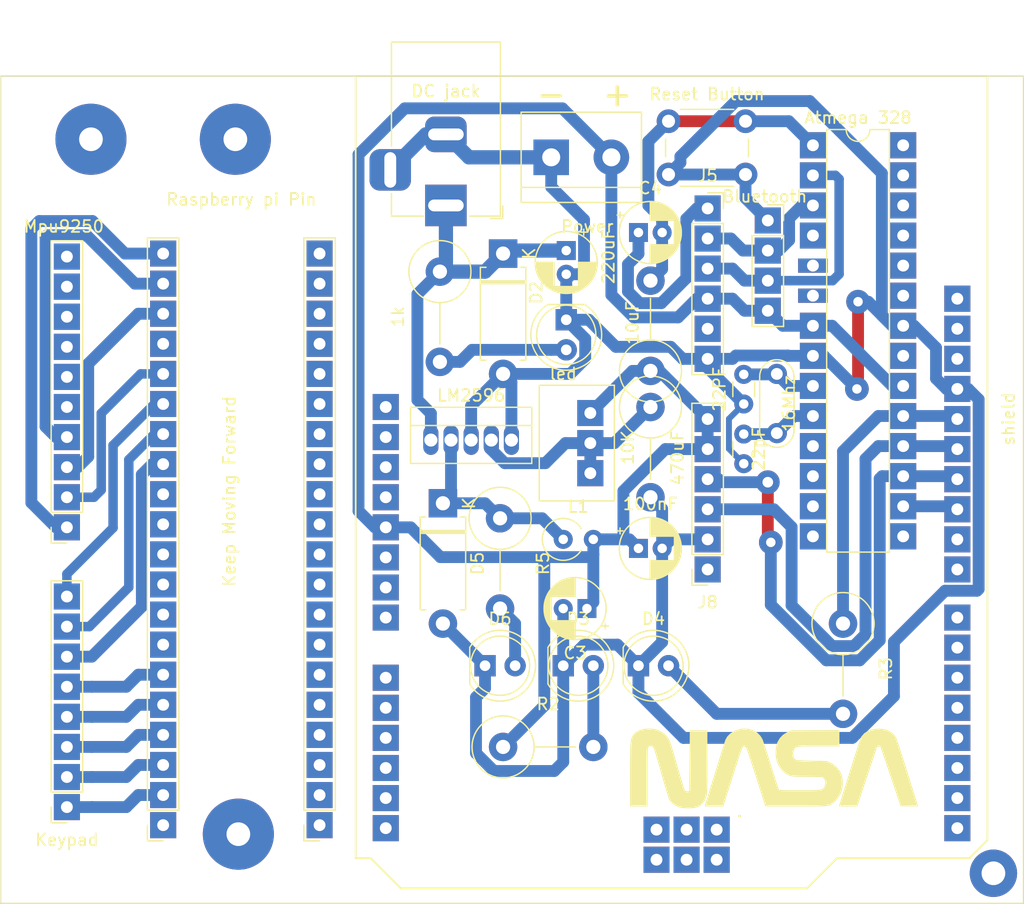
<source format=kicad_pcb>
(kicad_pcb (version 20171130) (host pcbnew "(5.1.2)-2")

  (general
    (thickness 1.6)
    (drawings 10)
    (tracks 307)
    (zones 0)
    (modules 35)
    (nets 114)
  )

  (page A4)
  (layers
    (0 F.Cu signal)
    (31 B.Cu signal)
    (32 B.Adhes user)
    (33 F.Adhes user)
    (34 B.Paste user)
    (35 F.Paste user)
    (36 B.SilkS user)
    (37 F.SilkS user)
    (38 B.Mask user)
    (39 F.Mask user)
    (40 Dwgs.User user)
    (41 Cmts.User user)
    (42 Eco1.User user)
    (43 Eco2.User user)
    (44 Edge.Cuts user)
    (45 Margin user)
    (46 B.CrtYd user)
    (47 F.CrtYd user)
    (48 B.Fab user)
    (49 F.Fab user)
  )

  (setup
    (last_trace_width 0.25)
    (user_trace_width 0.5)
    (user_trace_width 0.8)
    (user_trace_width 1)
    (user_trace_width 1.2)
    (trace_clearance 0.2)
    (zone_clearance 0.508)
    (zone_45_only no)
    (trace_min 0.2)
    (via_size 0.8)
    (via_drill 0.4)
    (via_min_size 0.4)
    (via_min_drill 0.3)
    (uvia_size 0.3)
    (uvia_drill 0.1)
    (uvias_allowed no)
    (uvia_min_size 0.2)
    (uvia_min_drill 0.1)
    (edge_width 0.05)
    (segment_width 0.2)
    (pcb_text_width 0.3)
    (pcb_text_size 1.5 1.5)
    (mod_edge_width 0.12)
    (mod_text_size 1 1)
    (mod_text_width 0.15)
    (pad_size 2.5 1.2)
    (pad_drill 1)
    (pad_to_mask_clearance 0.051)
    (solder_mask_min_width 0.25)
    (aux_axis_origin 0 0)
    (visible_elements 7FFFEFFF)
    (pcbplotparams
      (layerselection 0x010fc_ffffffff)
      (usegerberextensions false)
      (usegerberattributes false)
      (usegerberadvancedattributes false)
      (creategerberjobfile false)
      (excludeedgelayer true)
      (linewidth 0.100000)
      (plotframeref false)
      (viasonmask false)
      (mode 1)
      (useauxorigin false)
      (hpglpennumber 1)
      (hpglpenspeed 20)
      (hpglpendiameter 15.000000)
      (psnegative false)
      (psa4output false)
      (plotreference true)
      (plotvalue true)
      (plotinvisibletext false)
      (padsonsilk false)
      (subtractmaskfromsilk false)
      (outputformat 3)
      (mirror false)
      (drillshape 0)
      (scaleselection 1)
      (outputdirectory ""))
  )

  (net 0 "")
  (net 1 "Net-(C1-Pad1)")
  (net 2 GND)
  (net 3 VCC)
  (net 4 RESET)
  (net 5 "Net-(C4-Pad1)")
  (net 6 "Net-(C5-Pad2)")
  (net 7 "Net-(C6-Pad1)")
  (net 8 "Net-(D2-Pad2)")
  (net 9 "Net-(D3-Pad2)")
  (net 10 "Net-(D4-Pad2)")
  (net 11 "Net-(D5-Pad1)")
  (net 12 "Net-(D6-Pad2)")
  (net 13 +3V3)
  (net 14 SDA)
  (net 15 SCL)
  (net 16 GNDD)
  (net 17 GPIO17)
  (net 18 GPIO27)
  (net 19 GPIO22)
  (net 20 "Net-(J2-Pad12)")
  (net 21 "Net-(J2-Pad11)")
  (net 22 "Net-(J2-Pad10)")
  (net 23 "Net-(J2-Pad9)")
  (net 24 "Net-(J2-Pad8)")
  (net 25 "Net-(J2-Pad7)")
  (net 26 GPIO5)
  (net 27 GPIO6)
  (net 28 GPIO13)
  (net 29 GPIO19)
  (net 30 GPIO26)
  (net 31 "Net-(J2-Pad1)")
  (net 32 "Net-(J3-Pad1)")
  (net 33 "Net-(J3-Pad2)")
  (net 34 "Net-(J3-Pad3)")
  (net 35 "Net-(J3-Pad4)")
  (net 36 "Net-(J3-Pad5)")
  (net 37 "Net-(J3-Pad6)")
  (net 38 "Net-(J3-Pad7)")
  (net 39 "Net-(J3-Pad8)")
  (net 40 "Net-(J3-Pad9)")
  (net 41 "Net-(J3-Pad10)")
  (net 42 "Net-(J3-Pad11)")
  (net 43 "Net-(J3-Pad12)")
  (net 44 "Net-(J3-Pad13)")
  (net 45 "Net-(J3-Pad14)")
  (net 46 "Net-(J3-Pad15)")
  (net 47 "Net-(J3-Pad16)")
  (net 48 "Net-(J3-Pad17)")
  (net 49 "Net-(J3-Pad18)")
  (net 50 "Net-(J3-Pad19)")
  (net 51 "Net-(J3-Pad20)")
  (net 52 TX)
  (net 53 RX)
  (net 54 "Net-(J5-Pad5)")
  (net 55 D11)
  (net 56 D12)
  (net 57 "Net-(J8-Pad1)")
  (net 58 D13)
  (net 59 "Net-(R4-Pad1)")
  (net 60 "Net-(U2-Pad15)")
  (net 61 D10)
  (net 62 "Net-(U2-Pad4)")
  (net 63 "Net-(U2-Pad5)")
  (net 64 "Net-(U2-Pad6)")
  (net 65 "Net-(U2-Pad21)")
  (net 66 "Net-(U2-Pad23)")
  (net 67 "Net-(U2-Pad24)")
  (net 68 "Net-(U2-Pad11)")
  (net 69 "Net-(U2-Pad25)")
  (net 70 "Net-(U2-Pad12)")
  (net 71 "Net-(U2-Pad26)")
  (net 72 "Net-(U2-Pad13)")
  (net 73 "Net-(U2-Pad27)")
  (net 74 "Net-(U2-Pad14)")
  (net 75 "Net-(U2-Pad28)")
  (net 76 "Net-(XA1-PadRST2)")
  (net 77 "Net-(XA1-PadGND4)")
  (net 78 "Net-(XA1-PadMOSI)")
  (net 79 "Net-(XA1-PadSCK)")
  (net 80 "Net-(XA1-Pad5V2)")
  (net 81 "Net-(XA1-PadA0)")
  (net 82 "Net-(XA1-PadVIN)")
  (net 83 "Net-(XA1-PadGND3)")
  (net 84 "Net-(XA1-PadGND2)")
  (net 85 "Net-(XA1-Pad3V3)")
  (net 86 "Net-(XA1-PadRST1)")
  (net 87 "Net-(XA1-PadIORF)")
  (net 88 "Net-(XA1-PadD0)")
  (net 89 "Net-(XA1-PadD1)")
  (net 90 "Net-(XA1-PadD2)")
  (net 91 "Net-(XA1-PadD3)")
  (net 92 "Net-(XA1-PadD4)")
  (net 93 "Net-(XA1-PadD5)")
  (net 94 "Net-(XA1-PadD6)")
  (net 95 "Net-(XA1-PadD7)")
  (net 96 "Net-(XA1-PadD8)")
  (net 97 "Net-(XA1-PadD9)")
  (net 98 "Net-(XA1-PadSCL)")
  (net 99 "Net-(XA1-PadSDA)")
  (net 100 "Net-(XA1-PadAREF)")
  (net 101 "Net-(XA1-PadA1)")
  (net 102 "Net-(XA1-PadA2)")
  (net 103 "Net-(XA1-PadA3)")
  (net 104 "Net-(XA1-PadA4)")
  (net 105 "Net-(XA1-PadA5)")
  (net 106 "Net-(XA1-PadMISO)")
  (net 107 "Net-(J4-Pad5)")
  (net 108 "Net-(J4-Pad6)")
  (net 109 "Net-(J4-Pad7)")
  (net 110 "Net-(J4-Pad9)")
  (net 111 "Net-(J4-Pad10)")
  (net 112 "Net-(J2-Pad17)")
  (net 113 "Net-(J4-Pad8)")

  (net_class Default "This is the default net class."
    (clearance 0.2)
    (trace_width 0.25)
    (via_dia 0.8)
    (via_drill 0.4)
    (uvia_dia 0.3)
    (uvia_drill 0.1)
    (add_net +3V3)
    (add_net D10)
    (add_net D11)
    (add_net D12)
    (add_net D13)
    (add_net GND)
    (add_net GNDD)
    (add_net GPIO13)
    (add_net GPIO17)
    (add_net GPIO19)
    (add_net GPIO22)
    (add_net GPIO26)
    (add_net GPIO27)
    (add_net GPIO5)
    (add_net GPIO6)
    (add_net "Net-(C1-Pad1)")
    (add_net "Net-(C4-Pad1)")
    (add_net "Net-(C5-Pad2)")
    (add_net "Net-(C6-Pad1)")
    (add_net "Net-(D2-Pad2)")
    (add_net "Net-(D3-Pad2)")
    (add_net "Net-(D4-Pad2)")
    (add_net "Net-(D5-Pad1)")
    (add_net "Net-(D6-Pad2)")
    (add_net "Net-(J2-Pad1)")
    (add_net "Net-(J2-Pad10)")
    (add_net "Net-(J2-Pad11)")
    (add_net "Net-(J2-Pad12)")
    (add_net "Net-(J2-Pad17)")
    (add_net "Net-(J2-Pad7)")
    (add_net "Net-(J2-Pad8)")
    (add_net "Net-(J2-Pad9)")
    (add_net "Net-(J3-Pad1)")
    (add_net "Net-(J3-Pad10)")
    (add_net "Net-(J3-Pad11)")
    (add_net "Net-(J3-Pad12)")
    (add_net "Net-(J3-Pad13)")
    (add_net "Net-(J3-Pad14)")
    (add_net "Net-(J3-Pad15)")
    (add_net "Net-(J3-Pad16)")
    (add_net "Net-(J3-Pad17)")
    (add_net "Net-(J3-Pad18)")
    (add_net "Net-(J3-Pad19)")
    (add_net "Net-(J3-Pad2)")
    (add_net "Net-(J3-Pad20)")
    (add_net "Net-(J3-Pad3)")
    (add_net "Net-(J3-Pad4)")
    (add_net "Net-(J3-Pad5)")
    (add_net "Net-(J3-Pad6)")
    (add_net "Net-(J3-Pad7)")
    (add_net "Net-(J3-Pad8)")
    (add_net "Net-(J3-Pad9)")
    (add_net "Net-(J4-Pad10)")
    (add_net "Net-(J4-Pad5)")
    (add_net "Net-(J4-Pad6)")
    (add_net "Net-(J4-Pad7)")
    (add_net "Net-(J4-Pad8)")
    (add_net "Net-(J4-Pad9)")
    (add_net "Net-(J5-Pad5)")
    (add_net "Net-(J8-Pad1)")
    (add_net "Net-(R4-Pad1)")
    (add_net "Net-(U2-Pad11)")
    (add_net "Net-(U2-Pad12)")
    (add_net "Net-(U2-Pad13)")
    (add_net "Net-(U2-Pad14)")
    (add_net "Net-(U2-Pad15)")
    (add_net "Net-(U2-Pad21)")
    (add_net "Net-(U2-Pad23)")
    (add_net "Net-(U2-Pad24)")
    (add_net "Net-(U2-Pad25)")
    (add_net "Net-(U2-Pad26)")
    (add_net "Net-(U2-Pad27)")
    (add_net "Net-(U2-Pad28)")
    (add_net "Net-(U2-Pad4)")
    (add_net "Net-(U2-Pad5)")
    (add_net "Net-(U2-Pad6)")
    (add_net "Net-(XA1-Pad3V3)")
    (add_net "Net-(XA1-Pad5V2)")
    (add_net "Net-(XA1-PadA0)")
    (add_net "Net-(XA1-PadA1)")
    (add_net "Net-(XA1-PadA2)")
    (add_net "Net-(XA1-PadA3)")
    (add_net "Net-(XA1-PadA4)")
    (add_net "Net-(XA1-PadA5)")
    (add_net "Net-(XA1-PadAREF)")
    (add_net "Net-(XA1-PadD0)")
    (add_net "Net-(XA1-PadD1)")
    (add_net "Net-(XA1-PadD2)")
    (add_net "Net-(XA1-PadD3)")
    (add_net "Net-(XA1-PadD4)")
    (add_net "Net-(XA1-PadD5)")
    (add_net "Net-(XA1-PadD6)")
    (add_net "Net-(XA1-PadD7)")
    (add_net "Net-(XA1-PadD8)")
    (add_net "Net-(XA1-PadD9)")
    (add_net "Net-(XA1-PadGND2)")
    (add_net "Net-(XA1-PadGND3)")
    (add_net "Net-(XA1-PadGND4)")
    (add_net "Net-(XA1-PadIORF)")
    (add_net "Net-(XA1-PadMISO)")
    (add_net "Net-(XA1-PadMOSI)")
    (add_net "Net-(XA1-PadRST1)")
    (add_net "Net-(XA1-PadRST2)")
    (add_net "Net-(XA1-PadSCK)")
    (add_net "Net-(XA1-PadSCL)")
    (add_net "Net-(XA1-PadSDA)")
    (add_net "Net-(XA1-PadVIN)")
    (add_net RESET)
    (add_net RX)
    (add_net SCL)
    (add_net SDA)
    (add_net TX)
    (add_net VCC)
  )

  (module logo:logo4 (layer F.Cu) (tedit 0) (tstamp 5EBE0C65)
    (at 102.87 97.282)
    (fp_text reference G*** (at 0 0) (layer F.SilkS) hide
      (effects (font (size 1.524 1.524) (thickness 0.3)))
    )
    (fp_text value LOGO (at 0.75 0) (layer F.SilkS) hide
      (effects (font (size 1.524 1.524) (thickness 0.3)))
    )
    (fp_poly (pts (xy 9.280746 -3.278491) (xy 9.651202 -3.166195) (xy 9.963991 -2.989129) (xy 10.207135 -2.753406)
      (xy 10.319279 -2.577316) (xy 10.353863 -2.491) (xy 10.415368 -2.317147) (xy 10.500684 -2.065281)
      (xy 10.6067 -1.744926) (xy 10.730307 -1.365604) (xy 10.868393 -0.936841) (xy 11.017849 -0.468158)
      (xy 11.175565 0.030919) (xy 11.284089 0.376871) (xy 11.443185 0.885377) (xy 11.593537 1.365624)
      (xy 11.732355 1.808713) (xy 11.856844 2.205748) (xy 11.964214 2.547831) (xy 12.051673 2.826065)
      (xy 12.116426 3.031553) (xy 12.155684 3.155396) (xy 12.166608 3.189051) (xy 12.155421 3.214794)
      (xy 12.092017 3.23192) (xy 11.964245 3.241289) (xy 11.759954 3.243761) (xy 11.466993 3.240196)
      (xy 11.448592 3.239851) (xy 10.707336 3.2258) (xy 9.858203 0.7112) (xy 9.009069 -1.8034)
      (xy 8.718514 -1.8034) (xy 7.040386 3.2512) (xy 6.260395 3.2512) (xy 5.994058 3.248874)
      (xy 5.769738 3.242457) (xy 5.604136 3.232788) (xy 5.513952 3.220707) (xy 5.502673 3.2131)
      (xy 5.52138 3.158903) (xy 5.567373 3.016319) (xy 5.637931 2.794027) (xy 5.730331 2.500706)
      (xy 5.841851 2.145036) (xy 5.969769 1.735696) (xy 6.111363 1.281365) (xy 6.26391 0.790724)
      (xy 6.398917 0.3556) (xy 6.57875 -0.220916) (xy 6.74734 -0.754271) (xy 6.902243 -1.237093)
      (xy 7.041015 -1.662006) (xy 7.161213 -2.021638) (xy 7.260392 -2.308614) (xy 7.336108 -2.515559)
      (xy 7.385917 -2.635101) (xy 7.396625 -2.654691) (xy 7.627955 -2.920184) (xy 7.931644 -3.12223)
      (xy 8.29708 -3.256022) (xy 8.713651 -3.316749) (xy 8.8646 -3.319902) (xy 9.280746 -3.278491)) (layer F.SilkS) (width 0.01))
    (fp_poly (pts (xy -2.156974 -3.305925) (xy -1.751766 -3.187403) (xy -1.414249 -2.993488) (xy -1.142527 -2.722813)
      (xy -0.972926 -2.45339) (xy -0.93648 -2.363454) (xy -0.873853 -2.187979) (xy -0.78886 -1.938497)
      (xy -0.685314 -1.626541) (xy -0.56703 -1.263643) (xy -0.437824 -0.861335) (xy -0.301508 -0.43115)
      (xy -0.253848 -0.2794) (xy -0.118042 0.152553) (xy 0.009784 0.556351) (xy 0.126155 0.921214)
      (xy 0.227593 1.236366) (xy 0.310622 1.491027) (xy 0.371767 1.674421) (xy 0.407549 1.775769)
      (xy 0.413864 1.7907) (xy 0.432863 1.814693) (xy 0.468692 1.83396) (xy 0.531597 1.849013)
      (xy 0.631824 1.860365) (xy 0.779618 1.86853) (xy 0.985226 1.874021) (xy 1.258892 1.877351)
      (xy 1.610862 1.879033) (xy 2.051381 1.87958) (xy 2.18871 1.8796) (xy 2.684254 1.879215)
      (xy 3.088444 1.877009) (xy 3.411524 1.871405) (xy 3.663738 1.860825) (xy 3.855331 1.843691)
      (xy 3.996548 1.818426) (xy 4.097634 1.783451) (xy 4.168833 1.737189) (xy 4.22039 1.678063)
      (xy 4.26255 1.604494) (xy 4.285749 1.55666) (xy 4.361274 1.311679) (xy 4.340298 1.09484)
      (xy 4.239899 0.921405) (xy 4.110998 0.768215) (xy 2.804799 0.752407) (xy 2.403867 0.747124)
      (xy 2.090546 0.741357) (xy 1.850849 0.733918) (xy 1.670791 0.723617) (xy 1.536384 0.709263)
      (xy 1.433643 0.689668) (xy 1.34858 0.663641) (xy 1.267209 0.629994) (xy 1.2446 0.619697)
      (xy 0.903267 0.407647) (xy 0.612389 0.112781) (xy 0.379902 -0.25544) (xy 0.252331 -0.563013)
      (xy 0.183546 -0.860801) (xy 0.154426 -1.203952) (xy 0.164018 -1.557372) (xy 0.211365 -1.885964)
      (xy 0.295514 -2.154634) (xy 0.295658 -2.154954) (xy 0.499544 -2.510108) (xy 0.760456 -2.787416)
      (xy 1.091443 -3.000622) (xy 1.105023 -3.007371) (xy 1.445389 -3.175) (xy 3.491294 -3.189865)
      (xy 5.5372 -3.20473) (xy 5.5372 -1.8288) (xy 3.770503 -1.8288) (xy 3.280132 -1.828643)
      (xy 2.881025 -1.827155) (xy 2.562845 -1.822809) (xy 2.315256 -1.814081) (xy 2.127922 -1.799444)
      (xy 1.990506 -1.777374) (xy 1.892672 -1.746345) (xy 1.824084 -1.704831) (xy 1.774405 -1.651308)
      (xy 1.733299 -1.584248) (xy 1.701509 -1.523439) (xy 1.639697 -1.326317) (xy 1.634896 -1.111937)
      (xy 1.681247 -0.910482) (xy 1.772891 -0.752136) (xy 1.865021 -0.681109) (xy 1.939317 -0.668373)
      (xy 2.100275 -0.654951) (xy 2.332971 -0.641607) (xy 2.622476 -0.629107) (xy 2.953865 -0.618214)
      (xy 3.2258 -0.611453) (xy 4.4958 -0.5842) (xy 4.8006 -0.434663) (xy 5.010296 -0.310206)
      (xy 5.224629 -0.149564) (xy 5.34283 -0.041549) (xy 5.578559 0.269873) (xy 5.736439 0.629076)
      (xy 5.817517 1.019829) (xy 5.822845 1.425903) (xy 5.753471 1.831067) (xy 5.610446 2.219091)
      (xy 5.394819 2.573744) (xy 5.156778 2.835432) (xy 5.059416 2.924198) (xy 4.971296 2.999342)
      (xy 4.883394 3.061996) (xy 4.786685 3.113297) (xy 4.672146 3.154377) (xy 4.530751 3.186372)
      (xy 4.353478 3.210415) (xy 4.131301 3.22764) (xy 3.855196 3.239183) (xy 3.51614 3.246176)
      (xy 3.105108 3.249756) (xy 2.613076 3.251055) (xy 2.031019 3.251208) (xy 1.848917 3.2512)
      (xy -0.703666 3.2512) (xy -1.067051 2.1209) (xy -1.292454 1.419781) (xy -1.488904 0.809041)
      (xy -1.658601 0.282351) (xy -1.803742 -0.166615) (xy -1.926526 -0.544186) (xy -2.029151 -0.85669)
      (xy -2.113817 -1.110455) (xy -2.182722 -1.311809) (xy -2.238063 -1.467079) (xy -2.28204 -1.582594)
      (xy -2.316851 -1.664681) (xy -2.344695 -1.719668) (xy -2.36777 -1.753884) (xy -2.388275 -1.773655)
      (xy -2.408408 -1.785311) (xy -2.427094 -1.793665) (xy -2.537146 -1.818935) (xy -2.62267 -1.767903)
      (xy -2.645694 -1.730329) (xy -2.681261 -1.648927) (xy -2.730993 -1.51879) (xy -2.796511 -1.335016)
      (xy -2.879439 -1.092698) (xy -2.981398 -0.786934) (xy -3.10401 -0.412817) (xy -3.248898 0.034557)
      (xy -3.417684 0.560093) (xy -3.61199 1.168694) (xy -3.833439 1.865267) (xy -4.043309 2.5273)
      (xy -4.272553 3.2512) (xy -5.062712 3.2512) (xy -5.362412 3.250296) (xy -5.574393 3.246564)
      (xy -5.712529 3.238469) (xy -5.790694 3.224479) (xy -5.822761 3.20306) (xy -5.822603 3.17268)
      (xy -5.820725 3.167431) (xy -5.799967 3.104189) (xy -5.752077 2.953103) (xy -5.679932 2.723394)
      (xy -5.58641 2.424283) (xy -5.474387 2.064993) (xy -5.346741 1.654746) (xy -5.206348 1.202764)
      (xy -5.056087 0.718269) (xy -4.976797 0.462331) (xy -4.820914 -0.040263) (xy -4.671945 -0.519089)
      (xy -4.532977 -0.964323) (xy -4.4071 -1.366137) (xy -4.297402 -1.714703) (xy -4.206972 -2.000196)
      (xy -4.138897 -2.212788) (xy -4.096266 -2.342652) (xy -4.086037 -2.371939) (xy -3.931315 -2.650309)
      (xy -3.696923 -2.892883) (xy -3.401155 -3.090802) (xy -3.062303 -3.23521) (xy -2.698661 -3.317251)
      (xy -2.328522 -3.328066) (xy -2.156974 -3.305925)) (layer F.SilkS) (width 0.01))
    (fp_poly (pts (xy -9.986437 -3.270372) (xy -9.59378 -3.125376) (xy -9.251239 -2.900939) (xy -8.969355 -2.60124)
      (xy -8.917711 -2.527411) (xy -8.867596 -2.443164) (xy -8.815651 -2.33577) (xy -8.75867 -2.195507)
      (xy -8.693451 -2.012655) (xy -8.616789 -1.777493) (xy -8.52548 -1.4803) (xy -8.41632 -1.111355)
      (xy -8.286106 -0.660936) (xy -8.179441 -0.287492) (xy -8.054547 0.14831) (xy -7.935445 0.558216)
      (xy -7.825561 0.930841) (xy -7.728325 1.254798) (xy -7.647165 1.5187) (xy -7.585512 1.71116)
      (xy -7.546793 1.820793) (xy -7.539863 1.836414) (xy -7.467003 1.941738) (xy -7.373021 1.974556)
      (xy -7.299642 1.971505) (xy -7.1374 1.9558) (xy -7.0866 -3.175) (xy -5.6134 -3.175)
      (xy -5.6134 -0.508) (xy -5.613639 0.087214) (xy -5.614541 0.589842) (xy -5.616386 1.008896)
      (xy -5.619453 1.353391) (xy -5.624021 1.63234) (xy -5.63037 1.854754) (xy -5.638779 2.029648)
      (xy -5.649527 2.166034) (xy -5.662894 2.272926) (xy -5.67916 2.359337) (xy -5.698603 2.43428)
      (xy -5.705277 2.456458) (xy -5.835348 2.744844) (xy -6.02837 3.003292) (xy -6.262034 3.207131)
      (xy -6.489697 3.323867) (xy -6.711774 3.373053) (xy -6.997715 3.399207) (xy -7.312505 3.402658)
      (xy -7.62113 3.383735) (xy -7.888578 3.342769) (xy -8.009512 3.309565) (xy -8.367987 3.135494)
      (xy -8.667845 2.885654) (xy -8.763564 2.772376) (xy -8.806589 2.698123) (xy -8.860775 2.570897)
      (xy -8.928319 2.383843) (xy -9.011418 2.130107) (xy -9.112269 1.802832) (xy -9.23307 1.395165)
      (xy -9.376016 0.900249) (xy -9.475377 0.551343) (xy -9.602187 0.106575) (xy -9.723063 -0.312797)
      (xy -9.834676 -0.695549) (xy -9.933696 -1.030462) (xy -10.016793 -1.306313) (xy -10.080636 -1.511881)
      (xy -10.121897 -1.635946) (xy -10.132289 -1.662367) (xy -10.237193 -1.803891) (xy -10.371296 -1.866244)
      (xy -10.511013 -1.841898) (xy -10.568447 -1.801548) (xy -10.591165 -1.777801) (xy -10.610138 -1.745472)
      (xy -10.625702 -1.695862) (xy -10.638196 -1.620272) (xy -10.647955 -1.510004) (xy -10.655317 -1.356358)
      (xy -10.660617 -1.150637) (xy -10.664194 -0.88414) (xy -10.666383 -0.54817) (xy -10.667522 -0.134028)
      (xy -10.667947 0.366985) (xy -10.668 0.769873) (xy -10.668 3.2512) (xy -12.1412 3.2512)
      (xy -12.140598 0.5969) (xy -12.140148 -0.032092) (xy -12.138614 -0.568215) (xy -12.13525 -1.0202)
      (xy -12.129315 -1.396778) (xy -12.120066 -1.706681) (xy -12.106759 -1.958638) (xy -12.088652 -2.161382)
      (xy -12.065 -2.323642) (xy -12.035063 -2.454151) (xy -11.998096 -2.561638) (xy -11.953356 -2.654834)
      (xy -11.900101 -2.742471) (xy -11.850214 -2.815373) (xy -11.641598 -3.027343) (xy -11.350934 -3.184858)
      (xy -10.975796 -3.289143) (xy -10.879946 -3.305329) (xy -10.418672 -3.331749) (xy -9.986437 -3.270372)) (layer F.SilkS) (width 0.01))
  )

  (module Arduino:Arduino_Uno_Shield (layer F.Cu) (tedit 5A8605EC) (tstamp 5E9250E2)
    (at 67.564 38.862 270)
    (descr https://store.arduino.cc/arduino-uno-rev3)
    (path /5EA69403)
    (fp_text reference shield (at 28.956 -55.118 90) (layer F.SilkS)
      (effects (font (size 1 1) (thickness 0.15)))
    )
    (fp_text value Arduino_Uno_Shield (at 15.494 -54.356 90) (layer F.Fab)
      (effects (font (size 1 1) (thickness 0.15)))
    )
    (fp_line (start 9.525 -32.385) (end -6.35 -32.385) (layer B.CrtYd) (width 0.15))
    (fp_line (start 9.525 -43.815) (end -6.35 -43.815) (layer B.CrtYd) (width 0.15))
    (fp_line (start 9.525 -43.815) (end 9.525 -32.385) (layer B.CrtYd) (width 0.15))
    (fp_line (start -6.35 -43.815) (end -6.35 -32.385) (layer B.CrtYd) (width 0.15))
    (fp_text user . (at 62.484 -32.004 90) (layer F.SilkS)
      (effects (font (size 1 1) (thickness 0.15)))
    )
    (fp_line (start 11.43 -12.065) (end 11.43 -3.175) (layer B.CrtYd) (width 0.15))
    (fp_line (start -1.905 -3.175) (end 11.43 -3.175) (layer B.CrtYd) (width 0.15))
    (fp_line (start -1.905 -12.065) (end -1.905 -3.175) (layer B.CrtYd) (width 0.15))
    (fp_line (start -1.905 -12.065) (end 11.43 -12.065) (layer B.CrtYd) (width 0.15))
    (fp_line (start 0 -53.34) (end 0 0) (layer F.SilkS) (width 0.15))
    (fp_line (start 66.04 -40.64) (end 66.04 -51.816) (layer F.SilkS) (width 0.15))
    (fp_line (start 68.58 -38.1) (end 66.04 -40.64) (layer F.SilkS) (width 0.15))
    (fp_line (start 68.58 -3.81) (end 68.58 -38.1) (layer F.SilkS) (width 0.15))
    (fp_line (start 66.04 -1.27) (end 68.58 -3.81) (layer F.SilkS) (width 0.15))
    (fp_line (start 66.04 0) (end 66.04 -1.27) (layer F.SilkS) (width 0.15))
    (fp_line (start 64.516 -53.34) (end 66.04 -51.816) (layer F.SilkS) (width 0.15))
    (fp_line (start 0 0) (end 66.04 0) (layer F.SilkS) (width 0.15))
    (fp_line (start 0 -53.34) (end 64.516 -53.34) (layer F.SilkS) (width 0.15))
    (pad RST2 thru_hole rect (at 63.627 -25.4 270) (size 2.2 2.2) (drill 1) (layers *.Cu *.Mask)
      (net 76 "Net-(XA1-PadRST2)"))
    (pad GND4 thru_hole rect (at 66.167 -25.4 270) (size 2.2 2.2) (drill 1) (layers *.Cu *.Mask)
      (net 77 "Net-(XA1-PadGND4)"))
    (pad MOSI thru_hole rect (at 66.167 -27.94 270) (size 2.2 2.2) (drill 1) (layers *.Cu *.Mask)
      (net 78 "Net-(XA1-PadMOSI)"))
    (pad SCK thru_hole rect (at 63.627 -27.94 270) (size 2.2 2.2) (drill 1) (layers *.Cu *.Mask)
      (net 79 "Net-(XA1-PadSCK)"))
    (pad 5V2 thru_hole rect (at 66.167 -30.48 270) (size 2.2 2.2) (drill 1) (layers *.Cu *.Mask)
      (net 80 "Net-(XA1-Pad5V2)"))
    (pad A0 thru_hole rect (at 50.8 -2.54 270) (size 2.2 2.2) (drill 1) (layers *.Cu *.Mask)
      (net 81 "Net-(XA1-PadA0)"))
    (pad VIN thru_hole rect (at 45.72 -2.54 270) (size 2.2 2.2) (drill 1) (layers *.Cu *.Mask)
      (net 82 "Net-(XA1-PadVIN)"))
    (pad GND3 thru_hole rect (at 43.18 -2.54 270) (size 2.2 2.2) (drill 1) (layers *.Cu *.Mask)
      (net 83 "Net-(XA1-PadGND3)"))
    (pad GND2 thru_hole rect (at 40.64 -2.54 270) (size 2.2 2.2) (drill 1) (layers *.Cu *.Mask)
      (net 84 "Net-(XA1-PadGND2)"))
    (pad 5V1 thru_hole rect (at 38.1 -2.54 270) (size 2.2 2.2) (drill 1) (layers *.Cu *.Mask)
      (net 3 VCC))
    (pad 3V3 thru_hole rect (at 35.56 -2.54 270) (size 2.2 2.2) (drill 1) (layers *.Cu *.Mask)
      (net 85 "Net-(XA1-Pad3V3)"))
    (pad RST1 thru_hole rect (at 33.02 -2.54 270) (size 2.2 2.2) (drill 1) (layers *.Cu *.Mask)
      (net 86 "Net-(XA1-PadRST1)"))
    (pad IORF thru_hole rect (at 30.48 -2.54 270) (size 2.2 2.2) (drill 1) (layers *.Cu *.Mask)
      (net 87 "Net-(XA1-PadIORF)"))
    (pad D0 thru_hole rect (at 63.5 -50.8 270) (size 2.2 2.2) (drill 1) (layers *.Cu *.Mask)
      (net 88 "Net-(XA1-PadD0)"))
    (pad D1 thru_hole rect (at 60.96 -50.8 270) (size 2.2 2.2) (drill 1) (layers *.Cu *.Mask)
      (net 89 "Net-(XA1-PadD1)"))
    (pad D2 thru_hole rect (at 58.42 -50.8 270) (size 2.2 2.2) (drill 1) (layers *.Cu *.Mask)
      (net 90 "Net-(XA1-PadD2)"))
    (pad D3 thru_hole rect (at 55.88 -50.8 270) (size 2.2 2.2) (drill 1) (layers *.Cu *.Mask)
      (net 91 "Net-(XA1-PadD3)"))
    (pad D4 thru_hole rect (at 53.34 -50.8 270) (size 2.2 2.2) (drill 1) (layers *.Cu *.Mask)
      (net 92 "Net-(XA1-PadD4)"))
    (pad D5 thru_hole rect (at 50.8 -50.8 270) (size 2.2 2.2) (drill 1) (layers *.Cu *.Mask)
      (net 93 "Net-(XA1-PadD5)"))
    (pad D6 thru_hole rect (at 48.26 -50.8 270) (size 2.2 2.2) (drill 1) (layers *.Cu *.Mask)
      (net 94 "Net-(XA1-PadD6)"))
    (pad D7 thru_hole rect (at 45.72 -50.8 270) (size 2.2 2.2) (drill 1) (layers *.Cu *.Mask)
      (net 95 "Net-(XA1-PadD7)"))
    (pad GND1 thru_hole rect (at 26.416 -50.8 270) (size 2.2 2.2) (drill 1) (layers *.Cu *.Mask)
      (net 2 GND))
    (pad D8 thru_hole rect (at 41.656 -50.8 270) (size 2.2 2.2) (drill 1) (layers *.Cu *.Mask)
      (net 96 "Net-(XA1-PadD8)"))
    (pad D9 thru_hole rect (at 39.116 -50.8 270) (size 2.2 2.2) (drill 1) (layers *.Cu *.Mask)
      (net 97 "Net-(XA1-PadD9)"))
    (pad D10 thru_hole rect (at 36.576 -50.8 270) (size 2.2 2.2) (drill 1) (layers *.Cu *.Mask)
      (net 61 D10))
    (pad "" np_thru_hole circle (at 66.04 -7.62 270) (size 3.2 3.2) (drill 3.2) (layers *.Cu *.Mask))
    (pad "" np_thru_hole circle (at 66.04 -35.56 270) (size 3.2 3.2) (drill 3.2) (layers *.Cu *.Mask))
    (pad "" np_thru_hole circle (at 15.24 -50.8 270) (size 3.2 3.2) (drill 3.2) (layers *.Cu *.Mask))
    (pad "" np_thru_hole circle (at 13.97 -2.54 270) (size 3.2 3.2) (drill 3.2) (layers *.Cu *.Mask))
    (pad SCL thru_hole rect (at 18.796 -50.8 270) (size 2.2 2.2) (drill 1) (layers *.Cu *.Mask)
      (net 98 "Net-(XA1-PadSCL)"))
    (pad SDA thru_hole rect (at 21.336 -50.8 270) (size 2.2 2.2) (drill 1) (layers *.Cu *.Mask)
      (net 99 "Net-(XA1-PadSDA)"))
    (pad AREF thru_hole rect (at 23.876 -50.8 270) (size 2.2 2.2) (drill 1) (layers *.Cu *.Mask)
      (net 100 "Net-(XA1-PadAREF)"))
    (pad D13 thru_hole rect (at 28.956 -50.8 270) (size 2.2 2.2) (drill 1) (layers *.Cu *.Mask)
      (net 58 D13))
    (pad D12 thru_hole rect (at 31.496 -50.8 270) (size 2.2 2.2) (drill 1) (layers *.Cu *.Mask)
      (net 56 D12))
    (pad D11 thru_hole rect (at 34.036 -50.8 270) (size 2.2 2.2) (drill 1) (layers *.Cu *.Mask)
      (net 55 D11))
    (pad "" thru_hole rect (at 27.94 -2.54 270) (size 2.2 2.2) (drill 1) (layers *.Cu *.Mask))
    (pad A1 thru_hole rect (at 53.34 -2.54 270) (size 2.2 2.2) (drill 1) (layers *.Cu *.Mask)
      (net 101 "Net-(XA1-PadA1)"))
    (pad A2 thru_hole rect (at 55.88 -2.54 270) (size 2.2 2.2) (drill 1) (layers *.Cu *.Mask)
      (net 102 "Net-(XA1-PadA2)"))
    (pad A3 thru_hole rect (at 58.42 -2.54 270) (size 2.2 2.2) (drill 1) (layers *.Cu *.Mask)
      (net 103 "Net-(XA1-PadA3)"))
    (pad A4 thru_hole rect (at 60.96 -2.54 270) (size 2.2 2.2) (drill 1) (layers *.Cu *.Mask)
      (net 104 "Net-(XA1-PadA4)"))
    (pad A5 thru_hole rect (at 63.5 -2.54 270) (size 2.2 2.2) (drill 1) (layers *.Cu *.Mask)
      (net 105 "Net-(XA1-PadA5)"))
    (pad MISO thru_hole rect (at 63.627 -30.48 270) (size 2.2 2.2) (drill 1) (layers *.Cu *.Mask)
      (net 106 "Net-(XA1-PadMISO)"))
  )

  (module Connector_PinSocket_2.54mm:PinSocket_1x20_P2.54mm_Vertical (layer F.Cu) (tedit 5EBCAF20) (tstamp 5E91BE48)
    (at 51.308 102.108 180)
    (descr "Through hole straight socket strip, 1x20, 2.54mm pitch, single row (from Kicad 4.0.7), script generated")
    (tags "Through hole socket strip THT 1x20 2.54mm single row")
    (path /5E903D44)
    (fp_text reference "Raspberry pi Pin" (at -6.604 52.832) (layer F.SilkS)
      (effects (font (size 1 1) (thickness 0.15)))
    )
    (fp_text value left (at 0 51.03) (layer F.Fab)
      (effects (font (size 1 1) (thickness 0.15)))
    )
    (fp_text user %R (at 0 24.13 90) (layer F.Fab)
      (effects (font (size 1 1) (thickness 0.15)))
    )
    (fp_line (start -1.8 50) (end -1.8 -1.8) (layer F.CrtYd) (width 0.05))
    (fp_line (start 1.75 50) (end -1.8 50) (layer F.CrtYd) (width 0.05))
    (fp_line (start 1.75 -1.8) (end 1.75 50) (layer F.CrtYd) (width 0.05))
    (fp_line (start -1.8 -1.8) (end 1.75 -1.8) (layer F.CrtYd) (width 0.05))
    (fp_line (start 0 -1.33) (end 1.33 -1.33) (layer F.SilkS) (width 0.12))
    (fp_line (start 1.33 -1.33) (end 1.33 0) (layer F.SilkS) (width 0.12))
    (fp_line (start 1.33 1.27) (end 1.33 49.59) (layer F.SilkS) (width 0.12))
    (fp_line (start -1.33 49.59) (end 1.33 49.59) (layer F.SilkS) (width 0.12))
    (fp_line (start -1.33 1.27) (end -1.33 49.59) (layer F.SilkS) (width 0.12))
    (fp_line (start -1.33 1.27) (end 1.33 1.27) (layer F.SilkS) (width 0.12))
    (fp_line (start -1.27 49.53) (end -1.27 -1.27) (layer F.Fab) (width 0.1))
    (fp_line (start 1.27 49.53) (end -1.27 49.53) (layer F.Fab) (width 0.1))
    (fp_line (start 1.27 -0.635) (end 1.27 49.53) (layer F.Fab) (width 0.1))
    (fp_line (start 0.635 -1.27) (end 1.27 -0.635) (layer F.Fab) (width 0.1))
    (fp_line (start -1.27 -1.27) (end 0.635 -1.27) (layer F.Fab) (width 0.1))
    (pad 20 thru_hole rect (at 0 48.26 180) (size 2.2 2.2) (drill 1) (layers *.Cu *.Mask)
      (net 13 +3V3))
    (pad 19 thru_hole rect (at 0 45.72 180) (size 2.2 2.2) (drill 1) (layers *.Cu *.Mask)
      (net 14 SDA))
    (pad 18 thru_hole rect (at 0 43.18 180) (size 2.2 2.2) (drill 1) (layers *.Cu *.Mask)
      (net 15 SCL))
    (pad 17 thru_hole rect (at 0 40.64 180) (size 2.2 2.2) (drill 1) (layers *.Cu *.Mask)
      (net 112 "Net-(J2-Pad17)"))
    (pad 16 thru_hole rect (at 0 38.1 180) (size 2.2 2.2) (drill 1) (layers *.Cu *.Mask)
      (net 16 GNDD))
    (pad 15 thru_hole rect (at 0 35.56 180) (size 2.2 2.2) (drill 1) (layers *.Cu *.Mask)
      (net 17 GPIO17))
    (pad 14 thru_hole rect (at 0 33.02 180) (size 2.2 2.2) (drill 1) (layers *.Cu *.Mask)
      (net 18 GPIO27))
    (pad 13 thru_hole rect (at 0 30.48 180) (size 2.2 2.2) (drill 1) (layers *.Cu *.Mask)
      (net 19 GPIO22))
    (pad 12 thru_hole rect (at 0 27.94 180) (size 2.2 2.2) (drill 1) (layers *.Cu *.Mask)
      (net 20 "Net-(J2-Pad12)"))
    (pad 11 thru_hole rect (at 0 25.4 180) (size 2.2 2.2) (drill 1) (layers *.Cu *.Mask)
      (net 21 "Net-(J2-Pad11)"))
    (pad 10 thru_hole rect (at 0 22.86 180) (size 2.2 2.2) (drill 1) (layers *.Cu *.Mask)
      (net 22 "Net-(J2-Pad10)"))
    (pad 9 thru_hole rect (at 0 20.32 180) (size 2.2 2.2) (drill 1) (layers *.Cu *.Mask)
      (net 23 "Net-(J2-Pad9)"))
    (pad 8 thru_hole rect (at 0 17.78 180) (size 2.2 2.2) (drill 1) (layers *.Cu *.Mask)
      (net 24 "Net-(J2-Pad8)"))
    (pad 7 thru_hole rect (at 0 15.24 180) (size 2.2 2.2) (drill 1) (layers *.Cu *.Mask)
      (net 25 "Net-(J2-Pad7)"))
    (pad 6 thru_hole rect (at 0 12.7 180) (size 2.2 2.2) (drill 1) (layers *.Cu *.Mask)
      (net 26 GPIO5))
    (pad 5 thru_hole rect (at 0 10.16 180) (size 2.2 2.2) (drill 1) (layers *.Cu *.Mask)
      (net 27 GPIO6))
    (pad 4 thru_hole rect (at 0 7.62 180) (size 2.2 2.2) (drill 1) (layers *.Cu *.Mask)
      (net 28 GPIO13))
    (pad 3 thru_hole rect (at 0 5.08 180) (size 2.2 2.2) (drill 1) (layers *.Cu *.Mask)
      (net 29 GPIO19))
    (pad 2 thru_hole rect (at 0 2.54 180) (size 2.2 2.2) (drill 1) (layers *.Cu *.Mask)
      (net 30 GPIO26))
    (pad 1 thru_hole rect (at 0 0 180) (size 2.2 2.2) (drill 1) (layers *.Cu *.Mask)
      (net 31 "Net-(J2-Pad1)"))
    (model ${KISYS3DMOD}/Connector_PinSocket_2.54mm.3dshapes/PinSocket_1x20_P2.54mm_Vertical.wrl
      (at (xyz 0 0 0))
      (scale (xyz 1 1 1))
      (rotate (xyz 0 0 0))
    )
  )

  (module Connector_PinSocket_2.54mm:PinSocket_1x20_P2.54mm_Vertical (layer F.Cu) (tedit 5A19A41E) (tstamp 5EBCABD7)
    (at 64.516 102.108 180)
    (descr "Through hole straight socket strip, 1x20, 2.54mm pitch, single row (from Kicad 4.0.7), script generated")
    (tags "Through hole socket strip THT 1x20 2.54mm single row")
    (path /5E90AFA8)
    (fp_text reference "Keep Moving Forward" (at 7.62 28.194 90) (layer F.SilkS)
      (effects (font (size 1 1) (thickness 0.15)))
    )
    (fp_text value Right (at 0 51.03) (layer F.Fab)
      (effects (font (size 1 1) (thickness 0.15)))
    )
    (fp_line (start -1.27 -1.27) (end 0.635 -1.27) (layer F.Fab) (width 0.1))
    (fp_line (start 0.635 -1.27) (end 1.27 -0.635) (layer F.Fab) (width 0.1))
    (fp_line (start 1.27 -0.635) (end 1.27 49.53) (layer F.Fab) (width 0.1))
    (fp_line (start 1.27 49.53) (end -1.27 49.53) (layer F.Fab) (width 0.1))
    (fp_line (start -1.27 49.53) (end -1.27 -1.27) (layer F.Fab) (width 0.1))
    (fp_line (start -1.33 1.27) (end 1.33 1.27) (layer F.SilkS) (width 0.12))
    (fp_line (start -1.33 1.27) (end -1.33 49.59) (layer F.SilkS) (width 0.12))
    (fp_line (start -1.33 49.59) (end 1.33 49.59) (layer F.SilkS) (width 0.12))
    (fp_line (start 1.33 1.27) (end 1.33 49.59) (layer F.SilkS) (width 0.12))
    (fp_line (start 1.33 -1.33) (end 1.33 0) (layer F.SilkS) (width 0.12))
    (fp_line (start 0 -1.33) (end 1.33 -1.33) (layer F.SilkS) (width 0.12))
    (fp_line (start -1.8 -1.8) (end 1.75 -1.8) (layer F.CrtYd) (width 0.05))
    (fp_line (start 1.75 -1.8) (end 1.75 50) (layer F.CrtYd) (width 0.05))
    (fp_line (start 1.75 50) (end -1.8 50) (layer F.CrtYd) (width 0.05))
    (fp_line (start -1.8 50) (end -1.8 -1.8) (layer F.CrtYd) (width 0.05))
    (fp_text user %R (at 0 24.13 90) (layer F.Fab)
      (effects (font (size 1 1) (thickness 0.15)))
    )
    (pad 1 thru_hole rect (at 0 0 180) (size 2.2 2.2) (drill 1) (layers *.Cu *.Mask)
      (net 32 "Net-(J3-Pad1)"))
    (pad 2 thru_hole rect (at 0 2.54 180) (size 2.2 2.2) (drill 1) (layers *.Cu *.Mask)
      (net 33 "Net-(J3-Pad2)"))
    (pad 3 thru_hole rect (at 0 5.08 180) (size 2.2 2.2) (drill 1) (layers *.Cu *.Mask)
      (net 34 "Net-(J3-Pad3)"))
    (pad 4 thru_hole rect (at 0 7.62 180) (size 2.2 2.2) (drill 1) (layers *.Cu *.Mask)
      (net 35 "Net-(J3-Pad4)"))
    (pad 5 thru_hole rect (at 0 10.16 180) (size 2.2 2.2) (drill 1) (layers *.Cu *.Mask)
      (net 36 "Net-(J3-Pad5)"))
    (pad 6 thru_hole rect (at 0 12.7 180) (size 2.2 2.2) (drill 1) (layers *.Cu *.Mask)
      (net 37 "Net-(J3-Pad6)"))
    (pad 7 thru_hole rect (at 0 15.24 180) (size 2.2 2.2) (drill 1) (layers *.Cu *.Mask)
      (net 38 "Net-(J3-Pad7)"))
    (pad 8 thru_hole rect (at 0 17.78 180) (size 2.2 2.2) (drill 1) (layers *.Cu *.Mask)
      (net 39 "Net-(J3-Pad8)"))
    (pad 9 thru_hole rect (at 0 20.32 180) (size 2.2 2.2) (drill 1) (layers *.Cu *.Mask)
      (net 40 "Net-(J3-Pad9)"))
    (pad 10 thru_hole rect (at 0 22.86 180) (size 2.2 2.2) (drill 1) (layers *.Cu *.Mask)
      (net 41 "Net-(J3-Pad10)"))
    (pad 11 thru_hole rect (at 0 25.4 180) (size 2.2 2.2) (drill 1) (layers *.Cu *.Mask)
      (net 42 "Net-(J3-Pad11)"))
    (pad 12 thru_hole rect (at 0 27.94 180) (size 2.2 2.2) (drill 1) (layers *.Cu *.Mask)
      (net 43 "Net-(J3-Pad12)"))
    (pad 13 thru_hole rect (at 0 30.48 180) (size 2.2 2.2) (drill 1) (layers *.Cu *.Mask)
      (net 44 "Net-(J3-Pad13)"))
    (pad 14 thru_hole rect (at 0 33.02 180) (size 2.2 2.2) (drill 1) (layers *.Cu *.Mask)
      (net 45 "Net-(J3-Pad14)"))
    (pad 15 thru_hole rect (at 0 35.56 180) (size 2.2 2.2) (drill 1) (layers *.Cu *.Mask)
      (net 46 "Net-(J3-Pad15)"))
    (pad 16 thru_hole rect (at 0 38.1 180) (size 2.2 2.2) (drill 1) (layers *.Cu *.Mask)
      (net 47 "Net-(J3-Pad16)"))
    (pad 17 thru_hole rect (at 0 40.64 180) (size 2.2 2.2) (drill 1) (layers *.Cu *.Mask)
      (net 48 "Net-(J3-Pad17)"))
    (pad 18 thru_hole rect (at 0 43.18 180) (size 2.2 2.2) (drill 1) (layers *.Cu *.Mask)
      (net 49 "Net-(J3-Pad18)"))
    (pad 19 thru_hole rect (at 0 45.72 180) (size 2.2 2.2) (drill 1) (layers *.Cu *.Mask)
      (net 50 "Net-(J3-Pad19)"))
    (pad 20 thru_hole rect (at 0 48.26 180) (size 2.2 2.2) (drill 1) (layers *.Cu *.Mask)
      (net 51 "Net-(J3-Pad20)"))
    (model ${KISYS3DMOD}/Connector_PinSocket_2.54mm.3dshapes/PinSocket_1x20_P2.54mm_Vertical.wrl
      (at (xyz 0 0 0))
      (scale (xyz 1 1 1))
      (rotate (xyz 0 0 0))
    )
  )

  (module Connector_PinSocket_2.54mm:PinSocket_1x10_P2.54mm_Vertical (layer F.Cu) (tedit 5A19A425) (tstamp 5E91CC0E)
    (at 43.18 76.962 180)
    (descr "Through hole straight socket strip, 1x10, 2.54mm pitch, single row (from Kicad 4.0.7), script generated")
    (tags "Through hole socket strip THT 1x10 2.54mm single row")
    (path /5EA1B373)
    (fp_text reference Mpu9250 (at 0.254 25.4) (layer F.SilkS)
      (effects (font (size 1 1) (thickness 0.15)))
    )
    (fp_text value mpu9250 (at 0 25.63) (layer F.Fab)
      (effects (font (size 1 1) (thickness 0.15)))
    )
    (fp_line (start -1.27 -1.27) (end 0.635 -1.27) (layer F.Fab) (width 0.1))
    (fp_line (start 0.635 -1.27) (end 1.27 -0.635) (layer F.Fab) (width 0.1))
    (fp_line (start 1.27 -0.635) (end 1.27 24.13) (layer F.Fab) (width 0.1))
    (fp_line (start 1.27 24.13) (end -1.27 24.13) (layer F.Fab) (width 0.1))
    (fp_line (start -1.27 24.13) (end -1.27 -1.27) (layer F.Fab) (width 0.1))
    (fp_line (start -1.33 1.27) (end 1.33 1.27) (layer F.SilkS) (width 0.12))
    (fp_line (start -1.33 1.27) (end -1.33 24.19) (layer F.SilkS) (width 0.12))
    (fp_line (start -1.33 24.19) (end 1.33 24.19) (layer F.SilkS) (width 0.12))
    (fp_line (start 1.33 1.27) (end 1.33 24.19) (layer F.SilkS) (width 0.12))
    (fp_line (start 1.33 -1.33) (end 1.33 0) (layer F.SilkS) (width 0.12))
    (fp_line (start 0 -1.33) (end 1.33 -1.33) (layer F.SilkS) (width 0.12))
    (fp_line (start -1.8 -1.8) (end 1.75 -1.8) (layer F.CrtYd) (width 0.05))
    (fp_line (start 1.75 -1.8) (end 1.75 24.6) (layer F.CrtYd) (width 0.05))
    (fp_line (start 1.75 24.6) (end -1.8 24.6) (layer F.CrtYd) (width 0.05))
    (fp_line (start -1.8 24.6) (end -1.8 -1.8) (layer F.CrtYd) (width 0.05))
    (fp_text user %R (at 0 11.43 90) (layer F.Fab)
      (effects (font (size 1 1) (thickness 0.15)))
    )
    (pad 1 thru_hole rect (at 0 0 180) (size 2.2 2.2) (drill 1) (layers *.Cu *.Mask)
      (net 13 +3V3))
    (pad 2 thru_hole rect (at 0 2.54 180) (size 2.2 2.2) (drill 1) (layers *.Cu *.Mask)
      (net 16 GNDD))
    (pad 3 thru_hole rect (at 0 5.08 180) (size 2.2 2.2) (drill 1) (layers *.Cu *.Mask)
      (net 15 SCL))
    (pad 4 thru_hole rect (at 0 7.62 180) (size 2.2 2.2) (drill 1) (layers *.Cu *.Mask)
      (net 14 SDA))
    (pad 5 thru_hole rect (at 0 10.16 180) (size 2.2 2.2) (drill 1) (layers *.Cu *.Mask)
      (net 107 "Net-(J4-Pad5)"))
    (pad 6 thru_hole rect (at 0 12.7 180) (size 2.2 2.2) (drill 1) (layers *.Cu *.Mask)
      (net 108 "Net-(J4-Pad6)"))
    (pad 7 thru_hole rect (at 0 15.24 180) (size 2.2 2.2) (drill 1) (layers *.Cu *.Mask)
      (net 109 "Net-(J4-Pad7)"))
    (pad 8 thru_hole rect (at 0 17.78 180) (size 2.2 2.2) (drill 1) (layers *.Cu *.Mask)
      (net 113 "Net-(J4-Pad8)"))
    (pad 9 thru_hole rect (at 0 20.32 180) (size 2.2 2.2) (drill 1) (layers *.Cu *.Mask)
      (net 110 "Net-(J4-Pad9)"))
    (pad 10 thru_hole rect (at 0 22.86 180) (size 2.2 2.2) (drill 1) (layers *.Cu *.Mask)
      (net 111 "Net-(J4-Pad10)"))
    (model ${KISYS3DMOD}/Connector_PinSocket_2.54mm.3dshapes/PinSocket_1x10_P2.54mm_Vertical.wrl
      (at (xyz 0 0 0))
      (scale (xyz 1 1 1))
      (rotate (xyz 0 0 0))
    )
  )

  (module Connector_PinSocket_2.54mm:PinSocket_1x08_P2.54mm_Vertical (layer F.Cu) (tedit 5A19A420) (tstamp 5E91CC2A)
    (at 43.18 100.584 180)
    (descr "Through hole straight socket strip, 1x08, 2.54mm pitch, single row (from Kicad 4.0.7), script generated")
    (tags "Through hole socket strip THT 1x08 2.54mm single row")
    (path /5E945A7D)
    (fp_text reference Keypad (at 0 -2.77) (layer F.SilkS)
      (effects (font (size 1 1) (thickness 0.15)))
    )
    (fp_text value Keypad (at 0 20.55) (layer F.Fab)
      (effects (font (size 1 1) (thickness 0.15)))
    )
    (fp_line (start -1.27 -1.27) (end 0.635 -1.27) (layer F.Fab) (width 0.1))
    (fp_line (start 0.635 -1.27) (end 1.27 -0.635) (layer F.Fab) (width 0.1))
    (fp_line (start 1.27 -0.635) (end 1.27 19.05) (layer F.Fab) (width 0.1))
    (fp_line (start 1.27 19.05) (end -1.27 19.05) (layer F.Fab) (width 0.1))
    (fp_line (start -1.27 19.05) (end -1.27 -1.27) (layer F.Fab) (width 0.1))
    (fp_line (start -1.33 1.27) (end 1.33 1.27) (layer F.SilkS) (width 0.12))
    (fp_line (start -1.33 1.27) (end -1.33 19.11) (layer F.SilkS) (width 0.12))
    (fp_line (start -1.33 19.11) (end 1.33 19.11) (layer F.SilkS) (width 0.12))
    (fp_line (start 1.33 1.27) (end 1.33 19.11) (layer F.SilkS) (width 0.12))
    (fp_line (start 1.33 -1.33) (end 1.33 0) (layer F.SilkS) (width 0.12))
    (fp_line (start 0 -1.33) (end 1.33 -1.33) (layer F.SilkS) (width 0.12))
    (fp_line (start -1.8 -1.8) (end 1.75 -1.8) (layer F.CrtYd) (width 0.05))
    (fp_line (start 1.75 -1.8) (end 1.75 19.55) (layer F.CrtYd) (width 0.05))
    (fp_line (start 1.75 19.55) (end -1.8 19.55) (layer F.CrtYd) (width 0.05))
    (fp_line (start -1.8 19.55) (end -1.8 -1.8) (layer F.CrtYd) (width 0.05))
    (fp_text user %R (at 0 8.89 90) (layer F.Fab)
      (effects (font (size 1 1) (thickness 0.15)))
    )
    (pad 1 thru_hole rect (at 0 0 180) (size 2.2 2.2) (drill 1) (layers *.Cu *.Mask)
      (net 30 GPIO26))
    (pad 2 thru_hole rect (at 0 2.54 180) (size 2.2 2.2) (drill 1) (layers *.Cu *.Mask)
      (net 29 GPIO19))
    (pad 3 thru_hole rect (at 0 5.08 180) (size 2.2 2.2) (drill 1) (layers *.Cu *.Mask)
      (net 28 GPIO13))
    (pad 4 thru_hole rect (at 0 7.62 180) (size 2.2 2.2) (drill 1) (layers *.Cu *.Mask)
      (net 27 GPIO6))
    (pad 5 thru_hole rect (at 0 10.16 180) (size 2.2 2.2) (drill 1) (layers *.Cu *.Mask)
      (net 26 GPIO5))
    (pad 6 thru_hole rect (at 0 12.7 180) (size 2.2 2.2) (drill 1) (layers *.Cu *.Mask)
      (net 19 GPIO22))
    (pad 7 thru_hole rect (at 0 15.24 180) (size 2.2 2.2) (drill 1) (layers *.Cu *.Mask)
      (net 18 GPIO27))
    (pad 8 thru_hole rect (at 0 17.78 180) (size 2.2 2.2) (drill 1) (layers *.Cu *.Mask)
      (net 17 GPIO17))
    (model ${KISYS3DMOD}/Connector_PinSocket_2.54mm.3dshapes/PinSocket_1x08_P2.54mm_Vertical.wrl
      (at (xyz 0 0 0))
      (scale (xyz 1 1 1))
      (rotate (xyz 0 0 0))
    )
  )

  (module Capacitor_THT:CP_Radial_D5.0mm_P2.00mm (layer F.Cu) (tedit 5AE50EF0) (tstamp 5EBCCE30)
    (at 85.344 53.594 270)
    (descr "CP, Radial series, Radial, pin pitch=2.00mm, , diameter=5mm, Electrolytic Capacitor")
    (tags "CP Radial series Radial pin pitch 2.00mm  diameter 5mm Electrolytic Capacitor")
    (path /5DBB716A)
    (fp_text reference 220uF (at 0.508 -3.556 90) (layer F.SilkS)
      (effects (font (size 1 1) (thickness 0.15)))
    )
    (fp_text value 220uF (at 1 3.75 90) (layer F.Fab)
      (effects (font (size 1 1) (thickness 0.15)))
    )
    (fp_text user %R (at 1 0 90) (layer F.Fab)
      (effects (font (size 1 1) (thickness 0.15)))
    )
    (fp_line (start -1.554775 -1.725) (end -1.554775 -1.225) (layer F.SilkS) (width 0.12))
    (fp_line (start -1.804775 -1.475) (end -1.304775 -1.475) (layer F.SilkS) (width 0.12))
    (fp_line (start 3.601 -0.284) (end 3.601 0.284) (layer F.SilkS) (width 0.12))
    (fp_line (start 3.561 -0.518) (end 3.561 0.518) (layer F.SilkS) (width 0.12))
    (fp_line (start 3.521 -0.677) (end 3.521 0.677) (layer F.SilkS) (width 0.12))
    (fp_line (start 3.481 -0.805) (end 3.481 0.805) (layer F.SilkS) (width 0.12))
    (fp_line (start 3.441 -0.915) (end 3.441 0.915) (layer F.SilkS) (width 0.12))
    (fp_line (start 3.401 -1.011) (end 3.401 1.011) (layer F.SilkS) (width 0.12))
    (fp_line (start 3.361 -1.098) (end 3.361 1.098) (layer F.SilkS) (width 0.12))
    (fp_line (start 3.321 -1.178) (end 3.321 1.178) (layer F.SilkS) (width 0.12))
    (fp_line (start 3.281 -1.251) (end 3.281 1.251) (layer F.SilkS) (width 0.12))
    (fp_line (start 3.241 -1.319) (end 3.241 1.319) (layer F.SilkS) (width 0.12))
    (fp_line (start 3.201 -1.383) (end 3.201 1.383) (layer F.SilkS) (width 0.12))
    (fp_line (start 3.161 -1.443) (end 3.161 1.443) (layer F.SilkS) (width 0.12))
    (fp_line (start 3.121 -1.5) (end 3.121 1.5) (layer F.SilkS) (width 0.12))
    (fp_line (start 3.081 -1.554) (end 3.081 1.554) (layer F.SilkS) (width 0.12))
    (fp_line (start 3.041 -1.605) (end 3.041 1.605) (layer F.SilkS) (width 0.12))
    (fp_line (start 3.001 1.04) (end 3.001 1.653) (layer F.SilkS) (width 0.12))
    (fp_line (start 3.001 -1.653) (end 3.001 -1.04) (layer F.SilkS) (width 0.12))
    (fp_line (start 2.961 1.04) (end 2.961 1.699) (layer F.SilkS) (width 0.12))
    (fp_line (start 2.961 -1.699) (end 2.961 -1.04) (layer F.SilkS) (width 0.12))
    (fp_line (start 2.921 1.04) (end 2.921 1.743) (layer F.SilkS) (width 0.12))
    (fp_line (start 2.921 -1.743) (end 2.921 -1.04) (layer F.SilkS) (width 0.12))
    (fp_line (start 2.881 1.04) (end 2.881 1.785) (layer F.SilkS) (width 0.12))
    (fp_line (start 2.881 -1.785) (end 2.881 -1.04) (layer F.SilkS) (width 0.12))
    (fp_line (start 2.841 1.04) (end 2.841 1.826) (layer F.SilkS) (width 0.12))
    (fp_line (start 2.841 -1.826) (end 2.841 -1.04) (layer F.SilkS) (width 0.12))
    (fp_line (start 2.801 1.04) (end 2.801 1.864) (layer F.SilkS) (width 0.12))
    (fp_line (start 2.801 -1.864) (end 2.801 -1.04) (layer F.SilkS) (width 0.12))
    (fp_line (start 2.761 1.04) (end 2.761 1.901) (layer F.SilkS) (width 0.12))
    (fp_line (start 2.761 -1.901) (end 2.761 -1.04) (layer F.SilkS) (width 0.12))
    (fp_line (start 2.721 1.04) (end 2.721 1.937) (layer F.SilkS) (width 0.12))
    (fp_line (start 2.721 -1.937) (end 2.721 -1.04) (layer F.SilkS) (width 0.12))
    (fp_line (start 2.681 1.04) (end 2.681 1.971) (layer F.SilkS) (width 0.12))
    (fp_line (start 2.681 -1.971) (end 2.681 -1.04) (layer F.SilkS) (width 0.12))
    (fp_line (start 2.641 1.04) (end 2.641 2.004) (layer F.SilkS) (width 0.12))
    (fp_line (start 2.641 -2.004) (end 2.641 -1.04) (layer F.SilkS) (width 0.12))
    (fp_line (start 2.601 1.04) (end 2.601 2.035) (layer F.SilkS) (width 0.12))
    (fp_line (start 2.601 -2.035) (end 2.601 -1.04) (layer F.SilkS) (width 0.12))
    (fp_line (start 2.561 1.04) (end 2.561 2.065) (layer F.SilkS) (width 0.12))
    (fp_line (start 2.561 -2.065) (end 2.561 -1.04) (layer F.SilkS) (width 0.12))
    (fp_line (start 2.521 1.04) (end 2.521 2.095) (layer F.SilkS) (width 0.12))
    (fp_line (start 2.521 -2.095) (end 2.521 -1.04) (layer F.SilkS) (width 0.12))
    (fp_line (start 2.481 1.04) (end 2.481 2.122) (layer F.SilkS) (width 0.12))
    (fp_line (start 2.481 -2.122) (end 2.481 -1.04) (layer F.SilkS) (width 0.12))
    (fp_line (start 2.441 1.04) (end 2.441 2.149) (layer F.SilkS) (width 0.12))
    (fp_line (start 2.441 -2.149) (end 2.441 -1.04) (layer F.SilkS) (width 0.12))
    (fp_line (start 2.401 1.04) (end 2.401 2.175) (layer F.SilkS) (width 0.12))
    (fp_line (start 2.401 -2.175) (end 2.401 -1.04) (layer F.SilkS) (width 0.12))
    (fp_line (start 2.361 1.04) (end 2.361 2.2) (layer F.SilkS) (width 0.12))
    (fp_line (start 2.361 -2.2) (end 2.361 -1.04) (layer F.SilkS) (width 0.12))
    (fp_line (start 2.321 1.04) (end 2.321 2.224) (layer F.SilkS) (width 0.12))
    (fp_line (start 2.321 -2.224) (end 2.321 -1.04) (layer F.SilkS) (width 0.12))
    (fp_line (start 2.281 1.04) (end 2.281 2.247) (layer F.SilkS) (width 0.12))
    (fp_line (start 2.281 -2.247) (end 2.281 -1.04) (layer F.SilkS) (width 0.12))
    (fp_line (start 2.241 1.04) (end 2.241 2.268) (layer F.SilkS) (width 0.12))
    (fp_line (start 2.241 -2.268) (end 2.241 -1.04) (layer F.SilkS) (width 0.12))
    (fp_line (start 2.201 1.04) (end 2.201 2.29) (layer F.SilkS) (width 0.12))
    (fp_line (start 2.201 -2.29) (end 2.201 -1.04) (layer F.SilkS) (width 0.12))
    (fp_line (start 2.161 1.04) (end 2.161 2.31) (layer F.SilkS) (width 0.12))
    (fp_line (start 2.161 -2.31) (end 2.161 -1.04) (layer F.SilkS) (width 0.12))
    (fp_line (start 2.121 1.04) (end 2.121 2.329) (layer F.SilkS) (width 0.12))
    (fp_line (start 2.121 -2.329) (end 2.121 -1.04) (layer F.SilkS) (width 0.12))
    (fp_line (start 2.081 1.04) (end 2.081 2.348) (layer F.SilkS) (width 0.12))
    (fp_line (start 2.081 -2.348) (end 2.081 -1.04) (layer F.SilkS) (width 0.12))
    (fp_line (start 2.041 1.04) (end 2.041 2.365) (layer F.SilkS) (width 0.12))
    (fp_line (start 2.041 -2.365) (end 2.041 -1.04) (layer F.SilkS) (width 0.12))
    (fp_line (start 2.001 1.04) (end 2.001 2.382) (layer F.SilkS) (width 0.12))
    (fp_line (start 2.001 -2.382) (end 2.001 -1.04) (layer F.SilkS) (width 0.12))
    (fp_line (start 1.961 1.04) (end 1.961 2.398) (layer F.SilkS) (width 0.12))
    (fp_line (start 1.961 -2.398) (end 1.961 -1.04) (layer F.SilkS) (width 0.12))
    (fp_line (start 1.921 1.04) (end 1.921 2.414) (layer F.SilkS) (width 0.12))
    (fp_line (start 1.921 -2.414) (end 1.921 -1.04) (layer F.SilkS) (width 0.12))
    (fp_line (start 1.881 1.04) (end 1.881 2.428) (layer F.SilkS) (width 0.12))
    (fp_line (start 1.881 -2.428) (end 1.881 -1.04) (layer F.SilkS) (width 0.12))
    (fp_line (start 1.841 1.04) (end 1.841 2.442) (layer F.SilkS) (width 0.12))
    (fp_line (start 1.841 -2.442) (end 1.841 -1.04) (layer F.SilkS) (width 0.12))
    (fp_line (start 1.801 1.04) (end 1.801 2.455) (layer F.SilkS) (width 0.12))
    (fp_line (start 1.801 -2.455) (end 1.801 -1.04) (layer F.SilkS) (width 0.12))
    (fp_line (start 1.761 1.04) (end 1.761 2.468) (layer F.SilkS) (width 0.12))
    (fp_line (start 1.761 -2.468) (end 1.761 -1.04) (layer F.SilkS) (width 0.12))
    (fp_line (start 1.721 1.04) (end 1.721 2.48) (layer F.SilkS) (width 0.12))
    (fp_line (start 1.721 -2.48) (end 1.721 -1.04) (layer F.SilkS) (width 0.12))
    (fp_line (start 1.68 1.04) (end 1.68 2.491) (layer F.SilkS) (width 0.12))
    (fp_line (start 1.68 -2.491) (end 1.68 -1.04) (layer F.SilkS) (width 0.12))
    (fp_line (start 1.64 1.04) (end 1.64 2.501) (layer F.SilkS) (width 0.12))
    (fp_line (start 1.64 -2.501) (end 1.64 -1.04) (layer F.SilkS) (width 0.12))
    (fp_line (start 1.6 1.04) (end 1.6 2.511) (layer F.SilkS) (width 0.12))
    (fp_line (start 1.6 -2.511) (end 1.6 -1.04) (layer F.SilkS) (width 0.12))
    (fp_line (start 1.56 1.04) (end 1.56 2.52) (layer F.SilkS) (width 0.12))
    (fp_line (start 1.56 -2.52) (end 1.56 -1.04) (layer F.SilkS) (width 0.12))
    (fp_line (start 1.52 1.04) (end 1.52 2.528) (layer F.SilkS) (width 0.12))
    (fp_line (start 1.52 -2.528) (end 1.52 -1.04) (layer F.SilkS) (width 0.12))
    (fp_line (start 1.48 1.04) (end 1.48 2.536) (layer F.SilkS) (width 0.12))
    (fp_line (start 1.48 -2.536) (end 1.48 -1.04) (layer F.SilkS) (width 0.12))
    (fp_line (start 1.44 1.04) (end 1.44 2.543) (layer F.SilkS) (width 0.12))
    (fp_line (start 1.44 -2.543) (end 1.44 -1.04) (layer F.SilkS) (width 0.12))
    (fp_line (start 1.4 1.04) (end 1.4 2.55) (layer F.SilkS) (width 0.12))
    (fp_line (start 1.4 -2.55) (end 1.4 -1.04) (layer F.SilkS) (width 0.12))
    (fp_line (start 1.36 1.04) (end 1.36 2.556) (layer F.SilkS) (width 0.12))
    (fp_line (start 1.36 -2.556) (end 1.36 -1.04) (layer F.SilkS) (width 0.12))
    (fp_line (start 1.32 1.04) (end 1.32 2.561) (layer F.SilkS) (width 0.12))
    (fp_line (start 1.32 -2.561) (end 1.32 -1.04) (layer F.SilkS) (width 0.12))
    (fp_line (start 1.28 1.04) (end 1.28 2.565) (layer F.SilkS) (width 0.12))
    (fp_line (start 1.28 -2.565) (end 1.28 -1.04) (layer F.SilkS) (width 0.12))
    (fp_line (start 1.24 1.04) (end 1.24 2.569) (layer F.SilkS) (width 0.12))
    (fp_line (start 1.24 -2.569) (end 1.24 -1.04) (layer F.SilkS) (width 0.12))
    (fp_line (start 1.2 1.04) (end 1.2 2.573) (layer F.SilkS) (width 0.12))
    (fp_line (start 1.2 -2.573) (end 1.2 -1.04) (layer F.SilkS) (width 0.12))
    (fp_line (start 1.16 1.04) (end 1.16 2.576) (layer F.SilkS) (width 0.12))
    (fp_line (start 1.16 -2.576) (end 1.16 -1.04) (layer F.SilkS) (width 0.12))
    (fp_line (start 1.12 1.04) (end 1.12 2.578) (layer F.SilkS) (width 0.12))
    (fp_line (start 1.12 -2.578) (end 1.12 -1.04) (layer F.SilkS) (width 0.12))
    (fp_line (start 1.08 1.04) (end 1.08 2.579) (layer F.SilkS) (width 0.12))
    (fp_line (start 1.08 -2.579) (end 1.08 -1.04) (layer F.SilkS) (width 0.12))
    (fp_line (start 1.04 -2.58) (end 1.04 -1.04) (layer F.SilkS) (width 0.12))
    (fp_line (start 1.04 1.04) (end 1.04 2.58) (layer F.SilkS) (width 0.12))
    (fp_line (start 1 -2.58) (end 1 -1.04) (layer F.SilkS) (width 0.12))
    (fp_line (start 1 1.04) (end 1 2.58) (layer F.SilkS) (width 0.12))
    (fp_line (start -0.883605 -1.3375) (end -0.883605 -0.8375) (layer F.Fab) (width 0.1))
    (fp_line (start -1.133605 -1.0875) (end -0.633605 -1.0875) (layer F.Fab) (width 0.1))
    (fp_circle (center 1 0) (end 3.75 0) (layer F.CrtYd) (width 0.05))
    (fp_circle (center 1 0) (end 3.62 0) (layer F.SilkS) (width 0.12))
    (fp_circle (center 1 0) (end 3.5 0) (layer F.Fab) (width 0.1))
    (pad 2 thru_hole circle (at 2 0 270) (size 1.6 1.6) (drill 0.8) (layers *.Cu *.Mask)
      (net 2 GND))
    (pad 1 thru_hole rect (at 0 0 270) (size 1.6 1.6) (drill 0.8) (layers *.Cu *.Mask)
      (net 1 "Net-(C1-Pad1)"))
    (model ${KISYS3DMOD}/Capacitor_THT.3dshapes/CP_Radial_D5.0mm_P2.00mm.wrl
      (at (xyz 0 0 0))
      (scale (xyz 1 1 1))
      (rotate (xyz 0 0 0))
    )
  )

  (module Capacitor_THT:CP_Radial_D5.0mm_P2.00mm (layer F.Cu) (tedit 5AE50EF0) (tstamp 5EBCCEB3)
    (at 91.44 78.74)
    (descr "CP, Radial series, Radial, pin pitch=2.00mm, , diameter=5mm, Electrolytic Capacitor")
    (tags "CP Radial series Radial pin pitch 2.00mm  diameter 5mm Electrolytic Capacitor")
    (path /5E92A7A7)
    (fp_text reference 100nF (at 1 -3.75) (layer F.SilkS)
      (effects (font (size 1 1) (thickness 0.15)))
    )
    (fp_text value 100nF (at 1 3.75) (layer F.Fab)
      (effects (font (size 1 1) (thickness 0.15)))
    )
    (fp_circle (center 1 0) (end 3.5 0) (layer F.Fab) (width 0.1))
    (fp_circle (center 1 0) (end 3.62 0) (layer F.SilkS) (width 0.12))
    (fp_circle (center 1 0) (end 3.75 0) (layer F.CrtYd) (width 0.05))
    (fp_line (start -1.133605 -1.0875) (end -0.633605 -1.0875) (layer F.Fab) (width 0.1))
    (fp_line (start -0.883605 -1.3375) (end -0.883605 -0.8375) (layer F.Fab) (width 0.1))
    (fp_line (start 1 1.04) (end 1 2.58) (layer F.SilkS) (width 0.12))
    (fp_line (start 1 -2.58) (end 1 -1.04) (layer F.SilkS) (width 0.12))
    (fp_line (start 1.04 1.04) (end 1.04 2.58) (layer F.SilkS) (width 0.12))
    (fp_line (start 1.04 -2.58) (end 1.04 -1.04) (layer F.SilkS) (width 0.12))
    (fp_line (start 1.08 -2.579) (end 1.08 -1.04) (layer F.SilkS) (width 0.12))
    (fp_line (start 1.08 1.04) (end 1.08 2.579) (layer F.SilkS) (width 0.12))
    (fp_line (start 1.12 -2.578) (end 1.12 -1.04) (layer F.SilkS) (width 0.12))
    (fp_line (start 1.12 1.04) (end 1.12 2.578) (layer F.SilkS) (width 0.12))
    (fp_line (start 1.16 -2.576) (end 1.16 -1.04) (layer F.SilkS) (width 0.12))
    (fp_line (start 1.16 1.04) (end 1.16 2.576) (layer F.SilkS) (width 0.12))
    (fp_line (start 1.2 -2.573) (end 1.2 -1.04) (layer F.SilkS) (width 0.12))
    (fp_line (start 1.2 1.04) (end 1.2 2.573) (layer F.SilkS) (width 0.12))
    (fp_line (start 1.24 -2.569) (end 1.24 -1.04) (layer F.SilkS) (width 0.12))
    (fp_line (start 1.24 1.04) (end 1.24 2.569) (layer F.SilkS) (width 0.12))
    (fp_line (start 1.28 -2.565) (end 1.28 -1.04) (layer F.SilkS) (width 0.12))
    (fp_line (start 1.28 1.04) (end 1.28 2.565) (layer F.SilkS) (width 0.12))
    (fp_line (start 1.32 -2.561) (end 1.32 -1.04) (layer F.SilkS) (width 0.12))
    (fp_line (start 1.32 1.04) (end 1.32 2.561) (layer F.SilkS) (width 0.12))
    (fp_line (start 1.36 -2.556) (end 1.36 -1.04) (layer F.SilkS) (width 0.12))
    (fp_line (start 1.36 1.04) (end 1.36 2.556) (layer F.SilkS) (width 0.12))
    (fp_line (start 1.4 -2.55) (end 1.4 -1.04) (layer F.SilkS) (width 0.12))
    (fp_line (start 1.4 1.04) (end 1.4 2.55) (layer F.SilkS) (width 0.12))
    (fp_line (start 1.44 -2.543) (end 1.44 -1.04) (layer F.SilkS) (width 0.12))
    (fp_line (start 1.44 1.04) (end 1.44 2.543) (layer F.SilkS) (width 0.12))
    (fp_line (start 1.48 -2.536) (end 1.48 -1.04) (layer F.SilkS) (width 0.12))
    (fp_line (start 1.48 1.04) (end 1.48 2.536) (layer F.SilkS) (width 0.12))
    (fp_line (start 1.52 -2.528) (end 1.52 -1.04) (layer F.SilkS) (width 0.12))
    (fp_line (start 1.52 1.04) (end 1.52 2.528) (layer F.SilkS) (width 0.12))
    (fp_line (start 1.56 -2.52) (end 1.56 -1.04) (layer F.SilkS) (width 0.12))
    (fp_line (start 1.56 1.04) (end 1.56 2.52) (layer F.SilkS) (width 0.12))
    (fp_line (start 1.6 -2.511) (end 1.6 -1.04) (layer F.SilkS) (width 0.12))
    (fp_line (start 1.6 1.04) (end 1.6 2.511) (layer F.SilkS) (width 0.12))
    (fp_line (start 1.64 -2.501) (end 1.64 -1.04) (layer F.SilkS) (width 0.12))
    (fp_line (start 1.64 1.04) (end 1.64 2.501) (layer F.SilkS) (width 0.12))
    (fp_line (start 1.68 -2.491) (end 1.68 -1.04) (layer F.SilkS) (width 0.12))
    (fp_line (start 1.68 1.04) (end 1.68 2.491) (layer F.SilkS) (width 0.12))
    (fp_line (start 1.721 -2.48) (end 1.721 -1.04) (layer F.SilkS) (width 0.12))
    (fp_line (start 1.721 1.04) (end 1.721 2.48) (layer F.SilkS) (width 0.12))
    (fp_line (start 1.761 -2.468) (end 1.761 -1.04) (layer F.SilkS) (width 0.12))
    (fp_line (start 1.761 1.04) (end 1.761 2.468) (layer F.SilkS) (width 0.12))
    (fp_line (start 1.801 -2.455) (end 1.801 -1.04) (layer F.SilkS) (width 0.12))
    (fp_line (start 1.801 1.04) (end 1.801 2.455) (layer F.SilkS) (width 0.12))
    (fp_line (start 1.841 -2.442) (end 1.841 -1.04) (layer F.SilkS) (width 0.12))
    (fp_line (start 1.841 1.04) (end 1.841 2.442) (layer F.SilkS) (width 0.12))
    (fp_line (start 1.881 -2.428) (end 1.881 -1.04) (layer F.SilkS) (width 0.12))
    (fp_line (start 1.881 1.04) (end 1.881 2.428) (layer F.SilkS) (width 0.12))
    (fp_line (start 1.921 -2.414) (end 1.921 -1.04) (layer F.SilkS) (width 0.12))
    (fp_line (start 1.921 1.04) (end 1.921 2.414) (layer F.SilkS) (width 0.12))
    (fp_line (start 1.961 -2.398) (end 1.961 -1.04) (layer F.SilkS) (width 0.12))
    (fp_line (start 1.961 1.04) (end 1.961 2.398) (layer F.SilkS) (width 0.12))
    (fp_line (start 2.001 -2.382) (end 2.001 -1.04) (layer F.SilkS) (width 0.12))
    (fp_line (start 2.001 1.04) (end 2.001 2.382) (layer F.SilkS) (width 0.12))
    (fp_line (start 2.041 -2.365) (end 2.041 -1.04) (layer F.SilkS) (width 0.12))
    (fp_line (start 2.041 1.04) (end 2.041 2.365) (layer F.SilkS) (width 0.12))
    (fp_line (start 2.081 -2.348) (end 2.081 -1.04) (layer F.SilkS) (width 0.12))
    (fp_line (start 2.081 1.04) (end 2.081 2.348) (layer F.SilkS) (width 0.12))
    (fp_line (start 2.121 -2.329) (end 2.121 -1.04) (layer F.SilkS) (width 0.12))
    (fp_line (start 2.121 1.04) (end 2.121 2.329) (layer F.SilkS) (width 0.12))
    (fp_line (start 2.161 -2.31) (end 2.161 -1.04) (layer F.SilkS) (width 0.12))
    (fp_line (start 2.161 1.04) (end 2.161 2.31) (layer F.SilkS) (width 0.12))
    (fp_line (start 2.201 -2.29) (end 2.201 -1.04) (layer F.SilkS) (width 0.12))
    (fp_line (start 2.201 1.04) (end 2.201 2.29) (layer F.SilkS) (width 0.12))
    (fp_line (start 2.241 -2.268) (end 2.241 -1.04) (layer F.SilkS) (width 0.12))
    (fp_line (start 2.241 1.04) (end 2.241 2.268) (layer F.SilkS) (width 0.12))
    (fp_line (start 2.281 -2.247) (end 2.281 -1.04) (layer F.SilkS) (width 0.12))
    (fp_line (start 2.281 1.04) (end 2.281 2.247) (layer F.SilkS) (width 0.12))
    (fp_line (start 2.321 -2.224) (end 2.321 -1.04) (layer F.SilkS) (width 0.12))
    (fp_line (start 2.321 1.04) (end 2.321 2.224) (layer F.SilkS) (width 0.12))
    (fp_line (start 2.361 -2.2) (end 2.361 -1.04) (layer F.SilkS) (width 0.12))
    (fp_line (start 2.361 1.04) (end 2.361 2.2) (layer F.SilkS) (width 0.12))
    (fp_line (start 2.401 -2.175) (end 2.401 -1.04) (layer F.SilkS) (width 0.12))
    (fp_line (start 2.401 1.04) (end 2.401 2.175) (layer F.SilkS) (width 0.12))
    (fp_line (start 2.441 -2.149) (end 2.441 -1.04) (layer F.SilkS) (width 0.12))
    (fp_line (start 2.441 1.04) (end 2.441 2.149) (layer F.SilkS) (width 0.12))
    (fp_line (start 2.481 -2.122) (end 2.481 -1.04) (layer F.SilkS) (width 0.12))
    (fp_line (start 2.481 1.04) (end 2.481 2.122) (layer F.SilkS) (width 0.12))
    (fp_line (start 2.521 -2.095) (end 2.521 -1.04) (layer F.SilkS) (width 0.12))
    (fp_line (start 2.521 1.04) (end 2.521 2.095) (layer F.SilkS) (width 0.12))
    (fp_line (start 2.561 -2.065) (end 2.561 -1.04) (layer F.SilkS) (width 0.12))
    (fp_line (start 2.561 1.04) (end 2.561 2.065) (layer F.SilkS) (width 0.12))
    (fp_line (start 2.601 -2.035) (end 2.601 -1.04) (layer F.SilkS) (width 0.12))
    (fp_line (start 2.601 1.04) (end 2.601 2.035) (layer F.SilkS) (width 0.12))
    (fp_line (start 2.641 -2.004) (end 2.641 -1.04) (layer F.SilkS) (width 0.12))
    (fp_line (start 2.641 1.04) (end 2.641 2.004) (layer F.SilkS) (width 0.12))
    (fp_line (start 2.681 -1.971) (end 2.681 -1.04) (layer F.SilkS) (width 0.12))
    (fp_line (start 2.681 1.04) (end 2.681 1.971) (layer F.SilkS) (width 0.12))
    (fp_line (start 2.721 -1.937) (end 2.721 -1.04) (layer F.SilkS) (width 0.12))
    (fp_line (start 2.721 1.04) (end 2.721 1.937) (layer F.SilkS) (width 0.12))
    (fp_line (start 2.761 -1.901) (end 2.761 -1.04) (layer F.SilkS) (width 0.12))
    (fp_line (start 2.761 1.04) (end 2.761 1.901) (layer F.SilkS) (width 0.12))
    (fp_line (start 2.801 -1.864) (end 2.801 -1.04) (layer F.SilkS) (width 0.12))
    (fp_line (start 2.801 1.04) (end 2.801 1.864) (layer F.SilkS) (width 0.12))
    (fp_line (start 2.841 -1.826) (end 2.841 -1.04) (layer F.SilkS) (width 0.12))
    (fp_line (start 2.841 1.04) (end 2.841 1.826) (layer F.SilkS) (width 0.12))
    (fp_line (start 2.881 -1.785) (end 2.881 -1.04) (layer F.SilkS) (width 0.12))
    (fp_line (start 2.881 1.04) (end 2.881 1.785) (layer F.SilkS) (width 0.12))
    (fp_line (start 2.921 -1.743) (end 2.921 -1.04) (layer F.SilkS) (width 0.12))
    (fp_line (start 2.921 1.04) (end 2.921 1.743) (layer F.SilkS) (width 0.12))
    (fp_line (start 2.961 -1.699) (end 2.961 -1.04) (layer F.SilkS) (width 0.12))
    (fp_line (start 2.961 1.04) (end 2.961 1.699) (layer F.SilkS) (width 0.12))
    (fp_line (start 3.001 -1.653) (end 3.001 -1.04) (layer F.SilkS) (width 0.12))
    (fp_line (start 3.001 1.04) (end 3.001 1.653) (layer F.SilkS) (width 0.12))
    (fp_line (start 3.041 -1.605) (end 3.041 1.605) (layer F.SilkS) (width 0.12))
    (fp_line (start 3.081 -1.554) (end 3.081 1.554) (layer F.SilkS) (width 0.12))
    (fp_line (start 3.121 -1.5) (end 3.121 1.5) (layer F.SilkS) (width 0.12))
    (fp_line (start 3.161 -1.443) (end 3.161 1.443) (layer F.SilkS) (width 0.12))
    (fp_line (start 3.201 -1.383) (end 3.201 1.383) (layer F.SilkS) (width 0.12))
    (fp_line (start 3.241 -1.319) (end 3.241 1.319) (layer F.SilkS) (width 0.12))
    (fp_line (start 3.281 -1.251) (end 3.281 1.251) (layer F.SilkS) (width 0.12))
    (fp_line (start 3.321 -1.178) (end 3.321 1.178) (layer F.SilkS) (width 0.12))
    (fp_line (start 3.361 -1.098) (end 3.361 1.098) (layer F.SilkS) (width 0.12))
    (fp_line (start 3.401 -1.011) (end 3.401 1.011) (layer F.SilkS) (width 0.12))
    (fp_line (start 3.441 -0.915) (end 3.441 0.915) (layer F.SilkS) (width 0.12))
    (fp_line (start 3.481 -0.805) (end 3.481 0.805) (layer F.SilkS) (width 0.12))
    (fp_line (start 3.521 -0.677) (end 3.521 0.677) (layer F.SilkS) (width 0.12))
    (fp_line (start 3.561 -0.518) (end 3.561 0.518) (layer F.SilkS) (width 0.12))
    (fp_line (start 3.601 -0.284) (end 3.601 0.284) (layer F.SilkS) (width 0.12))
    (fp_line (start -1.804775 -1.475) (end -1.304775 -1.475) (layer F.SilkS) (width 0.12))
    (fp_line (start -1.554775 -1.725) (end -1.554775 -1.225) (layer F.SilkS) (width 0.12))
    (fp_text user %R (at 1 0) (layer F.Fab)
      (effects (font (size 1 1) (thickness 0.15)))
    )
    (pad 1 thru_hole rect (at 0 0) (size 1.6 1.6) (drill 0.8) (layers *.Cu *.Mask)
      (net 3 VCC))
    (pad 2 thru_hole circle (at 2 0) (size 1.6 1.6) (drill 0.8) (layers *.Cu *.Mask)
      (net 2 GND))
    (model ${KISYS3DMOD}/Capacitor_THT.3dshapes/CP_Radial_D5.0mm_P2.00mm.wrl
      (at (xyz 0 0 0))
      (scale (xyz 1 1 1))
      (rotate (xyz 0 0 0))
    )
  )

  (module Capacitor_THT:CP_Radial_D5.0mm_P2.00mm (layer F.Cu) (tedit 5AE50EF0) (tstamp 5EBCCF36)
    (at 87.09 83.82 180)
    (descr "CP, Radial series, Radial, pin pitch=2.00mm, , diameter=5mm, Electrolytic Capacitor")
    (tags "CP Radial series Radial pin pitch 2.00mm  diameter 5mm Electrolytic Capacitor")
    (path /5DBBAD96)
    (fp_text reference C3 (at 1 -3.75) (layer F.SilkS)
      (effects (font (size 1 1) (thickness 0.15)))
    )
    (fp_text value 220uF (at 1 3.75) (layer F.Fab)
      (effects (font (size 1 1) (thickness 0.15)))
    )
    (fp_circle (center 1 0) (end 3.5 0) (layer F.Fab) (width 0.1))
    (fp_circle (center 1 0) (end 3.62 0) (layer F.SilkS) (width 0.12))
    (fp_circle (center 1 0) (end 3.75 0) (layer F.CrtYd) (width 0.05))
    (fp_line (start -1.133605 -1.0875) (end -0.633605 -1.0875) (layer F.Fab) (width 0.1))
    (fp_line (start -0.883605 -1.3375) (end -0.883605 -0.8375) (layer F.Fab) (width 0.1))
    (fp_line (start 1 1.04) (end 1 2.58) (layer F.SilkS) (width 0.12))
    (fp_line (start 1 -2.58) (end 1 -1.04) (layer F.SilkS) (width 0.12))
    (fp_line (start 1.04 1.04) (end 1.04 2.58) (layer F.SilkS) (width 0.12))
    (fp_line (start 1.04 -2.58) (end 1.04 -1.04) (layer F.SilkS) (width 0.12))
    (fp_line (start 1.08 -2.579) (end 1.08 -1.04) (layer F.SilkS) (width 0.12))
    (fp_line (start 1.08 1.04) (end 1.08 2.579) (layer F.SilkS) (width 0.12))
    (fp_line (start 1.12 -2.578) (end 1.12 -1.04) (layer F.SilkS) (width 0.12))
    (fp_line (start 1.12 1.04) (end 1.12 2.578) (layer F.SilkS) (width 0.12))
    (fp_line (start 1.16 -2.576) (end 1.16 -1.04) (layer F.SilkS) (width 0.12))
    (fp_line (start 1.16 1.04) (end 1.16 2.576) (layer F.SilkS) (width 0.12))
    (fp_line (start 1.2 -2.573) (end 1.2 -1.04) (layer F.SilkS) (width 0.12))
    (fp_line (start 1.2 1.04) (end 1.2 2.573) (layer F.SilkS) (width 0.12))
    (fp_line (start 1.24 -2.569) (end 1.24 -1.04) (layer F.SilkS) (width 0.12))
    (fp_line (start 1.24 1.04) (end 1.24 2.569) (layer F.SilkS) (width 0.12))
    (fp_line (start 1.28 -2.565) (end 1.28 -1.04) (layer F.SilkS) (width 0.12))
    (fp_line (start 1.28 1.04) (end 1.28 2.565) (layer F.SilkS) (width 0.12))
    (fp_line (start 1.32 -2.561) (end 1.32 -1.04) (layer F.SilkS) (width 0.12))
    (fp_line (start 1.32 1.04) (end 1.32 2.561) (layer F.SilkS) (width 0.12))
    (fp_line (start 1.36 -2.556) (end 1.36 -1.04) (layer F.SilkS) (width 0.12))
    (fp_line (start 1.36 1.04) (end 1.36 2.556) (layer F.SilkS) (width 0.12))
    (fp_line (start 1.4 -2.55) (end 1.4 -1.04) (layer F.SilkS) (width 0.12))
    (fp_line (start 1.4 1.04) (end 1.4 2.55) (layer F.SilkS) (width 0.12))
    (fp_line (start 1.44 -2.543) (end 1.44 -1.04) (layer F.SilkS) (width 0.12))
    (fp_line (start 1.44 1.04) (end 1.44 2.543) (layer F.SilkS) (width 0.12))
    (fp_line (start 1.48 -2.536) (end 1.48 -1.04) (layer F.SilkS) (width 0.12))
    (fp_line (start 1.48 1.04) (end 1.48 2.536) (layer F.SilkS) (width 0.12))
    (fp_line (start 1.52 -2.528) (end 1.52 -1.04) (layer F.SilkS) (width 0.12))
    (fp_line (start 1.52 1.04) (end 1.52 2.528) (layer F.SilkS) (width 0.12))
    (fp_line (start 1.56 -2.52) (end 1.56 -1.04) (layer F.SilkS) (width 0.12))
    (fp_line (start 1.56 1.04) (end 1.56 2.52) (layer F.SilkS) (width 0.12))
    (fp_line (start 1.6 -2.511) (end 1.6 -1.04) (layer F.SilkS) (width 0.12))
    (fp_line (start 1.6 1.04) (end 1.6 2.511) (layer F.SilkS) (width 0.12))
    (fp_line (start 1.64 -2.501) (end 1.64 -1.04) (layer F.SilkS) (width 0.12))
    (fp_line (start 1.64 1.04) (end 1.64 2.501) (layer F.SilkS) (width 0.12))
    (fp_line (start 1.68 -2.491) (end 1.68 -1.04) (layer F.SilkS) (width 0.12))
    (fp_line (start 1.68 1.04) (end 1.68 2.491) (layer F.SilkS) (width 0.12))
    (fp_line (start 1.721 -2.48) (end 1.721 -1.04) (layer F.SilkS) (width 0.12))
    (fp_line (start 1.721 1.04) (end 1.721 2.48) (layer F.SilkS) (width 0.12))
    (fp_line (start 1.761 -2.468) (end 1.761 -1.04) (layer F.SilkS) (width 0.12))
    (fp_line (start 1.761 1.04) (end 1.761 2.468) (layer F.SilkS) (width 0.12))
    (fp_line (start 1.801 -2.455) (end 1.801 -1.04) (layer F.SilkS) (width 0.12))
    (fp_line (start 1.801 1.04) (end 1.801 2.455) (layer F.SilkS) (width 0.12))
    (fp_line (start 1.841 -2.442) (end 1.841 -1.04) (layer F.SilkS) (width 0.12))
    (fp_line (start 1.841 1.04) (end 1.841 2.442) (layer F.SilkS) (width 0.12))
    (fp_line (start 1.881 -2.428) (end 1.881 -1.04) (layer F.SilkS) (width 0.12))
    (fp_line (start 1.881 1.04) (end 1.881 2.428) (layer F.SilkS) (width 0.12))
    (fp_line (start 1.921 -2.414) (end 1.921 -1.04) (layer F.SilkS) (width 0.12))
    (fp_line (start 1.921 1.04) (end 1.921 2.414) (layer F.SilkS) (width 0.12))
    (fp_line (start 1.961 -2.398) (end 1.961 -1.04) (layer F.SilkS) (width 0.12))
    (fp_line (start 1.961 1.04) (end 1.961 2.398) (layer F.SilkS) (width 0.12))
    (fp_line (start 2.001 -2.382) (end 2.001 -1.04) (layer F.SilkS) (width 0.12))
    (fp_line (start 2.001 1.04) (end 2.001 2.382) (layer F.SilkS) (width 0.12))
    (fp_line (start 2.041 -2.365) (end 2.041 -1.04) (layer F.SilkS) (width 0.12))
    (fp_line (start 2.041 1.04) (end 2.041 2.365) (layer F.SilkS) (width 0.12))
    (fp_line (start 2.081 -2.348) (end 2.081 -1.04) (layer F.SilkS) (width 0.12))
    (fp_line (start 2.081 1.04) (end 2.081 2.348) (layer F.SilkS) (width 0.12))
    (fp_line (start 2.121 -2.329) (end 2.121 -1.04) (layer F.SilkS) (width 0.12))
    (fp_line (start 2.121 1.04) (end 2.121 2.329) (layer F.SilkS) (width 0.12))
    (fp_line (start 2.161 -2.31) (end 2.161 -1.04) (layer F.SilkS) (width 0.12))
    (fp_line (start 2.161 1.04) (end 2.161 2.31) (layer F.SilkS) (width 0.12))
    (fp_line (start 2.201 -2.29) (end 2.201 -1.04) (layer F.SilkS) (width 0.12))
    (fp_line (start 2.201 1.04) (end 2.201 2.29) (layer F.SilkS) (width 0.12))
    (fp_line (start 2.241 -2.268) (end 2.241 -1.04) (layer F.SilkS) (width 0.12))
    (fp_line (start 2.241 1.04) (end 2.241 2.268) (layer F.SilkS) (width 0.12))
    (fp_line (start 2.281 -2.247) (end 2.281 -1.04) (layer F.SilkS) (width 0.12))
    (fp_line (start 2.281 1.04) (end 2.281 2.247) (layer F.SilkS) (width 0.12))
    (fp_line (start 2.321 -2.224) (end 2.321 -1.04) (layer F.SilkS) (width 0.12))
    (fp_line (start 2.321 1.04) (end 2.321 2.224) (layer F.SilkS) (width 0.12))
    (fp_line (start 2.361 -2.2) (end 2.361 -1.04) (layer F.SilkS) (width 0.12))
    (fp_line (start 2.361 1.04) (end 2.361 2.2) (layer F.SilkS) (width 0.12))
    (fp_line (start 2.401 -2.175) (end 2.401 -1.04) (layer F.SilkS) (width 0.12))
    (fp_line (start 2.401 1.04) (end 2.401 2.175) (layer F.SilkS) (width 0.12))
    (fp_line (start 2.441 -2.149) (end 2.441 -1.04) (layer F.SilkS) (width 0.12))
    (fp_line (start 2.441 1.04) (end 2.441 2.149) (layer F.SilkS) (width 0.12))
    (fp_line (start 2.481 -2.122) (end 2.481 -1.04) (layer F.SilkS) (width 0.12))
    (fp_line (start 2.481 1.04) (end 2.481 2.122) (layer F.SilkS) (width 0.12))
    (fp_line (start 2.521 -2.095) (end 2.521 -1.04) (layer F.SilkS) (width 0.12))
    (fp_line (start 2.521 1.04) (end 2.521 2.095) (layer F.SilkS) (width 0.12))
    (fp_line (start 2.561 -2.065) (end 2.561 -1.04) (layer F.SilkS) (width 0.12))
    (fp_line (start 2.561 1.04) (end 2.561 2.065) (layer F.SilkS) (width 0.12))
    (fp_line (start 2.601 -2.035) (end 2.601 -1.04) (layer F.SilkS) (width 0.12))
    (fp_line (start 2.601 1.04) (end 2.601 2.035) (layer F.SilkS) (width 0.12))
    (fp_line (start 2.641 -2.004) (end 2.641 -1.04) (layer F.SilkS) (width 0.12))
    (fp_line (start 2.641 1.04) (end 2.641 2.004) (layer F.SilkS) (width 0.12))
    (fp_line (start 2.681 -1.971) (end 2.681 -1.04) (layer F.SilkS) (width 0.12))
    (fp_line (start 2.681 1.04) (end 2.681 1.971) (layer F.SilkS) (width 0.12))
    (fp_line (start 2.721 -1.937) (end 2.721 -1.04) (layer F.SilkS) (width 0.12))
    (fp_line (start 2.721 1.04) (end 2.721 1.937) (layer F.SilkS) (width 0.12))
    (fp_line (start 2.761 -1.901) (end 2.761 -1.04) (layer F.SilkS) (width 0.12))
    (fp_line (start 2.761 1.04) (end 2.761 1.901) (layer F.SilkS) (width 0.12))
    (fp_line (start 2.801 -1.864) (end 2.801 -1.04) (layer F.SilkS) (width 0.12))
    (fp_line (start 2.801 1.04) (end 2.801 1.864) (layer F.SilkS) (width 0.12))
    (fp_line (start 2.841 -1.826) (end 2.841 -1.04) (layer F.SilkS) (width 0.12))
    (fp_line (start 2.841 1.04) (end 2.841 1.826) (layer F.SilkS) (width 0.12))
    (fp_line (start 2.881 -1.785) (end 2.881 -1.04) (layer F.SilkS) (width 0.12))
    (fp_line (start 2.881 1.04) (end 2.881 1.785) (layer F.SilkS) (width 0.12))
    (fp_line (start 2.921 -1.743) (end 2.921 -1.04) (layer F.SilkS) (width 0.12))
    (fp_line (start 2.921 1.04) (end 2.921 1.743) (layer F.SilkS) (width 0.12))
    (fp_line (start 2.961 -1.699) (end 2.961 -1.04) (layer F.SilkS) (width 0.12))
    (fp_line (start 2.961 1.04) (end 2.961 1.699) (layer F.SilkS) (width 0.12))
    (fp_line (start 3.001 -1.653) (end 3.001 -1.04) (layer F.SilkS) (width 0.12))
    (fp_line (start 3.001 1.04) (end 3.001 1.653) (layer F.SilkS) (width 0.12))
    (fp_line (start 3.041 -1.605) (end 3.041 1.605) (layer F.SilkS) (width 0.12))
    (fp_line (start 3.081 -1.554) (end 3.081 1.554) (layer F.SilkS) (width 0.12))
    (fp_line (start 3.121 -1.5) (end 3.121 1.5) (layer F.SilkS) (width 0.12))
    (fp_line (start 3.161 -1.443) (end 3.161 1.443) (layer F.SilkS) (width 0.12))
    (fp_line (start 3.201 -1.383) (end 3.201 1.383) (layer F.SilkS) (width 0.12))
    (fp_line (start 3.241 -1.319) (end 3.241 1.319) (layer F.SilkS) (width 0.12))
    (fp_line (start 3.281 -1.251) (end 3.281 1.251) (layer F.SilkS) (width 0.12))
    (fp_line (start 3.321 -1.178) (end 3.321 1.178) (layer F.SilkS) (width 0.12))
    (fp_line (start 3.361 -1.098) (end 3.361 1.098) (layer F.SilkS) (width 0.12))
    (fp_line (start 3.401 -1.011) (end 3.401 1.011) (layer F.SilkS) (width 0.12))
    (fp_line (start 3.441 -0.915) (end 3.441 0.915) (layer F.SilkS) (width 0.12))
    (fp_line (start 3.481 -0.805) (end 3.481 0.805) (layer F.SilkS) (width 0.12))
    (fp_line (start 3.521 -0.677) (end 3.521 0.677) (layer F.SilkS) (width 0.12))
    (fp_line (start 3.561 -0.518) (end 3.561 0.518) (layer F.SilkS) (width 0.12))
    (fp_line (start 3.601 -0.284) (end 3.601 0.284) (layer F.SilkS) (width 0.12))
    (fp_line (start -1.804775 -1.475) (end -1.304775 -1.475) (layer F.SilkS) (width 0.12))
    (fp_line (start -1.554775 -1.725) (end -1.554775 -1.225) (layer F.SilkS) (width 0.12))
    (fp_text user %R (at 1 0) (layer F.Fab)
      (effects (font (size 1 1) (thickness 0.15)))
    )
    (pad 1 thru_hole rect (at 0 0 180) (size 1.6 1.6) (drill 0.8) (layers *.Cu *.Mask)
      (net 3 VCC))
    (pad 2 thru_hole circle (at 2 0 180) (size 1.6 1.6) (drill 0.8) (layers *.Cu *.Mask)
      (net 2 GND))
    (model ${KISYS3DMOD}/Capacitor_THT.3dshapes/CP_Radial_D5.0mm_P2.00mm.wrl
      (at (xyz 0 0 0))
      (scale (xyz 1 1 1))
      (rotate (xyz 0 0 0))
    )
  )

  (module Capacitor_THT:CP_Radial_D5.0mm_P2.00mm (layer F.Cu) (tedit 5AE50EF0) (tstamp 5EBCCFB9)
    (at 91.44 52.07)
    (descr "CP, Radial series, Radial, pin pitch=2.00mm, , diameter=5mm, Electrolytic Capacitor")
    (tags "CP Radial series Radial pin pitch 2.00mm  diameter 5mm Electrolytic Capacitor")
    (path /5E9404F0)
    (fp_text reference C4 (at 1 -3.75) (layer F.SilkS)
      (effects (font (size 1 1) (thickness 0.15)))
    )
    (fp_text value 10uF (at 1 3.75) (layer F.Fab)
      (effects (font (size 1 1) (thickness 0.15)))
    )
    (fp_text user %R (at 1 0) (layer F.Fab)
      (effects (font (size 1 1) (thickness 0.15)))
    )
    (fp_line (start -1.554775 -1.725) (end -1.554775 -1.225) (layer F.SilkS) (width 0.12))
    (fp_line (start -1.804775 -1.475) (end -1.304775 -1.475) (layer F.SilkS) (width 0.12))
    (fp_line (start 3.601 -0.284) (end 3.601 0.284) (layer F.SilkS) (width 0.12))
    (fp_line (start 3.561 -0.518) (end 3.561 0.518) (layer F.SilkS) (width 0.12))
    (fp_line (start 3.521 -0.677) (end 3.521 0.677) (layer F.SilkS) (width 0.12))
    (fp_line (start 3.481 -0.805) (end 3.481 0.805) (layer F.SilkS) (width 0.12))
    (fp_line (start 3.441 -0.915) (end 3.441 0.915) (layer F.SilkS) (width 0.12))
    (fp_line (start 3.401 -1.011) (end 3.401 1.011) (layer F.SilkS) (width 0.12))
    (fp_line (start 3.361 -1.098) (end 3.361 1.098) (layer F.SilkS) (width 0.12))
    (fp_line (start 3.321 -1.178) (end 3.321 1.178) (layer F.SilkS) (width 0.12))
    (fp_line (start 3.281 -1.251) (end 3.281 1.251) (layer F.SilkS) (width 0.12))
    (fp_line (start 3.241 -1.319) (end 3.241 1.319) (layer F.SilkS) (width 0.12))
    (fp_line (start 3.201 -1.383) (end 3.201 1.383) (layer F.SilkS) (width 0.12))
    (fp_line (start 3.161 -1.443) (end 3.161 1.443) (layer F.SilkS) (width 0.12))
    (fp_line (start 3.121 -1.5) (end 3.121 1.5) (layer F.SilkS) (width 0.12))
    (fp_line (start 3.081 -1.554) (end 3.081 1.554) (layer F.SilkS) (width 0.12))
    (fp_line (start 3.041 -1.605) (end 3.041 1.605) (layer F.SilkS) (width 0.12))
    (fp_line (start 3.001 1.04) (end 3.001 1.653) (layer F.SilkS) (width 0.12))
    (fp_line (start 3.001 -1.653) (end 3.001 -1.04) (layer F.SilkS) (width 0.12))
    (fp_line (start 2.961 1.04) (end 2.961 1.699) (layer F.SilkS) (width 0.12))
    (fp_line (start 2.961 -1.699) (end 2.961 -1.04) (layer F.SilkS) (width 0.12))
    (fp_line (start 2.921 1.04) (end 2.921 1.743) (layer F.SilkS) (width 0.12))
    (fp_line (start 2.921 -1.743) (end 2.921 -1.04) (layer F.SilkS) (width 0.12))
    (fp_line (start 2.881 1.04) (end 2.881 1.785) (layer F.SilkS) (width 0.12))
    (fp_line (start 2.881 -1.785) (end 2.881 -1.04) (layer F.SilkS) (width 0.12))
    (fp_line (start 2.841 1.04) (end 2.841 1.826) (layer F.SilkS) (width 0.12))
    (fp_line (start 2.841 -1.826) (end 2.841 -1.04) (layer F.SilkS) (width 0.12))
    (fp_line (start 2.801 1.04) (end 2.801 1.864) (layer F.SilkS) (width 0.12))
    (fp_line (start 2.801 -1.864) (end 2.801 -1.04) (layer F.SilkS) (width 0.12))
    (fp_line (start 2.761 1.04) (end 2.761 1.901) (layer F.SilkS) (width 0.12))
    (fp_line (start 2.761 -1.901) (end 2.761 -1.04) (layer F.SilkS) (width 0.12))
    (fp_line (start 2.721 1.04) (end 2.721 1.937) (layer F.SilkS) (width 0.12))
    (fp_line (start 2.721 -1.937) (end 2.721 -1.04) (layer F.SilkS) (width 0.12))
    (fp_line (start 2.681 1.04) (end 2.681 1.971) (layer F.SilkS) (width 0.12))
    (fp_line (start 2.681 -1.971) (end 2.681 -1.04) (layer F.SilkS) (width 0.12))
    (fp_line (start 2.641 1.04) (end 2.641 2.004) (layer F.SilkS) (width 0.12))
    (fp_line (start 2.641 -2.004) (end 2.641 -1.04) (layer F.SilkS) (width 0.12))
    (fp_line (start 2.601 1.04) (end 2.601 2.035) (layer F.SilkS) (width 0.12))
    (fp_line (start 2.601 -2.035) (end 2.601 -1.04) (layer F.SilkS) (width 0.12))
    (fp_line (start 2.561 1.04) (end 2.561 2.065) (layer F.SilkS) (width 0.12))
    (fp_line (start 2.561 -2.065) (end 2.561 -1.04) (layer F.SilkS) (width 0.12))
    (fp_line (start 2.521 1.04) (end 2.521 2.095) (layer F.SilkS) (width 0.12))
    (fp_line (start 2.521 -2.095) (end 2.521 -1.04) (layer F.SilkS) (width 0.12))
    (fp_line (start 2.481 1.04) (end 2.481 2.122) (layer F.SilkS) (width 0.12))
    (fp_line (start 2.481 -2.122) (end 2.481 -1.04) (layer F.SilkS) (width 0.12))
    (fp_line (start 2.441 1.04) (end 2.441 2.149) (layer F.SilkS) (width 0.12))
    (fp_line (start 2.441 -2.149) (end 2.441 -1.04) (layer F.SilkS) (width 0.12))
    (fp_line (start 2.401 1.04) (end 2.401 2.175) (layer F.SilkS) (width 0.12))
    (fp_line (start 2.401 -2.175) (end 2.401 -1.04) (layer F.SilkS) (width 0.12))
    (fp_line (start 2.361 1.04) (end 2.361 2.2) (layer F.SilkS) (width 0.12))
    (fp_line (start 2.361 -2.2) (end 2.361 -1.04) (layer F.SilkS) (width 0.12))
    (fp_line (start 2.321 1.04) (end 2.321 2.224) (layer F.SilkS) (width 0.12))
    (fp_line (start 2.321 -2.224) (end 2.321 -1.04) (layer F.SilkS) (width 0.12))
    (fp_line (start 2.281 1.04) (end 2.281 2.247) (layer F.SilkS) (width 0.12))
    (fp_line (start 2.281 -2.247) (end 2.281 -1.04) (layer F.SilkS) (width 0.12))
    (fp_line (start 2.241 1.04) (end 2.241 2.268) (layer F.SilkS) (width 0.12))
    (fp_line (start 2.241 -2.268) (end 2.241 -1.04) (layer F.SilkS) (width 0.12))
    (fp_line (start 2.201 1.04) (end 2.201 2.29) (layer F.SilkS) (width 0.12))
    (fp_line (start 2.201 -2.29) (end 2.201 -1.04) (layer F.SilkS) (width 0.12))
    (fp_line (start 2.161 1.04) (end 2.161 2.31) (layer F.SilkS) (width 0.12))
    (fp_line (start 2.161 -2.31) (end 2.161 -1.04) (layer F.SilkS) (width 0.12))
    (fp_line (start 2.121 1.04) (end 2.121 2.329) (layer F.SilkS) (width 0.12))
    (fp_line (start 2.121 -2.329) (end 2.121 -1.04) (layer F.SilkS) (width 0.12))
    (fp_line (start 2.081 1.04) (end 2.081 2.348) (layer F.SilkS) (width 0.12))
    (fp_line (start 2.081 -2.348) (end 2.081 -1.04) (layer F.SilkS) (width 0.12))
    (fp_line (start 2.041 1.04) (end 2.041 2.365) (layer F.SilkS) (width 0.12))
    (fp_line (start 2.041 -2.365) (end 2.041 -1.04) (layer F.SilkS) (width 0.12))
    (fp_line (start 2.001 1.04) (end 2.001 2.382) (layer F.SilkS) (width 0.12))
    (fp_line (start 2.001 -2.382) (end 2.001 -1.04) (layer F.SilkS) (width 0.12))
    (fp_line (start 1.961 1.04) (end 1.961 2.398) (layer F.SilkS) (width 0.12))
    (fp_line (start 1.961 -2.398) (end 1.961 -1.04) (layer F.SilkS) (width 0.12))
    (fp_line (start 1.921 1.04) (end 1.921 2.414) (layer F.SilkS) (width 0.12))
    (fp_line (start 1.921 -2.414) (end 1.921 -1.04) (layer F.SilkS) (width 0.12))
    (fp_line (start 1.881 1.04) (end 1.881 2.428) (layer F.SilkS) (width 0.12))
    (fp_line (start 1.881 -2.428) (end 1.881 -1.04) (layer F.SilkS) (width 0.12))
    (fp_line (start 1.841 1.04) (end 1.841 2.442) (layer F.SilkS) (width 0.12))
    (fp_line (start 1.841 -2.442) (end 1.841 -1.04) (layer F.SilkS) (width 0.12))
    (fp_line (start 1.801 1.04) (end 1.801 2.455) (layer F.SilkS) (width 0.12))
    (fp_line (start 1.801 -2.455) (end 1.801 -1.04) (layer F.SilkS) (width 0.12))
    (fp_line (start 1.761 1.04) (end 1.761 2.468) (layer F.SilkS) (width 0.12))
    (fp_line (start 1.761 -2.468) (end 1.761 -1.04) (layer F.SilkS) (width 0.12))
    (fp_line (start 1.721 1.04) (end 1.721 2.48) (layer F.SilkS) (width 0.12))
    (fp_line (start 1.721 -2.48) (end 1.721 -1.04) (layer F.SilkS) (width 0.12))
    (fp_line (start 1.68 1.04) (end 1.68 2.491) (layer F.SilkS) (width 0.12))
    (fp_line (start 1.68 -2.491) (end 1.68 -1.04) (layer F.SilkS) (width 0.12))
    (fp_line (start 1.64 1.04) (end 1.64 2.501) (layer F.SilkS) (width 0.12))
    (fp_line (start 1.64 -2.501) (end 1.64 -1.04) (layer F.SilkS) (width 0.12))
    (fp_line (start 1.6 1.04) (end 1.6 2.511) (layer F.SilkS) (width 0.12))
    (fp_line (start 1.6 -2.511) (end 1.6 -1.04) (layer F.SilkS) (width 0.12))
    (fp_line (start 1.56 1.04) (end 1.56 2.52) (layer F.SilkS) (width 0.12))
    (fp_line (start 1.56 -2.52) (end 1.56 -1.04) (layer F.SilkS) (width 0.12))
    (fp_line (start 1.52 1.04) (end 1.52 2.528) (layer F.SilkS) (width 0.12))
    (fp_line (start 1.52 -2.528) (end 1.52 -1.04) (layer F.SilkS) (width 0.12))
    (fp_line (start 1.48 1.04) (end 1.48 2.536) (layer F.SilkS) (width 0.12))
    (fp_line (start 1.48 -2.536) (end 1.48 -1.04) (layer F.SilkS) (width 0.12))
    (fp_line (start 1.44 1.04) (end 1.44 2.543) (layer F.SilkS) (width 0.12))
    (fp_line (start 1.44 -2.543) (end 1.44 -1.04) (layer F.SilkS) (width 0.12))
    (fp_line (start 1.4 1.04) (end 1.4 2.55) (layer F.SilkS) (width 0.12))
    (fp_line (start 1.4 -2.55) (end 1.4 -1.04) (layer F.SilkS) (width 0.12))
    (fp_line (start 1.36 1.04) (end 1.36 2.556) (layer F.SilkS) (width 0.12))
    (fp_line (start 1.36 -2.556) (end 1.36 -1.04) (layer F.SilkS) (width 0.12))
    (fp_line (start 1.32 1.04) (end 1.32 2.561) (layer F.SilkS) (width 0.12))
    (fp_line (start 1.32 -2.561) (end 1.32 -1.04) (layer F.SilkS) (width 0.12))
    (fp_line (start 1.28 1.04) (end 1.28 2.565) (layer F.SilkS) (width 0.12))
    (fp_line (start 1.28 -2.565) (end 1.28 -1.04) (layer F.SilkS) (width 0.12))
    (fp_line (start 1.24 1.04) (end 1.24 2.569) (layer F.SilkS) (width 0.12))
    (fp_line (start 1.24 -2.569) (end 1.24 -1.04) (layer F.SilkS) (width 0.12))
    (fp_line (start 1.2 1.04) (end 1.2 2.573) (layer F.SilkS) (width 0.12))
    (fp_line (start 1.2 -2.573) (end 1.2 -1.04) (layer F.SilkS) (width 0.12))
    (fp_line (start 1.16 1.04) (end 1.16 2.576) (layer F.SilkS) (width 0.12))
    (fp_line (start 1.16 -2.576) (end 1.16 -1.04) (layer F.SilkS) (width 0.12))
    (fp_line (start 1.12 1.04) (end 1.12 2.578) (layer F.SilkS) (width 0.12))
    (fp_line (start 1.12 -2.578) (end 1.12 -1.04) (layer F.SilkS) (width 0.12))
    (fp_line (start 1.08 1.04) (end 1.08 2.579) (layer F.SilkS) (width 0.12))
    (fp_line (start 1.08 -2.579) (end 1.08 -1.04) (layer F.SilkS) (width 0.12))
    (fp_line (start 1.04 -2.58) (end 1.04 -1.04) (layer F.SilkS) (width 0.12))
    (fp_line (start 1.04 1.04) (end 1.04 2.58) (layer F.SilkS) (width 0.12))
    (fp_line (start 1 -2.58) (end 1 -1.04) (layer F.SilkS) (width 0.12))
    (fp_line (start 1 1.04) (end 1 2.58) (layer F.SilkS) (width 0.12))
    (fp_line (start -0.883605 -1.3375) (end -0.883605 -0.8375) (layer F.Fab) (width 0.1))
    (fp_line (start -1.133605 -1.0875) (end -0.633605 -1.0875) (layer F.Fab) (width 0.1))
    (fp_circle (center 1 0) (end 3.75 0) (layer F.CrtYd) (width 0.05))
    (fp_circle (center 1 0) (end 3.62 0) (layer F.SilkS) (width 0.12))
    (fp_circle (center 1 0) (end 3.5 0) (layer F.Fab) (width 0.1))
    (pad 2 thru_hole circle (at 2 0) (size 1.6 1.6) (drill 0.8) (layers *.Cu *.Mask)
      (net 4 RESET))
    (pad 1 thru_hole rect (at 0 0) (size 1.6 1.6) (drill 0.8) (layers *.Cu *.Mask)
      (net 5 "Net-(C4-Pad1)"))
    (model ${KISYS3DMOD}/Capacitor_THT.3dshapes/CP_Radial_D5.0mm_P2.00mm.wrl
      (at (xyz 0 0 0))
      (scale (xyz 1 1 1))
      (rotate (xyz 0 0 0))
    )
  )

  (module Diode_THT:D_DO-15_P10.16mm_Horizontal (layer F.Cu) (tedit 5AE50CD5) (tstamp 5EBCD0DE)
    (at 80.01 53.848 270)
    (descr "Diode, DO-15 series, Axial, Horizontal, pin pitch=10.16mm, , length*diameter=7.6*3.6mm^2, , http://www.diodes.com/_files/packages/DO-15.pdf")
    (tags "Diode DO-15 series Axial Horizontal pin pitch 10.16mm  length 7.6mm diameter 3.6mm")
    (path /5DBCCC8A)
    (fp_text reference led (at 10.16 -5.08 180) (layer F.SilkS)
      (effects (font (size 1 1) (thickness 0.15)))
    )
    (fp_text value D_Schottky (at 5.08 2.92 90) (layer F.Fab)
      (effects (font (size 1 1) (thickness 0.15)))
    )
    (fp_text user K (at 0 -2.2 90) (layer F.SilkS)
      (effects (font (size 1 1) (thickness 0.15)))
    )
    (fp_text user K (at 0 -2.2 90) (layer F.Fab)
      (effects (font (size 1 1) (thickness 0.15)))
    )
    (fp_text user %R (at 5.65 0 90) (layer F.Fab)
      (effects (font (size 1 1) (thickness 0.15)))
    )
    (fp_line (start 11.61 -2.05) (end -1.45 -2.05) (layer F.CrtYd) (width 0.05))
    (fp_line (start 11.61 2.05) (end 11.61 -2.05) (layer F.CrtYd) (width 0.05))
    (fp_line (start -1.45 2.05) (end 11.61 2.05) (layer F.CrtYd) (width 0.05))
    (fp_line (start -1.45 -2.05) (end -1.45 2.05) (layer F.CrtYd) (width 0.05))
    (fp_line (start 2.3 -1.92) (end 2.3 1.92) (layer F.SilkS) (width 0.12))
    (fp_line (start 2.54 -1.92) (end 2.54 1.92) (layer F.SilkS) (width 0.12))
    (fp_line (start 2.42 -1.92) (end 2.42 1.92) (layer F.SilkS) (width 0.12))
    (fp_line (start 9 1.92) (end 9 1.44) (layer F.SilkS) (width 0.12))
    (fp_line (start 1.16 1.92) (end 9 1.92) (layer F.SilkS) (width 0.12))
    (fp_line (start 1.16 1.44) (end 1.16 1.92) (layer F.SilkS) (width 0.12))
    (fp_line (start 9 -1.92) (end 9 -1.44) (layer F.SilkS) (width 0.12))
    (fp_line (start 1.16 -1.92) (end 9 -1.92) (layer F.SilkS) (width 0.12))
    (fp_line (start 1.16 -1.44) (end 1.16 -1.92) (layer F.SilkS) (width 0.12))
    (fp_line (start 2.32 -1.8) (end 2.32 1.8) (layer F.Fab) (width 0.1))
    (fp_line (start 2.52 -1.8) (end 2.52 1.8) (layer F.Fab) (width 0.1))
    (fp_line (start 2.42 -1.8) (end 2.42 1.8) (layer F.Fab) (width 0.1))
    (fp_line (start 10.16 0) (end 8.88 0) (layer F.Fab) (width 0.1))
    (fp_line (start 0 0) (end 1.28 0) (layer F.Fab) (width 0.1))
    (fp_line (start 8.88 -1.8) (end 1.28 -1.8) (layer F.Fab) (width 0.1))
    (fp_line (start 8.88 1.8) (end 8.88 -1.8) (layer F.Fab) (width 0.1))
    (fp_line (start 1.28 1.8) (end 8.88 1.8) (layer F.Fab) (width 0.1))
    (fp_line (start 1.28 -1.8) (end 1.28 1.8) (layer F.Fab) (width 0.1))
    (pad 2 thru_hole oval (at 10.16 0 270) (size 2.4 2.4) (drill 1.2) (layers *.Cu *.Mask)
      (net 2 GND))
    (pad 1 thru_hole rect (at 0 0 270) (size 2.4 2.4) (drill 1.2) (layers *.Cu *.Mask)
      (net 1 "Net-(C1-Pad1)"))
    (model ${KISYS3DMOD}/Diode_THT.3dshapes/D_DO-15_P10.16mm_Horizontal.wrl
      (at (xyz 0 0 0))
      (scale (xyz 1 1 1))
      (rotate (xyz 0 0 0))
    )
  )

  (module LED_THT:LED_D5.0mm (layer F.Cu) (tedit 5995936A) (tstamp 5EBCD0F0)
    (at 85.344 59.436 270)
    (descr "LED, diameter 5.0mm, 2 pins, http://cdn-reichelt.de/documents/datenblatt/A500/LL-504BC2E-009.pdf")
    (tags "LED diameter 5.0mm 2 pins")
    (path /5DBD20CB)
    (fp_text reference D2 (at -2.286 2.54 90) (layer F.SilkS)
      (effects (font (size 1 1) (thickness 0.15)))
    )
    (fp_text value LED (at 1.27 3.96 90) (layer F.Fab)
      (effects (font (size 1 1) (thickness 0.15)))
    )
    (fp_arc (start 1.27 0) (end -1.23 -1.469694) (angle 299.1) (layer F.Fab) (width 0.1))
    (fp_arc (start 1.27 0) (end -1.29 -1.54483) (angle 148.9) (layer F.SilkS) (width 0.12))
    (fp_arc (start 1.27 0) (end -1.29 1.54483) (angle -148.9) (layer F.SilkS) (width 0.12))
    (fp_circle (center 1.27 0) (end 3.77 0) (layer F.Fab) (width 0.1))
    (fp_circle (center 1.27 0) (end 3.77 0) (layer F.SilkS) (width 0.12))
    (fp_line (start -1.23 -1.469694) (end -1.23 1.469694) (layer F.Fab) (width 0.1))
    (fp_line (start -1.29 -1.545) (end -1.29 1.545) (layer F.SilkS) (width 0.12))
    (fp_line (start -1.95 -3.25) (end -1.95 3.25) (layer F.CrtYd) (width 0.05))
    (fp_line (start -1.95 3.25) (end 4.5 3.25) (layer F.CrtYd) (width 0.05))
    (fp_line (start 4.5 3.25) (end 4.5 -3.25) (layer F.CrtYd) (width 0.05))
    (fp_line (start 4.5 -3.25) (end -1.95 -3.25) (layer F.CrtYd) (width 0.05))
    (fp_text user %R (at 1.25 0 90) (layer F.Fab)
      (effects (font (size 0.8 0.8) (thickness 0.2)))
    )
    (pad 1 thru_hole rect (at 0 0 270) (size 1.8 1.8) (drill 0.9) (layers *.Cu *.Mask)
      (net 2 GND))
    (pad 2 thru_hole circle (at 2.54 0 270) (size 1.8 1.8) (drill 0.9) (layers *.Cu *.Mask)
      (net 8 "Net-(D2-Pad2)"))
    (model ${KISYS3DMOD}/LED_THT.3dshapes/LED_D5.0mm.wrl
      (at (xyz 0 0 0))
      (scale (xyz 1 1 1))
      (rotate (xyz 0 0 0))
    )
  )

  (module LED_THT:LED_D5.0mm_Clear (layer F.Cu) (tedit 5A6C9BC0) (tstamp 5EBCD102)
    (at 85.09 88.646)
    (descr "LED, diameter 5.0mm, 2 pins, http://cdn-reichelt.de/documents/datenblatt/A500/LL-504BC2E-009.pdf")
    (tags "LED diameter 5.0mm 2 pins")
    (path /5E92F2D8)
    (fp_text reference D3 (at 1.27 -3.96) (layer F.SilkS)
      (effects (font (size 1 1) (thickness 0.15)))
    )
    (fp_text value LED (at 1.27 3.96) (layer F.Fab)
      (effects (font (size 1 1) (thickness 0.15)))
    )
    (fp_arc (start 1.27 0) (end -1.29 1.54483) (angle -148.9) (layer F.SilkS) (width 0.12))
    (fp_arc (start 1.27 0) (end -1.29 -1.54483) (angle 148.9) (layer F.SilkS) (width 0.12))
    (fp_arc (start 1.27 0) (end -1.23 -1.469694) (angle 299.1) (layer F.Fab) (width 0.1))
    (fp_circle (center 1.27 0) (end 3.77 0) (layer F.SilkS) (width 0.12))
    (fp_circle (center 1.27 0) (end 3.77 0) (layer F.Fab) (width 0.1))
    (fp_line (start 4.5 -3.25) (end -1.95 -3.25) (layer F.CrtYd) (width 0.05))
    (fp_line (start 4.5 3.25) (end 4.5 -3.25) (layer F.CrtYd) (width 0.05))
    (fp_line (start -1.95 3.25) (end 4.5 3.25) (layer F.CrtYd) (width 0.05))
    (fp_line (start -1.95 -3.25) (end -1.95 3.25) (layer F.CrtYd) (width 0.05))
    (fp_line (start -1.29 -1.545) (end -1.29 1.545) (layer F.SilkS) (width 0.12))
    (fp_line (start -1.23 -1.469694) (end -1.23 1.469694) (layer F.Fab) (width 0.1))
    (fp_text user %R (at 1.25 0) (layer F.Fab)
      (effects (font (size 0.8 0.8) (thickness 0.2)))
    )
    (pad 2 thru_hole circle (at 2.54 0) (size 1.8 1.8) (drill 0.9) (layers *.Cu *.Mask)
      (net 9 "Net-(D3-Pad2)"))
    (pad 1 thru_hole rect (at 0 0) (size 1.8 1.8) (drill 0.9) (layers *.Cu *.Mask)
      (net 2 GND))
    (model ${KISYS3DMOD}/LED_THT.3dshapes/LED_D5.0mm_Clear.wrl
      (at (xyz 0 0 0))
      (scale (xyz 1 1 1))
      (rotate (xyz 0 0 0))
    )
  )

  (module LED_THT:LED_D5.0mm_Clear (layer F.Cu) (tedit 5A6C9BC0) (tstamp 5EBCD114)
    (at 91.44 88.646)
    (descr "LED, diameter 5.0mm, 2 pins, http://cdn-reichelt.de/documents/datenblatt/A500/LL-504BC2E-009.pdf")
    (tags "LED diameter 5.0mm 2 pins")
    (path /5E931FB6)
    (fp_text reference D4 (at 1.27 -3.96) (layer F.SilkS)
      (effects (font (size 1 1) (thickness 0.15)))
    )
    (fp_text value LED (at 1.27 3.96) (layer F.Fab)
      (effects (font (size 1 1) (thickness 0.15)))
    )
    (fp_text user %R (at 1.25 0) (layer F.Fab)
      (effects (font (size 0.8 0.8) (thickness 0.2)))
    )
    (fp_line (start -1.23 -1.469694) (end -1.23 1.469694) (layer F.Fab) (width 0.1))
    (fp_line (start -1.29 -1.545) (end -1.29 1.545) (layer F.SilkS) (width 0.12))
    (fp_line (start -1.95 -3.25) (end -1.95 3.25) (layer F.CrtYd) (width 0.05))
    (fp_line (start -1.95 3.25) (end 4.5 3.25) (layer F.CrtYd) (width 0.05))
    (fp_line (start 4.5 3.25) (end 4.5 -3.25) (layer F.CrtYd) (width 0.05))
    (fp_line (start 4.5 -3.25) (end -1.95 -3.25) (layer F.CrtYd) (width 0.05))
    (fp_circle (center 1.27 0) (end 3.77 0) (layer F.Fab) (width 0.1))
    (fp_circle (center 1.27 0) (end 3.77 0) (layer F.SilkS) (width 0.12))
    (fp_arc (start 1.27 0) (end -1.23 -1.469694) (angle 299.1) (layer F.Fab) (width 0.1))
    (fp_arc (start 1.27 0) (end -1.29 -1.54483) (angle 148.9) (layer F.SilkS) (width 0.12))
    (fp_arc (start 1.27 0) (end -1.29 1.54483) (angle -148.9) (layer F.SilkS) (width 0.12))
    (pad 1 thru_hole rect (at 0 0) (size 1.8 1.8) (drill 0.9) (layers *.Cu *.Mask)
      (net 2 GND))
    (pad 2 thru_hole circle (at 2.54 0) (size 1.8 1.8) (drill 0.9) (layers *.Cu *.Mask)
      (net 10 "Net-(D4-Pad2)"))
    (model ${KISYS3DMOD}/LED_THT.3dshapes/LED_D5.0mm_Clear.wrl
      (at (xyz 0 0 0))
      (scale (xyz 1 1 1))
      (rotate (xyz 0 0 0))
    )
  )

  (module Diode_THT:D_DO-15_P10.16mm_Horizontal (layer F.Cu) (tedit 5AE50CD5) (tstamp 5EBCD133)
    (at 74.93 74.93 270)
    (descr "Diode, DO-15 series, Axial, Horizontal, pin pitch=10.16mm, , length*diameter=7.6*3.6mm^2, , http://www.diodes.com/_files/packages/DO-15.pdf")
    (tags "Diode DO-15 series Axial Horizontal pin pitch 10.16mm  length 7.6mm diameter 3.6mm")
    (path /5DBB9485)
    (fp_text reference D5 (at 5.08 -2.92 90) (layer F.SilkS)
      (effects (font (size 1 1) (thickness 0.15)))
    )
    (fp_text value D_Schottky (at 5.08 2.92 90) (layer F.Fab)
      (effects (font (size 1 1) (thickness 0.15)))
    )
    (fp_line (start 1.28 -1.8) (end 1.28 1.8) (layer F.Fab) (width 0.1))
    (fp_line (start 1.28 1.8) (end 8.88 1.8) (layer F.Fab) (width 0.1))
    (fp_line (start 8.88 1.8) (end 8.88 -1.8) (layer F.Fab) (width 0.1))
    (fp_line (start 8.88 -1.8) (end 1.28 -1.8) (layer F.Fab) (width 0.1))
    (fp_line (start 0 0) (end 1.28 0) (layer F.Fab) (width 0.1))
    (fp_line (start 10.16 0) (end 8.88 0) (layer F.Fab) (width 0.1))
    (fp_line (start 2.42 -1.8) (end 2.42 1.8) (layer F.Fab) (width 0.1))
    (fp_line (start 2.52 -1.8) (end 2.52 1.8) (layer F.Fab) (width 0.1))
    (fp_line (start 2.32 -1.8) (end 2.32 1.8) (layer F.Fab) (width 0.1))
    (fp_line (start 1.16 -1.44) (end 1.16 -1.92) (layer F.SilkS) (width 0.12))
    (fp_line (start 1.16 -1.92) (end 9 -1.92) (layer F.SilkS) (width 0.12))
    (fp_line (start 9 -1.92) (end 9 -1.44) (layer F.SilkS) (width 0.12))
    (fp_line (start 1.16 1.44) (end 1.16 1.92) (layer F.SilkS) (width 0.12))
    (fp_line (start 1.16 1.92) (end 9 1.92) (layer F.SilkS) (width 0.12))
    (fp_line (start 9 1.92) (end 9 1.44) (layer F.SilkS) (width 0.12))
    (fp_line (start 2.42 -1.92) (end 2.42 1.92) (layer F.SilkS) (width 0.12))
    (fp_line (start 2.54 -1.92) (end 2.54 1.92) (layer F.SilkS) (width 0.12))
    (fp_line (start 2.3 -1.92) (end 2.3 1.92) (layer F.SilkS) (width 0.12))
    (fp_line (start -1.45 -2.05) (end -1.45 2.05) (layer F.CrtYd) (width 0.05))
    (fp_line (start -1.45 2.05) (end 11.61 2.05) (layer F.CrtYd) (width 0.05))
    (fp_line (start 11.61 2.05) (end 11.61 -2.05) (layer F.CrtYd) (width 0.05))
    (fp_line (start 11.61 -2.05) (end -1.45 -2.05) (layer F.CrtYd) (width 0.05))
    (fp_text user %R (at -1.27 -0.508 90) (layer F.Fab)
      (effects (font (size 1 1) (thickness 0.15)))
    )
    (fp_text user K (at 0 -2.2 90) (layer F.Fab)
      (effects (font (size 1 1) (thickness 0.15)))
    )
    (fp_text user K (at 0 -2.2 90) (layer F.SilkS)
      (effects (font (size 1 1) (thickness 0.15)))
    )
    (pad 1 thru_hole rect (at 0 0 270) (size 2.4 2.4) (drill 1.2) (layers *.Cu *.Mask)
      (net 11 "Net-(D5-Pad1)"))
    (pad 2 thru_hole oval (at 10.16 0 270) (size 2.4 2.4) (drill 1.2) (layers *.Cu *.Mask)
      (net 2 GND))
    (model ${KISYS3DMOD}/Diode_THT.3dshapes/D_DO-15_P10.16mm_Horizontal.wrl
      (at (xyz 0 0 0))
      (scale (xyz 1 1 1))
      (rotate (xyz 0 0 0))
    )
  )

  (module LED_THT:LED_D5.0mm (layer F.Cu) (tedit 5995936A) (tstamp 5EBCD145)
    (at 78.486 88.646)
    (descr "LED, diameter 5.0mm, 2 pins, http://cdn-reichelt.de/documents/datenblatt/A500/LL-504BC2E-009.pdf")
    (tags "LED diameter 5.0mm 2 pins")
    (path /5DBD52F0)
    (fp_text reference D6 (at 1.27 -3.96) (layer F.SilkS)
      (effects (font (size 1 1) (thickness 0.15)))
    )
    (fp_text value LED (at 1.27 3.96) (layer F.Fab)
      (effects (font (size 1 1) (thickness 0.15)))
    )
    (fp_text user %R (at 1.25 0) (layer F.Fab)
      (effects (font (size 0.8 0.8) (thickness 0.2)))
    )
    (fp_line (start 4.5 -3.25) (end -1.95 -3.25) (layer F.CrtYd) (width 0.05))
    (fp_line (start 4.5 3.25) (end 4.5 -3.25) (layer F.CrtYd) (width 0.05))
    (fp_line (start -1.95 3.25) (end 4.5 3.25) (layer F.CrtYd) (width 0.05))
    (fp_line (start -1.95 -3.25) (end -1.95 3.25) (layer F.CrtYd) (width 0.05))
    (fp_line (start -1.29 -1.545) (end -1.29 1.545) (layer F.SilkS) (width 0.12))
    (fp_line (start -1.23 -1.469694) (end -1.23 1.469694) (layer F.Fab) (width 0.1))
    (fp_circle (center 1.27 0) (end 3.77 0) (layer F.SilkS) (width 0.12))
    (fp_circle (center 1.27 0) (end 3.77 0) (layer F.Fab) (width 0.1))
    (fp_arc (start 1.27 0) (end -1.29 1.54483) (angle -148.9) (layer F.SilkS) (width 0.12))
    (fp_arc (start 1.27 0) (end -1.29 -1.54483) (angle 148.9) (layer F.SilkS) (width 0.12))
    (fp_arc (start 1.27 0) (end -1.23 -1.469694) (angle 299.1) (layer F.Fab) (width 0.1))
    (pad 2 thru_hole circle (at 2.54 0) (size 1.8 1.8) (drill 0.9) (layers *.Cu *.Mask)
      (net 12 "Net-(D6-Pad2)"))
    (pad 1 thru_hole rect (at 0 0) (size 1.8 1.8) (drill 0.9) (layers *.Cu *.Mask)
      (net 2 GND))
    (model ${KISYS3DMOD}/LED_THT.3dshapes/LED_D5.0mm.wrl
      (at (xyz 0 0 0))
      (scale (xyz 1 1 1))
      (rotate (xyz 0 0 0))
    )
  )

  (module Connector_BarrelJack:BarrelJack_Horizontal (layer F.Cu) (tedit 5A1DBF6A) (tstamp 5EBCD168)
    (at 75.184 49.784 270)
    (descr "DC Barrel Jack")
    (tags "Power Jack")
    (path /5E91E7FD)
    (fp_text reference "DC jack" (at -9.652 0 180) (layer F.SilkS)
      (effects (font (size 1 1) (thickness 0.15)))
    )
    (fp_text value Barrel_Jack_Switch (at -6.2 -5.5 90) (layer F.Fab)
      (effects (font (size 1 1) (thickness 0.15)))
    )
    (fp_text user %R (at -3 -2.95 90) (layer F.Fab)
      (effects (font (size 1 1) (thickness 0.15)))
    )
    (fp_line (start -0.003213 -4.505425) (end 0.8 -3.75) (layer F.Fab) (width 0.1))
    (fp_line (start 1.1 -3.75) (end 1.1 -4.8) (layer F.SilkS) (width 0.12))
    (fp_line (start 0.05 -4.8) (end 1.1 -4.8) (layer F.SilkS) (width 0.12))
    (fp_line (start 1 -4.5) (end 1 -4.75) (layer F.CrtYd) (width 0.05))
    (fp_line (start 1 -4.75) (end -14 -4.75) (layer F.CrtYd) (width 0.05))
    (fp_line (start 1 -4.5) (end 1 -2) (layer F.CrtYd) (width 0.05))
    (fp_line (start 1 -2) (end 2 -2) (layer F.CrtYd) (width 0.05))
    (fp_line (start 2 -2) (end 2 2) (layer F.CrtYd) (width 0.05))
    (fp_line (start 2 2) (end 1 2) (layer F.CrtYd) (width 0.05))
    (fp_line (start 1 2) (end 1 4.75) (layer F.CrtYd) (width 0.05))
    (fp_line (start 1 4.75) (end -1 4.75) (layer F.CrtYd) (width 0.05))
    (fp_line (start -1 4.75) (end -1 6.75) (layer F.CrtYd) (width 0.05))
    (fp_line (start -1 6.75) (end -5 6.75) (layer F.CrtYd) (width 0.05))
    (fp_line (start -5 6.75) (end -5 4.75) (layer F.CrtYd) (width 0.05))
    (fp_line (start -5 4.75) (end -14 4.75) (layer F.CrtYd) (width 0.05))
    (fp_line (start -14 4.75) (end -14 -4.75) (layer F.CrtYd) (width 0.05))
    (fp_line (start -5 4.6) (end -13.8 4.6) (layer F.SilkS) (width 0.12))
    (fp_line (start -13.8 4.6) (end -13.8 -4.6) (layer F.SilkS) (width 0.12))
    (fp_line (start 0.9 1.9) (end 0.9 4.6) (layer F.SilkS) (width 0.12))
    (fp_line (start 0.9 4.6) (end -1 4.6) (layer F.SilkS) (width 0.12))
    (fp_line (start -13.8 -4.6) (end 0.9 -4.6) (layer F.SilkS) (width 0.12))
    (fp_line (start 0.9 -4.6) (end 0.9 -2) (layer F.SilkS) (width 0.12))
    (fp_line (start -10.2 -4.5) (end -10.2 4.5) (layer F.Fab) (width 0.1))
    (fp_line (start -13.7 -4.5) (end -13.7 4.5) (layer F.Fab) (width 0.1))
    (fp_line (start -13.7 4.5) (end 0.8 4.5) (layer F.Fab) (width 0.1))
    (fp_line (start 0.8 4.5) (end 0.8 -3.75) (layer F.Fab) (width 0.1))
    (fp_line (start 0 -4.5) (end -13.7 -4.5) (layer F.Fab) (width 0.1))
    (pad 1 thru_hole rect (at 0 0 270) (size 3.5 3.5) (drill oval 1 3) (layers *.Cu *.Mask)
      (net 1 "Net-(C1-Pad1)"))
    (pad 2 thru_hole roundrect (at -6 0 270) (size 3 3.5) (drill oval 1 3) (layers *.Cu *.Mask) (roundrect_rratio 0.25)
      (net 2 GND))
    (pad 3 thru_hole roundrect (at -3 4.7 270) (size 3.5 3.5) (drill oval 3 1) (layers *.Cu *.Mask) (roundrect_rratio 0.25)
      (net 2 GND))
    (model ${KISYS3DMOD}/Connector_BarrelJack.3dshapes/BarrelJack_Horizontal.wrl
      (at (xyz 0 0 0))
      (scale (xyz 1 1 1))
      (rotate (xyz 0 0 0))
    )
  )

  (module Connector_PinSocket_2.54mm:PinSocket_1x06_P2.54mm_Vertical (layer F.Cu) (tedit 5A19A430) (tstamp 5EBCD182)
    (at 97.282 50.038)
    (descr "Through hole straight socket strip, 1x06, 2.54mm pitch, single row (from Kicad 4.0.7), script generated")
    (tags "Through hole socket strip THT 1x06 2.54mm single row")
    (path /5E9342F3)
    (fp_text reference J5 (at 0 -2.77) (layer F.SilkS)
      (effects (font (size 1 1) (thickness 0.15)))
    )
    (fp_text value FTDI (at 0 15.47) (layer F.Fab)
      (effects (font (size 1 1) (thickness 0.15)))
    )
    (fp_line (start -1.27 -1.27) (end 0.635 -1.27) (layer F.Fab) (width 0.1))
    (fp_line (start 0.635 -1.27) (end 1.27 -0.635) (layer F.Fab) (width 0.1))
    (fp_line (start 1.27 -0.635) (end 1.27 13.97) (layer F.Fab) (width 0.1))
    (fp_line (start 1.27 13.97) (end -1.27 13.97) (layer F.Fab) (width 0.1))
    (fp_line (start -1.27 13.97) (end -1.27 -1.27) (layer F.Fab) (width 0.1))
    (fp_line (start -1.33 1.27) (end 1.33 1.27) (layer F.SilkS) (width 0.12))
    (fp_line (start -1.33 1.27) (end -1.33 14.03) (layer F.SilkS) (width 0.12))
    (fp_line (start -1.33 14.03) (end 1.33 14.03) (layer F.SilkS) (width 0.12))
    (fp_line (start 1.33 1.27) (end 1.33 14.03) (layer F.SilkS) (width 0.12))
    (fp_line (start 1.33 -1.33) (end 1.33 0) (layer F.SilkS) (width 0.12))
    (fp_line (start 0 -1.33) (end 1.33 -1.33) (layer F.SilkS) (width 0.12))
    (fp_line (start -1.8 -1.8) (end 1.75 -1.8) (layer F.CrtYd) (width 0.05))
    (fp_line (start 1.75 -1.8) (end 1.75 14.45) (layer F.CrtYd) (width 0.05))
    (fp_line (start 1.75 14.45) (end -1.8 14.45) (layer F.CrtYd) (width 0.05))
    (fp_line (start -1.8 14.45) (end -1.8 -1.8) (layer F.CrtYd) (width 0.05))
    (fp_text user %R (at 0 6.35 90) (layer F.Fab)
      (effects (font (size 1 1) (thickness 0.15)))
    )
    (pad 1 thru_hole rect (at 0 0) (size 2.2 2.2) (drill 1) (layers *.Cu *.Mask)
      (net 5 "Net-(C4-Pad1)"))
    (pad 2 thru_hole rect (at 0 2.54) (size 2.2 2.2) (drill 1) (layers *.Cu *.Mask)
      (net 52 TX))
    (pad 3 thru_hole rect (at 0 5.08) (size 2.2 2.2) (drill 1) (layers *.Cu *.Mask)
      (net 53 RX))
    (pad 4 thru_hole rect (at 0 7.62) (size 2.2 2.2) (drill 1) (layers *.Cu *.Mask)
      (net 3 VCC))
    (pad 5 thru_hole rect (at 0 10.16) (size 2.2 2.2) (drill 1) (layers *.Cu *.Mask)
      (net 54 "Net-(J5-Pad5)"))
    (pad 6 thru_hole rect (at 0 12.7) (size 2.2 2.2) (drill 1) (layers *.Cu *.Mask)
      (net 2 GND))
    (model ${KISYS3DMOD}/Connector_PinSocket_2.54mm.3dshapes/PinSocket_1x06_P2.54mm_Vertical.wrl
      (at (xyz 0 0 0))
      (scale (xyz 1 1 1))
      (rotate (xyz 0 0 0))
    )
  )

  (module TerminalBlock:TerminalBlock_bornier-2_P5.08mm (layer F.Cu) (tedit 59FF03AB) (tstamp 5EBCD197)
    (at 84.074 45.72)
    (descr "simple 2-pin terminal block, pitch 5.08mm, revamped version of bornier2")
    (tags "terminal block bornier2")
    (path /5DBBB7C7)
    (fp_text reference Power (at 3.048 5.842) (layer F.SilkS)
      (effects (font (size 1 1) (thickness 0.15)))
    )
    (fp_text value Output (at 2.54 5.08) (layer F.Fab)
      (effects (font (size 1 1) (thickness 0.15)))
    )
    (fp_text user %R (at 2.54 0) (layer F.Fab)
      (effects (font (size 1 1) (thickness 0.15)))
    )
    (fp_line (start -2.41 2.55) (end 7.49 2.55) (layer F.Fab) (width 0.1))
    (fp_line (start -2.46 -3.75) (end -2.46 3.75) (layer F.Fab) (width 0.1))
    (fp_line (start -2.46 3.75) (end 7.54 3.75) (layer F.Fab) (width 0.1))
    (fp_line (start 7.54 3.75) (end 7.54 -3.75) (layer F.Fab) (width 0.1))
    (fp_line (start 7.54 -3.75) (end -2.46 -3.75) (layer F.Fab) (width 0.1))
    (fp_line (start 7.62 2.54) (end -2.54 2.54) (layer F.SilkS) (width 0.12))
    (fp_line (start 7.62 3.81) (end 7.62 -3.81) (layer F.SilkS) (width 0.12))
    (fp_line (start 7.62 -3.81) (end -2.54 -3.81) (layer F.SilkS) (width 0.12))
    (fp_line (start -2.54 -3.81) (end -2.54 3.81) (layer F.SilkS) (width 0.12))
    (fp_line (start -2.54 3.81) (end 7.62 3.81) (layer F.SilkS) (width 0.12))
    (fp_line (start -2.71 -4) (end 7.79 -4) (layer F.CrtYd) (width 0.05))
    (fp_line (start -2.71 -4) (end -2.71 4) (layer F.CrtYd) (width 0.05))
    (fp_line (start 7.79 4) (end 7.79 -4) (layer F.CrtYd) (width 0.05))
    (fp_line (start 7.79 4) (end -2.71 4) (layer F.CrtYd) (width 0.05))
    (pad 1 thru_hole rect (at 0 0) (size 3 3) (drill 1.52) (layers *.Cu *.Mask)
      (net 2 GND))
    (pad 2 thru_hole circle (at 5.08 0) (size 3 3) (drill 1.52) (layers *.Cu *.Mask)
      (net 3 VCC))
    (model ${KISYS3DMOD}/TerminalBlock.3dshapes/TerminalBlock_bornier-2_P5.08mm.wrl
      (offset (xyz 2.539999961853027 0 0))
      (scale (xyz 1 1 1))
      (rotate (xyz 0 0 0))
    )
  )

  (module Connector_PinSocket_2.54mm:PinSocket_1x04_P2.54mm_Vertical (layer F.Cu) (tedit 5A19A429) (tstamp 5EBCD1AF)
    (at 102.362 51.054)
    (descr "Through hole straight socket strip, 1x04, 2.54mm pitch, single row (from Kicad 4.0.7), script generated")
    (tags "Through hole socket strip THT 1x04 2.54mm single row")
    (path /5E948E79)
    (fp_text reference Bluetooth (at -0.254 -2.032) (layer F.SilkS)
      (effects (font (size 1 1) (thickness 0.15)))
    )
    (fp_text value serial (at 0 10.39) (layer F.Fab)
      (effects (font (size 1 1) (thickness 0.15)))
    )
    (fp_line (start -1.27 -1.27) (end 0.635 -1.27) (layer F.Fab) (width 0.1))
    (fp_line (start 0.635 -1.27) (end 1.27 -0.635) (layer F.Fab) (width 0.1))
    (fp_line (start 1.27 -0.635) (end 1.27 8.89) (layer F.Fab) (width 0.1))
    (fp_line (start 1.27 8.89) (end -1.27 8.89) (layer F.Fab) (width 0.1))
    (fp_line (start -1.27 8.89) (end -1.27 -1.27) (layer F.Fab) (width 0.1))
    (fp_line (start -1.33 1.27) (end 1.33 1.27) (layer F.SilkS) (width 0.12))
    (fp_line (start -1.33 1.27) (end -1.33 8.95) (layer F.SilkS) (width 0.12))
    (fp_line (start -1.33 8.95) (end 1.33 8.95) (layer F.SilkS) (width 0.12))
    (fp_line (start 1.33 1.27) (end 1.33 8.95) (layer F.SilkS) (width 0.12))
    (fp_line (start 1.33 -1.33) (end 1.33 0) (layer F.SilkS) (width 0.12))
    (fp_line (start 0 -1.33) (end 1.33 -1.33) (layer F.SilkS) (width 0.12))
    (fp_line (start -1.8 -1.8) (end 1.75 -1.8) (layer F.CrtYd) (width 0.05))
    (fp_line (start 1.75 -1.8) (end 1.75 9.4) (layer F.CrtYd) (width 0.05))
    (fp_line (start 1.75 9.4) (end -1.8 9.4) (layer F.CrtYd) (width 0.05))
    (fp_line (start -1.8 9.4) (end -1.8 -1.8) (layer F.CrtYd) (width 0.05))
    (fp_text user %R (at 0 3.81 90) (layer F.Fab)
      (effects (font (size 1 1) (thickness 0.15)))
    )
    (pad 1 thru_hole rect (at 0 0) (size 2.2 2.2) (drill 1) (layers *.Cu *.Mask)
      (net 2 GND))
    (pad 2 thru_hole rect (at 0 2.54) (size 2.2 2.2) (drill 1) (layers *.Cu *.Mask)
      (net 52 TX))
    (pad 3 thru_hole rect (at 0 5.08) (size 2.2 2.2) (drill 1) (layers *.Cu *.Mask)
      (net 53 RX))
    (pad 4 thru_hole rect (at 0 7.62) (size 2.2 2.2) (drill 1) (layers *.Cu *.Mask)
      (net 3 VCC))
    (model ${KISYS3DMOD}/Connector_PinSocket_2.54mm.3dshapes/PinSocket_1x04_P2.54mm_Vertical.wrl
      (at (xyz 0 0 0))
      (scale (xyz 1 1 1))
      (rotate (xyz 0 0 0))
    )
  )

  (module Connector_PinSocket_2.54mm:PinSocket_1x06_P2.54mm_Vertical (layer F.Cu) (tedit 5A19A430) (tstamp 5EBCD1C9)
    (at 97.282 80.518 180)
    (descr "Through hole straight socket strip, 1x06, 2.54mm pitch, single row (from Kicad 4.0.7), script generated")
    (tags "Through hole socket strip THT 1x06 2.54mm single row")
    (path /5E951309)
    (fp_text reference J8 (at 0 -2.77) (layer F.SilkS)
      (effects (font (size 1 1) (thickness 0.15)))
    )
    (fp_text value Bluetooth (at 0 15.47) (layer F.Fab)
      (effects (font (size 1 1) (thickness 0.15)))
    )
    (fp_text user %R (at 0 6.35 90) (layer F.Fab)
      (effects (font (size 1 1) (thickness 0.15)))
    )
    (fp_line (start -1.8 14.45) (end -1.8 -1.8) (layer F.CrtYd) (width 0.05))
    (fp_line (start 1.75 14.45) (end -1.8 14.45) (layer F.CrtYd) (width 0.05))
    (fp_line (start 1.75 -1.8) (end 1.75 14.45) (layer F.CrtYd) (width 0.05))
    (fp_line (start -1.8 -1.8) (end 1.75 -1.8) (layer F.CrtYd) (width 0.05))
    (fp_line (start 0 -1.33) (end 1.33 -1.33) (layer F.SilkS) (width 0.12))
    (fp_line (start 1.33 -1.33) (end 1.33 0) (layer F.SilkS) (width 0.12))
    (fp_line (start 1.33 1.27) (end 1.33 14.03) (layer F.SilkS) (width 0.12))
    (fp_line (start -1.33 14.03) (end 1.33 14.03) (layer F.SilkS) (width 0.12))
    (fp_line (start -1.33 1.27) (end -1.33 14.03) (layer F.SilkS) (width 0.12))
    (fp_line (start -1.33 1.27) (end 1.33 1.27) (layer F.SilkS) (width 0.12))
    (fp_line (start -1.27 13.97) (end -1.27 -1.27) (layer F.Fab) (width 0.1))
    (fp_line (start 1.27 13.97) (end -1.27 13.97) (layer F.Fab) (width 0.1))
    (fp_line (start 1.27 -0.635) (end 1.27 13.97) (layer F.Fab) (width 0.1))
    (fp_line (start 0.635 -1.27) (end 1.27 -0.635) (layer F.Fab) (width 0.1))
    (fp_line (start -1.27 -1.27) (end 0.635 -1.27) (layer F.Fab) (width 0.1))
    (pad 6 thru_hole rect (at 0 12.7 180) (size 2.2 2.2) (drill 1) (layers *.Cu *.Mask)
      (net 3 VCC))
    (pad 5 thru_hole rect (at 0 10.16 180) (size 2.2 2.2) (drill 1) (layers *.Cu *.Mask)
      (net 3 VCC))
    (pad 4 thru_hole rect (at 0 7.62 180) (size 2.2 2.2) (drill 1) (layers *.Cu *.Mask)
      (net 55 D11))
    (pad 3 thru_hole rect (at 0 5.08 180) (size 2.2 2.2) (drill 1) (layers *.Cu *.Mask)
      (net 56 D12))
    (pad 2 thru_hole rect (at 0 2.54 180) (size 2.2 2.2) (drill 1) (layers *.Cu *.Mask)
      (net 2 GND))
    (pad 1 thru_hole rect (at 0 0 180) (size 2.2 2.2) (drill 1) (layers *.Cu *.Mask)
      (net 57 "Net-(J8-Pad1)"))
    (model ${KISYS3DMOD}/Connector_PinSocket_2.54mm.3dshapes/PinSocket_1x06_P2.54mm_Vertical.wrl
      (at (xyz 0 0 0))
      (scale (xyz 1 1 1))
      (rotate (xyz 0 0 0))
    )
  )

  (module Inductor_THT:L_Axial_L7.0mm_D3.3mm_P2.54mm_Vertical_Fastron_MICC (layer F.Cu) (tedit 5B85CCE0) (tstamp 5EBCD1D7)
    (at 85.09 77.978)
    (descr "Inductor, Axial series, Axial, Vertical, pin pitch=2.54mm, , length*diameter=7*3.3mm^2, Fastron, MICC, http://www.fastrongroup.com/image-show/70/MICC.pdf?type=Complete-DataSheet&productType=series")
    (tags "Inductor Axial series Axial Vertical pin pitch 2.54mm  length 7mm diameter 3.3mm Fastron MICC")
    (path /5DBB9F38)
    (fp_text reference L1 (at 1.27 -2.77) (layer F.SilkS)
      (effects (font (size 1 1) (thickness 0.15)))
    )
    (fp_text value L (at 1.27 2.77) (layer F.Fab)
      (effects (font (size 1 1) (thickness 0.15)))
    )
    (fp_arc (start 0 0) (end 1.512118 -0.92) (angle -297.365812) (layer F.SilkS) (width 0.12))
    (fp_circle (center 0 0) (end 1.65 0) (layer F.Fab) (width 0.1))
    (fp_line (start 0 0) (end 2.54 0) (layer F.Fab) (width 0.1))
    (fp_line (start -1.9 -1.9) (end -1.9 1.9) (layer F.CrtYd) (width 0.05))
    (fp_line (start -1.9 1.9) (end 3.59 1.9) (layer F.CrtYd) (width 0.05))
    (fp_line (start 3.59 1.9) (end 3.59 -1.9) (layer F.CrtYd) (width 0.05))
    (fp_line (start 3.59 -1.9) (end -1.9 -1.9) (layer F.CrtYd) (width 0.05))
    (fp_text user %R (at 1.27 -2.77) (layer F.Fab)
      (effects (font (size 1 1) (thickness 0.15)))
    )
    (pad 1 thru_hole circle (at 0 0) (size 1.6 1.6) (drill 0.8) (layers *.Cu *.Mask)
      (net 11 "Net-(D5-Pad1)"))
    (pad 2 thru_hole oval (at 2.54 0) (size 1.6 1.6) (drill 0.8) (layers *.Cu *.Mask)
      (net 3 VCC))
    (model ${KISYS3DMOD}/Inductor_THT.3dshapes/L_Axial_L7.0mm_D3.3mm_P2.54mm_Vertical_Fastron_MICC.wrl
      (at (xyz 0 0 0))
      (scale (xyz 1 1 1))
      (rotate (xyz 0 0 0))
    )
  )

  (module Resistor_THT:R_Axial_DIN0516_L15.5mm_D5.0mm_P7.62mm_Vertical (layer F.Cu) (tedit 5AE5139B) (tstamp 5EBCD1E6)
    (at 74.676 55.372 270)
    (descr "Resistor, Axial_DIN0516 series, Axial, Vertical, pin pitch=7.62mm, 2W, length*diameter=15.5*5mm^2, http://cdn-reichelt.de/documents/datenblatt/B400/1_4W%23YAG.pdf")
    (tags "Resistor Axial_DIN0516 series Axial Vertical pin pitch 7.62mm 2W length 15.5mm diameter 5mm")
    (path /5DBCF44E)
    (fp_text reference 1k (at 3.81 3.556 90) (layer F.SilkS)
      (effects (font (size 1 1) (thickness 0.15)))
    )
    (fp_text value 1k (at 3.81 3.62 90) (layer F.Fab)
      (effects (font (size 1 1) (thickness 0.15)))
    )
    (fp_circle (center 0 0) (end 2.5 0) (layer F.Fab) (width 0.1))
    (fp_circle (center 0 0) (end 2.62 0) (layer F.SilkS) (width 0.12))
    (fp_line (start 0 0) (end 7.62 0) (layer F.Fab) (width 0.1))
    (fp_line (start 2.62 0) (end 6.12 0) (layer F.SilkS) (width 0.12))
    (fp_line (start -2.75 -2.75) (end -2.75 2.75) (layer F.CrtYd) (width 0.05))
    (fp_line (start -2.75 2.75) (end 9.07 2.75) (layer F.CrtYd) (width 0.05))
    (fp_line (start 9.07 2.75) (end 9.07 -2.75) (layer F.CrtYd) (width 0.05))
    (fp_line (start 9.07 -2.75) (end -2.75 -2.75) (layer F.CrtYd) (width 0.05))
    (fp_text user %R (at 3.81 -3.62 90) (layer F.Fab)
      (effects (font (size 1 1) (thickness 0.15)))
    )
    (pad 1 thru_hole circle (at 0 0 270) (size 2.4 2.4) (drill 1.2) (layers *.Cu *.Mask)
      (net 1 "Net-(C1-Pad1)"))
    (pad 2 thru_hole oval (at 7.62 0 270) (size 2.4 2.4) (drill 1.2) (layers *.Cu *.Mask)
      (net 8 "Net-(D2-Pad2)"))
    (model ${KISYS3DMOD}/Resistor_THT.3dshapes/R_Axial_DIN0516_L15.5mm_D5.0mm_P7.62mm_Vertical.wrl
      (at (xyz 0 0 0))
      (scale (xyz 1 1 1))
      (rotate (xyz 0 0 0))
    )
  )

  (module Resistor_THT:R_Axial_DIN0516_L15.5mm_D5.0mm_P7.62mm_Vertical (layer F.Cu) (tedit 5AE5139B) (tstamp 5EBCD1F5)
    (at 80.01 95.504)
    (descr "Resistor, Axial_DIN0516 series, Axial, Vertical, pin pitch=7.62mm, 2W, length*diameter=15.5*5mm^2, http://cdn-reichelt.de/documents/datenblatt/B400/1_4W%23YAG.pdf")
    (tags "Resistor Axial_DIN0516 series Axial Vertical pin pitch 7.62mm 2W length 15.5mm diameter 5mm")
    (path /5E92E9B0)
    (fp_text reference R2 (at 3.81 -3.62) (layer F.SilkS)
      (effects (font (size 1 1) (thickness 0.15)))
    )
    (fp_text value R_Small (at 3.81 3.62) (layer F.Fab)
      (effects (font (size 1 1) (thickness 0.15)))
    )
    (fp_text user %R (at 3.81 -3.62) (layer F.Fab)
      (effects (font (size 1 1) (thickness 0.15)))
    )
    (fp_line (start 9.07 -2.75) (end -2.75 -2.75) (layer F.CrtYd) (width 0.05))
    (fp_line (start 9.07 2.75) (end 9.07 -2.75) (layer F.CrtYd) (width 0.05))
    (fp_line (start -2.75 2.75) (end 9.07 2.75) (layer F.CrtYd) (width 0.05))
    (fp_line (start -2.75 -2.75) (end -2.75 2.75) (layer F.CrtYd) (width 0.05))
    (fp_line (start 2.62 0) (end 6.12 0) (layer F.SilkS) (width 0.12))
    (fp_line (start 0 0) (end 7.62 0) (layer F.Fab) (width 0.1))
    (fp_circle (center 0 0) (end 2.62 0) (layer F.SilkS) (width 0.12))
    (fp_circle (center 0 0) (end 2.5 0) (layer F.Fab) (width 0.1))
    (pad 2 thru_hole oval (at 7.62 0) (size 2.4 2.4) (drill 1.2) (layers *.Cu *.Mask)
      (net 9 "Net-(D3-Pad2)"))
    (pad 1 thru_hole circle (at 0 0) (size 2.4 2.4) (drill 1.2) (layers *.Cu *.Mask)
      (net 3 VCC))
    (model ${KISYS3DMOD}/Resistor_THT.3dshapes/R_Axial_DIN0516_L15.5mm_D5.0mm_P7.62mm_Vertical.wrl
      (at (xyz 0 0 0))
      (scale (xyz 1 1 1))
      (rotate (xyz 0 0 0))
    )
  )

  (module Resistor_THT:R_Axial_DIN0516_L15.5mm_D5.0mm_P7.62mm_Vertical (layer F.Cu) (tedit 5AE5139B) (tstamp 5EBCD204)
    (at 108.712 85.09 270)
    (descr "Resistor, Axial_DIN0516 series, Axial, Vertical, pin pitch=7.62mm, 2W, length*diameter=15.5*5mm^2, http://cdn-reichelt.de/documents/datenblatt/B400/1_4W%23YAG.pdf")
    (tags "Resistor Axial_DIN0516 series Axial Vertical pin pitch 7.62mm 2W length 15.5mm diameter 5mm")
    (path /5E931FB0)
    (fp_text reference R3 (at 3.81 -3.62 90) (layer F.SilkS)
      (effects (font (size 1 1) (thickness 0.15)))
    )
    (fp_text value R_Small (at 3.81 3.62 90) (layer F.Fab)
      (effects (font (size 1 1) (thickness 0.15)))
    )
    (fp_circle (center 0 0) (end 2.5 0) (layer F.Fab) (width 0.1))
    (fp_circle (center 0 0) (end 2.62 0) (layer F.SilkS) (width 0.12))
    (fp_line (start 0 0) (end 7.62 0) (layer F.Fab) (width 0.1))
    (fp_line (start 2.62 0) (end 6.12 0) (layer F.SilkS) (width 0.12))
    (fp_line (start -2.75 -2.75) (end -2.75 2.75) (layer F.CrtYd) (width 0.05))
    (fp_line (start -2.75 2.75) (end 9.07 2.75) (layer F.CrtYd) (width 0.05))
    (fp_line (start 9.07 2.75) (end 9.07 -2.75) (layer F.CrtYd) (width 0.05))
    (fp_line (start 9.07 -2.75) (end -2.75 -2.75) (layer F.CrtYd) (width 0.05))
    (fp_text user %R (at 3.81 -3.62 90) (layer F.Fab)
      (effects (font (size 1 1) (thickness 0.15)))
    )
    (pad 1 thru_hole circle (at 0 0 270) (size 2.4 2.4) (drill 1.2) (layers *.Cu *.Mask)
      (net 58 D13))
    (pad 2 thru_hole oval (at 7.62 0 270) (size 2.4 2.4) (drill 1.2) (layers *.Cu *.Mask)
      (net 10 "Net-(D4-Pad2)"))
    (model ${KISYS3DMOD}/Resistor_THT.3dshapes/R_Axial_DIN0516_L15.5mm_D5.0mm_P7.62mm_Vertical.wrl
      (at (xyz 0 0 0))
      (scale (xyz 1 1 1))
      (rotate (xyz 0 0 0))
    )
  )

  (module Resistor_THT:R_Axial_DIN0516_L15.5mm_D5.0mm_P7.62mm_Vertical (layer F.Cu) (tedit 5AE5139B) (tstamp 5EBCD213)
    (at 92.456 66.802 270)
    (descr "Resistor, Axial_DIN0516 series, Axial, Vertical, pin pitch=7.62mm, 2W, length*diameter=15.5*5mm^2, http://cdn-reichelt.de/documents/datenblatt/B400/1_4W%23YAG.pdf")
    (tags "Resistor Axial_DIN0516 series Axial Vertical pin pitch 7.62mm 2W length 15.5mm diameter 5mm")
    (path /5DBB8BD5)
    (fp_text reference 470uF (at 4.318 -2.286 90) (layer F.SilkS)
      (effects (font (size 1 1) (thickness 0.15)))
    )
    (fp_text value 470 (at 3.81 3.62 90) (layer F.Fab)
      (effects (font (size 1 1) (thickness 0.15)))
    )
    (fp_text user %R (at 3.81 -3.62 90) (layer F.Fab)
      (effects (font (size 1 1) (thickness 0.15)))
    )
    (fp_line (start 9.07 -2.75) (end -2.75 -2.75) (layer F.CrtYd) (width 0.05))
    (fp_line (start 9.07 2.75) (end 9.07 -2.75) (layer F.CrtYd) (width 0.05))
    (fp_line (start -2.75 2.75) (end 9.07 2.75) (layer F.CrtYd) (width 0.05))
    (fp_line (start -2.75 -2.75) (end -2.75 2.75) (layer F.CrtYd) (width 0.05))
    (fp_line (start 2.62 0) (end 6.12 0) (layer F.SilkS) (width 0.12))
    (fp_line (start 0 0) (end 7.62 0) (layer F.Fab) (width 0.1))
    (fp_circle (center 0 0) (end 2.62 0) (layer F.SilkS) (width 0.12))
    (fp_circle (center 0 0) (end 2.5 0) (layer F.Fab) (width 0.1))
    (pad 2 thru_hole oval (at 7.62 0 270) (size 2.4 2.4) (drill 1.2) (layers *.Cu *.Mask)
      (net 2 GND))
    (pad 1 thru_hole circle (at 0 0 270) (size 2.4 2.4) (drill 1.2) (layers *.Cu *.Mask)
      (net 59 "Net-(R4-Pad1)"))
    (model ${KISYS3DMOD}/Resistor_THT.3dshapes/R_Axial_DIN0516_L15.5mm_D5.0mm_P7.62mm_Vertical.wrl
      (at (xyz 0 0 0))
      (scale (xyz 1 1 1))
      (rotate (xyz 0 0 0))
    )
  )

  (module Resistor_THT:R_Axial_DIN0516_L15.5mm_D5.0mm_P7.62mm_Vertical (layer F.Cu) (tedit 5AE5139B) (tstamp 5EBCD222)
    (at 79.756 76.2 270)
    (descr "Resistor, Axial_DIN0516 series, Axial, Vertical, pin pitch=7.62mm, 2W, length*diameter=15.5*5mm^2, http://cdn-reichelt.de/documents/datenblatt/B400/1_4W%23YAG.pdf")
    (tags "Resistor Axial_DIN0516 series Axial Vertical pin pitch 7.62mm 2W length 15.5mm diameter 5mm")
    (path /5DBD52E3)
    (fp_text reference R5 (at 3.81 -3.62 90) (layer F.SilkS)
      (effects (font (size 1 1) (thickness 0.15)))
    )
    (fp_text value 1k (at 3.81 3.62 90) (layer F.Fab)
      (effects (font (size 1 1) (thickness 0.15)))
    )
    (fp_circle (center 0 0) (end 2.5 0) (layer F.Fab) (width 0.1))
    (fp_circle (center 0 0) (end 2.62 0) (layer F.SilkS) (width 0.12))
    (fp_line (start 0 0) (end 7.62 0) (layer F.Fab) (width 0.1))
    (fp_line (start 2.62 0) (end 6.12 0) (layer F.SilkS) (width 0.12))
    (fp_line (start -2.75 -2.75) (end -2.75 2.75) (layer F.CrtYd) (width 0.05))
    (fp_line (start -2.75 2.75) (end 9.07 2.75) (layer F.CrtYd) (width 0.05))
    (fp_line (start 9.07 2.75) (end 9.07 -2.75) (layer F.CrtYd) (width 0.05))
    (fp_line (start 9.07 -2.75) (end -2.75 -2.75) (layer F.CrtYd) (width 0.05))
    (fp_text user %R (at 3.81 -3.62 90) (layer F.Fab)
      (effects (font (size 1 1) (thickness 0.15)))
    )
    (pad 1 thru_hole circle (at 0 0 270) (size 2.4 2.4) (drill 1.2) (layers *.Cu *.Mask)
      (net 11 "Net-(D5-Pad1)"))
    (pad 2 thru_hole oval (at 7.62 0 270) (size 2.4 2.4) (drill 1.2) (layers *.Cu *.Mask)
      (net 12 "Net-(D6-Pad2)"))
    (model ${KISYS3DMOD}/Resistor_THT.3dshapes/R_Axial_DIN0516_L15.5mm_D5.0mm_P7.62mm_Vertical.wrl
      (at (xyz 0 0 0))
      (scale (xyz 1 1 1))
      (rotate (xyz 0 0 0))
    )
  )

  (module Resistor_THT:R_Axial_DIN0516_L15.5mm_D5.0mm_P7.62mm_Vertical (layer F.Cu) (tedit 5AE5139B) (tstamp 5EBCD231)
    (at 92.456 63.754 90)
    (descr "Resistor, Axial_DIN0516 series, Axial, Vertical, pin pitch=7.62mm, 2W, length*diameter=15.5*5mm^2, http://cdn-reichelt.de/documents/datenblatt/B400/1_4W%23YAG.pdf")
    (tags "Resistor Axial_DIN0516 series Axial Vertical pin pitch 7.62mm 2W length 15.5mm diameter 5mm")
    (path /5E91FEB5)
    (fp_text reference 10uF (at 4.064 -1.524 90) (layer F.SilkS)
      (effects (font (size 1 1) (thickness 0.15)))
    )
    (fp_text value 10k (at 3.81 3.62 90) (layer F.Fab)
      (effects (font (size 1 1) (thickness 0.15)))
    )
    (fp_text user %R (at 3.81 -3.62 90) (layer F.Fab)
      (effects (font (size 1 1) (thickness 0.15)))
    )
    (fp_line (start 9.07 -2.75) (end -2.75 -2.75) (layer F.CrtYd) (width 0.05))
    (fp_line (start 9.07 2.75) (end 9.07 -2.75) (layer F.CrtYd) (width 0.05))
    (fp_line (start -2.75 2.75) (end 9.07 2.75) (layer F.CrtYd) (width 0.05))
    (fp_line (start -2.75 -2.75) (end -2.75 2.75) (layer F.CrtYd) (width 0.05))
    (fp_line (start 2.62 0) (end 6.12 0) (layer F.SilkS) (width 0.12))
    (fp_line (start 0 0) (end 7.62 0) (layer F.Fab) (width 0.1))
    (fp_circle (center 0 0) (end 2.62 0) (layer F.SilkS) (width 0.12))
    (fp_circle (center 0 0) (end 2.5 0) (layer F.Fab) (width 0.1))
    (pad 2 thru_hole oval (at 7.62 0 90) (size 2.4 2.4) (drill 1.2) (layers *.Cu *.Mask)
      (net 4 RESET))
    (pad 1 thru_hole circle (at 0 0 90) (size 2.4 2.4) (drill 1.2) (layers *.Cu *.Mask)
      (net 3 VCC))
    (model ${KISYS3DMOD}/Resistor_THT.3dshapes/R_Axial_DIN0516_L15.5mm_D5.0mm_P7.62mm_Vertical.wrl
      (at (xyz 0 0 0))
      (scale (xyz 1 1 1))
      (rotate (xyz 0 0 0))
    )
  )

  (module Potentiometer_THT:Potentiometer_Bourns_3299W_Vertical (layer F.Cu) (tedit 5A3D4994) (tstamp 5EBCD248)
    (at 87.376 72.39 270)
    (descr "Potentiometer, vertical, Bourns 3299W, https://www.bourns.com/pdfs/3299.pdf")
    (tags "Potentiometer vertical Bourns 3299W")
    (path /5DBBC3BC)
    (fp_text reference "10K " (at -2.54 -3.16 90) (layer F.SilkS)
      (effects (font (size 1 1) (thickness 0.15)))
    )
    (fp_text value 10K (at -2.54 5.44 90) (layer F.Fab)
      (effects (font (size 1 1) (thickness 0.15)))
    )
    (fp_circle (center 0.955 2.92) (end 2.05 2.92) (layer F.Fab) (width 0.1))
    (fp_line (start -7.305 -1.91) (end -7.305 4.19) (layer F.Fab) (width 0.1))
    (fp_line (start -7.305 4.19) (end 2.225 4.19) (layer F.Fab) (width 0.1))
    (fp_line (start 2.225 4.19) (end 2.225 -1.91) (layer F.Fab) (width 0.1))
    (fp_line (start 2.225 -1.91) (end -7.305 -1.91) (layer F.Fab) (width 0.1))
    (fp_line (start 0.955 4.005) (end 0.956 1.836) (layer F.Fab) (width 0.1))
    (fp_line (start 0.955 4.005) (end 0.956 1.836) (layer F.Fab) (width 0.1))
    (fp_line (start -7.425 -2.03) (end 2.345 -2.03) (layer F.SilkS) (width 0.12))
    (fp_line (start -7.425 4.31) (end 2.345 4.31) (layer F.SilkS) (width 0.12))
    (fp_line (start -7.425 -2.03) (end -7.425 4.31) (layer F.SilkS) (width 0.12))
    (fp_line (start 2.345 -2.03) (end 2.345 4.31) (layer F.SilkS) (width 0.12))
    (fp_line (start -7.6 -2.2) (end -7.6 4.45) (layer F.CrtYd) (width 0.05))
    (fp_line (start -7.6 4.45) (end 2.5 4.45) (layer F.CrtYd) (width 0.05))
    (fp_line (start 2.5 4.45) (end 2.5 -2.2) (layer F.CrtYd) (width 0.05))
    (fp_line (start 2.5 -2.2) (end -7.6 -2.2) (layer F.CrtYd) (width 0.05))
    (fp_text user %R (at -3.175 1.14 90) (layer F.Fab)
      (effects (font (size 1 1) (thickness 0.15)))
    )
    (pad 1 thru_hole rect (at 0 0 270) (size 2.2 2.2) (drill 1) (layers *.Cu *.Mask)
      (net 59 "Net-(R4-Pad1)"))
    (pad 2 thru_hole rect (at -2.54 0 270) (size 2.2 2.2) (drill 1) (layers *.Cu *.Mask)
      (net 59 "Net-(R4-Pad1)"))
    (pad 3 thru_hole rect (at -5.08 0 270) (size 2.2 2.2) (drill 1) (layers *.Cu *.Mask)
      (net 3 VCC))
    (model ${KISYS3DMOD}/Potentiometer_THT.3dshapes/Potentiometer_Bourns_3299W_Vertical.wrl
      (at (xyz 0 0 0))
      (scale (xyz 1 1 1))
      (rotate (xyz 0 0 0))
    )
  )

  (module Button_Switch_THT:SW_PUSH_6mm (layer F.Cu) (tedit 5A02FE31) (tstamp 5EBCD267)
    (at 93.98 42.672)
    (descr https://www.omron.com/ecb/products/pdf/en-b3f.pdf)
    (tags "tact sw push 6mm")
    (path /5E9221A6)
    (fp_text reference "Reset Button" (at 3.25 -2.286) (layer F.SilkS)
      (effects (font (size 1 1) (thickness 0.15)))
    )
    (fp_text value SW_Push (at 0.508 5.842) (layer F.Fab)
      (effects (font (size 1 1) (thickness 0.15)))
    )
    (fp_text user %R (at 3.25 2.25) (layer F.Fab)
      (effects (font (size 1 1) (thickness 0.15)))
    )
    (fp_line (start 3.25 -0.75) (end 6.25 -0.75) (layer F.Fab) (width 0.1))
    (fp_line (start 6.25 -0.75) (end 6.25 5.25) (layer F.Fab) (width 0.1))
    (fp_line (start 6.25 5.25) (end 0.25 5.25) (layer F.Fab) (width 0.1))
    (fp_line (start 0.25 5.25) (end 0.25 -0.75) (layer F.Fab) (width 0.1))
    (fp_line (start 0.25 -0.75) (end 3.25 -0.75) (layer F.Fab) (width 0.1))
    (fp_line (start 7.75 6) (end 8 6) (layer F.CrtYd) (width 0.05))
    (fp_line (start 8 6) (end 8 5.75) (layer F.CrtYd) (width 0.05))
    (fp_line (start 7.75 -1.5) (end 8 -1.5) (layer F.CrtYd) (width 0.05))
    (fp_line (start 8 -1.5) (end 8 -1.25) (layer F.CrtYd) (width 0.05))
    (fp_line (start -1.5 -1.25) (end -1.5 -1.5) (layer F.CrtYd) (width 0.05))
    (fp_line (start -1.5 -1.5) (end -1.25 -1.5) (layer F.CrtYd) (width 0.05))
    (fp_line (start -1.5 5.75) (end -1.5 6) (layer F.CrtYd) (width 0.05))
    (fp_line (start -1.5 6) (end -1.25 6) (layer F.CrtYd) (width 0.05))
    (fp_line (start -1.25 -1.5) (end 7.75 -1.5) (layer F.CrtYd) (width 0.05))
    (fp_line (start -1.5 5.75) (end -1.5 -1.25) (layer F.CrtYd) (width 0.05))
    (fp_line (start 7.75 6) (end -1.25 6) (layer F.CrtYd) (width 0.05))
    (fp_line (start 8 -1.25) (end 8 5.75) (layer F.CrtYd) (width 0.05))
    (fp_line (start 1 5.5) (end 5.5 5.5) (layer F.SilkS) (width 0.12))
    (fp_line (start -0.25 1.5) (end -0.25 3) (layer F.SilkS) (width 0.12))
    (fp_line (start 5.5 -1) (end 1 -1) (layer F.SilkS) (width 0.12))
    (fp_line (start 6.75 3) (end 6.75 1.5) (layer F.SilkS) (width 0.12))
    (fp_circle (center 3.25 2.25) (end 1.25 2.5) (layer F.Fab) (width 0.1))
    (pad 2 thru_hole circle (at 0 4.5 90) (size 2 2) (drill 1.1) (layers *.Cu *.Mask)
      (net 2 GND))
    (pad 1 thru_hole circle (at 0 0 90) (size 2 2) (drill 1.1) (layers *.Cu *.Mask)
      (net 4 RESET))
    (pad 2 thru_hole circle (at 6.5 4.5 90) (size 2 2) (drill 1.1) (layers *.Cu *.Mask)
      (net 2 GND))
    (pad 1 thru_hole circle (at 6.5 0 90) (size 2 2) (drill 1.1) (layers *.Cu *.Mask)
      (net 4 RESET))
    (model ${KISYS3DMOD}/Button_Switch_THT.3dshapes/SW_PUSH_6mm.wrl
      (at (xyz 0 0 0))
      (scale (xyz 1 1 1))
      (rotate (xyz 0 0 0))
    )
  )

  (module Package_TO_SOT_THT:TO-262-5_Vertical (layer F.Cu) (tedit 5EBCB034) (tstamp 5EBCD27F)
    (at 73.914 69.596)
    (descr "TO-262-5, Vertical, RM 1.7mm, IIPAK, I2PAK, see http://pdf.datasheetcatalog.com/datasheet/irf/iris4011.pdf")
    (tags "TO-262-5 Vertical RM 1.7mm IIPAK I2PAK")
    (path /5DBB75C5)
    (fp_text reference LM2596 (at 3.4 -3.77) (layer F.SilkS)
      (effects (font (size 1 1) (thickness 0.15)))
    )
    (fp_text value LM2596S-ADJ (at 3.4 3.1) (layer F.Fab)
      (effects (font (size 1 1) (thickness 0.15)))
    )
    (fp_line (start -1.6 -2.65) (end -1.6 1.85) (layer F.Fab) (width 0.1))
    (fp_line (start -1.6 1.85) (end 8.4 1.85) (layer F.Fab) (width 0.1))
    (fp_line (start 8.4 1.85) (end 8.4 -2.65) (layer F.Fab) (width 0.1))
    (fp_line (start 8.4 -2.65) (end -1.6 -2.65) (layer F.Fab) (width 0.1))
    (fp_line (start -1.6 -1.35) (end 8.4 -1.35) (layer F.Fab) (width 0.1))
    (fp_line (start -1.721 -2.77) (end 8.52 -2.77) (layer F.SilkS) (width 0.12))
    (fp_line (start -1.721 1.971) (end 8.52 1.971) (layer F.SilkS) (width 0.12))
    (fp_line (start -1.721 -2.77) (end -1.721 1.971) (layer F.SilkS) (width 0.12))
    (fp_line (start 8.52 -2.77) (end 8.52 1.971) (layer F.SilkS) (width 0.12))
    (fp_line (start -1.721 -1.23) (end 8.52 -1.23) (layer F.SilkS) (width 0.12))
    (fp_line (start -1.85 -2.9) (end -1.85 2.1) (layer F.CrtYd) (width 0.05))
    (fp_line (start -1.85 2.1) (end 8.65 2.1) (layer F.CrtYd) (width 0.05))
    (fp_line (start 8.65 2.1) (end 8.65 -2.9) (layer F.CrtYd) (width 0.05))
    (fp_line (start 8.65 -2.9) (end -1.85 -2.9) (layer F.CrtYd) (width 0.05))
    (fp_text user %R (at 3.4 -3.77) (layer F.Fab)
      (effects (font (size 1 1) (thickness 0.15)))
    )
    (pad 1 thru_hole oval (at 0 0) (size 1.275 2.5) (drill 1.1) (layers *.Cu *.Mask)
      (net 1 "Net-(C1-Pad1)"))
    (pad 2 thru_hole oval (at 1.7 0) (size 1.275 2.5) (drill 1.1) (layers *.Cu *.Mask)
      (net 11 "Net-(D5-Pad1)"))
    (pad 3 thru_hole oval (at 3.4 0) (size 1.275 2.5) (drill 1.1) (layers *.Cu *.Mask)
      (net 2 GND))
    (pad 4 thru_hole oval (at 5.1 0) (size 1.275 2.5) (drill 1.1) (layers *.Cu *.Mask)
      (net 59 "Net-(R4-Pad1)"))
    (pad 5 thru_hole oval (at 6.8 0) (size 1.275 2.5) (drill 1.1) (layers *.Cu *.Mask)
      (net 2 GND))
    (model ${KISYS3DMOD}/Package_TO_SOT_THT.3dshapes/TO-262-5_Vertical.wrl
      (at (xyz 0 0 0))
      (scale (xyz 1 1 1))
      (rotate (xyz 0 0 0))
    )
  )

  (module Package_DIP:DIP-28_W7.62mm (layer F.Cu) (tedit 5EBCB484) (tstamp 5EBCD2AF)
    (at 106.172 44.704)
    (descr "28-lead though-hole mounted DIP package, row spacing 7.62 mm (300 mils)")
    (tags "THT DIP DIL PDIP 2.54mm 7.62mm 300mil")
    (path /5E91B4CA)
    (fp_text reference "Atmega 328" (at 3.81 -2.33) (layer F.SilkS)
      (effects (font (size 1 1) (thickness 0.15)))
    )
    (fp_text value ATmega328P-PU (at 3.81 35.35) (layer F.Fab)
      (effects (font (size 1 1) (thickness 0.15)))
    )
    (fp_arc (start 3.81 -1.33) (end 2.81 -1.33) (angle -180) (layer F.SilkS) (width 0.12))
    (fp_line (start 1.635 -1.27) (end 6.985 -1.27) (layer F.Fab) (width 0.1))
    (fp_line (start 6.985 -1.27) (end 6.985 34.29) (layer F.Fab) (width 0.1))
    (fp_line (start 6.985 34.29) (end 0.635 34.29) (layer F.Fab) (width 0.1))
    (fp_line (start 0.635 34.29) (end 0.635 -0.27) (layer F.Fab) (width 0.1))
    (fp_line (start 0.635 -0.27) (end 1.635 -1.27) (layer F.Fab) (width 0.1))
    (fp_line (start 2.81 -1.33) (end 1.16 -1.33) (layer F.SilkS) (width 0.12))
    (fp_line (start 1.16 -1.33) (end 1.16 34.35) (layer F.SilkS) (width 0.12))
    (fp_line (start 1.16 34.35) (end 6.46 34.35) (layer F.SilkS) (width 0.12))
    (fp_line (start 6.46 34.35) (end 6.46 -1.33) (layer F.SilkS) (width 0.12))
    (fp_line (start 6.46 -1.33) (end 4.81 -1.33) (layer F.SilkS) (width 0.12))
    (fp_line (start -1.1 -1.55) (end -1.1 34.55) (layer F.CrtYd) (width 0.05))
    (fp_line (start -1.1 34.55) (end 8.7 34.55) (layer F.CrtYd) (width 0.05))
    (fp_line (start 8.7 34.55) (end 8.7 -1.55) (layer F.CrtYd) (width 0.05))
    (fp_line (start 8.7 -1.55) (end -1.1 -1.55) (layer F.CrtYd) (width 0.05))
    (fp_text user %R (at 3.81 16.51) (layer F.Fab)
      (effects (font (size 1 1) (thickness 0.15)))
    )
    (pad 1 thru_hole rect (at 0 0) (size 2.2 2.2) (drill 1) (layers *.Cu *.Mask)
      (net 4 RESET))
    (pad 15 thru_hole rect (at 7.62 33.02) (size 2.2 2.2) (drill 1) (layers *.Cu *.Mask)
      (net 60 "Net-(U2-Pad15)"))
    (pad 2 thru_hole rect (at 0 2.54) (size 2.2 2.2) (drill 1) (layers *.Cu *.Mask)
      (net 53 RX))
    (pad 16 thru_hole rect (at 7.62 30.48) (size 2.2 2.2) (drill 1) (layers *.Cu *.Mask)
      (net 61 D10))
    (pad 3 thru_hole rect (at 0 5.08) (size 2.2 2.2) (drill 1) (layers *.Cu *.Mask)
      (net 52 TX))
    (pad 17 thru_hole rect (at 7.62 27.94) (size 2.2 2.2) (drill 1) (layers *.Cu *.Mask)
      (net 55 D11))
    (pad 4 thru_hole rect (at 0 7.62) (size 2.2 2.2) (drill 1) (layers *.Cu *.Mask)
      (net 62 "Net-(U2-Pad4)"))
    (pad 18 thru_hole rect (at 7.62 25.4) (size 2.2 2.2) (drill 1) (layers *.Cu *.Mask)
      (net 56 D12))
    (pad 5 thru_hole rect (at 0 10.16) (size 2.5 1.2) (drill 1) (layers *.Cu *.Mask)
      (net 63 "Net-(U2-Pad5)"))
    (pad 19 thru_hole rect (at 7.62 22.86) (size 2.2 2.2) (drill 1) (layers *.Cu *.Mask)
      (net 58 D13))
    (pad 6 thru_hole rect (at 0 12.7) (size 2.5 1.2) (drill 1) (layers *.Cu *.Mask)
      (net 64 "Net-(U2-Pad6)"))
    (pad 20 thru_hole rect (at 7.62 20.32) (size 2.2 2.2) (drill 1) (layers *.Cu *.Mask)
      (net 3 VCC))
    (pad 7 thru_hole rect (at 0 15.24) (size 2.2 2.2) (drill 1) (layers *.Cu *.Mask)
      (net 3 VCC))
    (pad 21 thru_hole rect (at 7.62 17.78) (size 2.2 2.2) (drill 1) (layers *.Cu *.Mask)
      (net 65 "Net-(U2-Pad21)"))
    (pad 8 thru_hole rect (at 0 17.78) (size 2.2 2.2) (drill 1) (layers *.Cu *.Mask)
      (net 2 GND))
    (pad 22 thru_hole rect (at 7.62 15.24) (size 2.2 2.2) (drill 1) (layers *.Cu *.Mask)
      (net 2 GND))
    (pad 9 thru_hole rect (at 0 20.32) (size 2.2 2.2) (drill 1) (layers *.Cu *.Mask)
      (net 6 "Net-(C5-Pad2)"))
    (pad 23 thru_hole rect (at 7.62 12.7) (size 2.2 2.2) (drill 1) (layers *.Cu *.Mask)
      (net 66 "Net-(U2-Pad23)"))
    (pad 10 thru_hole rect (at 0 22.86) (size 2.2 2.2) (drill 1) (layers *.Cu *.Mask)
      (net 7 "Net-(C6-Pad1)"))
    (pad 24 thru_hole rect (at 7.62 10.16) (size 2.2 2.2) (drill 1) (layers *.Cu *.Mask)
      (net 67 "Net-(U2-Pad24)"))
    (pad 11 thru_hole rect (at 0 25.4) (size 2.2 2.2) (drill 1) (layers *.Cu *.Mask)
      (net 68 "Net-(U2-Pad11)"))
    (pad 25 thru_hole rect (at 7.62 7.62) (size 2.2 2.2) (drill 1) (layers *.Cu *.Mask)
      (net 69 "Net-(U2-Pad25)"))
    (pad 12 thru_hole rect (at 0 27.94) (size 2.2 2.2) (drill 1) (layers *.Cu *.Mask)
      (net 70 "Net-(U2-Pad12)"))
    (pad 26 thru_hole rect (at 7.62 5.08) (size 2.2 2.2) (drill 1) (layers *.Cu *.Mask)
      (net 71 "Net-(U2-Pad26)"))
    (pad 13 thru_hole rect (at 0 30.48) (size 2.2 2.2) (drill 1) (layers *.Cu *.Mask)
      (net 72 "Net-(U2-Pad13)"))
    (pad 27 thru_hole rect (at 7.62 2.54) (size 2.2 2.2) (drill 1) (layers *.Cu *.Mask)
      (net 73 "Net-(U2-Pad27)"))
    (pad 14 thru_hole rect (at 0 33.02) (size 2.2 2.2) (drill 1) (layers *.Cu *.Mask)
      (net 74 "Net-(U2-Pad14)"))
    (pad 28 thru_hole rect (at 7.62 0) (size 2.2 2.2) (drill 1) (layers *.Cu *.Mask)
      (net 75 "Net-(U2-Pad28)"))
    (model ${KISYS3DMOD}/Package_DIP.3dshapes/DIP-28_W7.62mm.wrl
      (at (xyz 0 0 0))
      (scale (xyz 1 1 1))
      (rotate (xyz 0 0 0))
    )
  )

  (module Crystal:Resonator-2Pin_W7.0mm_H2.5mm (layer F.Cu) (tedit 5A0FD1B2) (tstamp 5EBCD2C6)
    (at 103.124 64.008 270)
    (descr "Ceramic Resomator/Filter 7.0x2.5mm^2, length*width=7.0x2.5mm^2 package, package length=7.0mm, package width=2.5mm, 2 pins")
    (tags "THT ceramic resonator filter")
    (path /5E923E52)
    (fp_text reference 16Mhz (at 2.5 -1.016 90) (layer F.SilkS)
      (effects (font (size 1 1) (thickness 0.15)))
    )
    (fp_text value 16Mh (at 2.5 2.45 90) (layer F.Fab)
      (effects (font (size 1 1) (thickness 0.15)))
    )
    (fp_text user %R (at 5.146999 0.106999 90) (layer F.Fab)
      (effects (font (size 1 1) (thickness 0.15)))
    )
    (fp_line (start 0.25 -1.25) (end 4.75 -1.25) (layer F.Fab) (width 0.1))
    (fp_line (start 0.25 1.25) (end 4.75 1.25) (layer F.Fab) (width 0.1))
    (fp_line (start 0.25 -1.25) (end 4.75 -1.25) (layer F.Fab) (width 0.1))
    (fp_line (start 0.25 1.25) (end 4.75 1.25) (layer F.Fab) (width 0.1))
    (fp_line (start 0.25 -1.45) (end 4.75 -1.45) (layer F.SilkS) (width 0.12))
    (fp_line (start 0.25 1.45) (end 4.75 1.45) (layer F.SilkS) (width 0.12))
    (fp_line (start -1.5 -1.7) (end -1.5 1.7) (layer F.CrtYd) (width 0.05))
    (fp_line (start -1.5 1.7) (end 6.5 1.7) (layer F.CrtYd) (width 0.05))
    (fp_line (start 6.5 1.7) (end 6.5 -1.7) (layer F.CrtYd) (width 0.05))
    (fp_line (start 6.5 -1.7) (end -1.5 -1.7) (layer F.CrtYd) (width 0.05))
    (fp_arc (start 0.25 0) (end 0.25 -1.25) (angle -180) (layer F.Fab) (width 0.1))
    (fp_arc (start 4.75 0) (end 4.75 -1.25) (angle 180) (layer F.Fab) (width 0.1))
    (fp_arc (start 0.25 0) (end 0.25 -1.25) (angle -180) (layer F.Fab) (width 0.1))
    (fp_arc (start 4.75 0) (end 4.75 -1.25) (angle 180) (layer F.Fab) (width 0.1))
    (fp_arc (start 0.25 0) (end 0.25 -1.45) (angle -180) (layer F.SilkS) (width 0.12))
    (fp_arc (start 4.75 0) (end 4.75 -1.45) (angle 180) (layer F.SilkS) (width 0.12))
    (pad 1 thru_hole circle (at 0 0 270) (size 1.7 1.7) (drill 1) (layers *.Cu *.Mask)
      (net 6 "Net-(C5-Pad2)"))
    (pad 2 thru_hole circle (at 5 0 270) (size 1.7 1.7) (drill 1) (layers *.Cu *.Mask)
      (net 7 "Net-(C6-Pad1)"))
    (model ${KISYS3DMOD}/Crystal.3dshapes/Resonator-2Pin_W7.0mm_H2.5mm.wrl
      (at (xyz 0 0 0))
      (scale (xyz 1 1 1))
      (rotate (xyz 0 0 0))
    )
  )

  (module Capacitor_THT:C_Disc_D3.0mm_W1.6mm_P2.50mm (layer F.Cu) (tedit 5AE50EF0) (tstamp 5EBD47EE)
    (at 100.33 66.548 90)
    (descr "C, Disc series, Radial, pin pitch=2.50mm, , diameter*width=3.0*1.6mm^2, Capacitor, http://www.vishay.com/docs/45233/krseries.pdf")
    (tags "C Disc series Radial pin pitch 2.50mm  diameter 3.0mm width 1.6mm Capacitor")
    (path /5E925D49)
    (fp_text reference 22PF (at 1.25 -2.05 90) (layer F.SilkS)
      (effects (font (size 1 1) (thickness 0.15)))
    )
    (fp_text value 22pF (at 1.25 2.05 90) (layer F.Fab)
      (effects (font (size 1 1) (thickness 0.15)))
    )
    (fp_text user %R (at 1.25 0 90) (layer F.Fab)
      (effects (font (size 0.6 0.6) (thickness 0.09)))
    )
    (fp_line (start 3.55 -1.05) (end -1.05 -1.05) (layer F.CrtYd) (width 0.05))
    (fp_line (start 3.55 1.05) (end 3.55 -1.05) (layer F.CrtYd) (width 0.05))
    (fp_line (start -1.05 1.05) (end 3.55 1.05) (layer F.CrtYd) (width 0.05))
    (fp_line (start -1.05 -1.05) (end -1.05 1.05) (layer F.CrtYd) (width 0.05))
    (fp_line (start 0.621 0.92) (end 1.879 0.92) (layer F.SilkS) (width 0.12))
    (fp_line (start 0.621 -0.92) (end 1.879 -0.92) (layer F.SilkS) (width 0.12))
    (fp_line (start 2.75 -0.8) (end -0.25 -0.8) (layer F.Fab) (width 0.1))
    (fp_line (start 2.75 0.8) (end 2.75 -0.8) (layer F.Fab) (width 0.1))
    (fp_line (start -0.25 0.8) (end 2.75 0.8) (layer F.Fab) (width 0.1))
    (fp_line (start -0.25 -0.8) (end -0.25 0.8) (layer F.Fab) (width 0.1))
    (pad 2 thru_hole circle (at 2.5 0 90) (size 1.6 1.6) (drill 0.8) (layers *.Cu *.Mask)
      (net 6 "Net-(C5-Pad2)"))
    (pad 1 thru_hole circle (at 0 0 90) (size 1.6 1.6) (drill 0.8) (layers *.Cu *.Mask)
      (net 2 GND))
    (model ${KISYS3DMOD}/Capacitor_THT.3dshapes/C_Disc_D3.0mm_W1.6mm_P2.50mm.wrl
      (at (xyz 0 0 0))
      (scale (xyz 1 1 1))
      (rotate (xyz 0 0 0))
    )
  )

  (module Capacitor_THT:C_Disc_D3.0mm_W1.6mm_P2.50mm (layer F.Cu) (tedit 5AE50EF0) (tstamp 5EBD47FE)
    (at 100.33 69.088 270)
    (descr "C, Disc series, Radial, pin pitch=2.50mm, , diameter*width=3.0*1.6mm^2, Capacitor, http://www.vishay.com/docs/45233/krseries.pdf")
    (tags "C Disc series Radial pin pitch 2.50mm  diameter 3.0mm width 1.6mm Capacitor")
    (path /5E926B0B)
    (fp_text reference 22pF (at 1.27 -1.27 90) (layer F.SilkS)
      (effects (font (size 1 1) (thickness 0.15)))
    )
    (fp_text value 22pF (at 5.08 0 90) (layer F.Fab)
      (effects (font (size 1 1) (thickness 0.15)))
    )
    (fp_line (start -0.25 -0.8) (end -0.25 0.8) (layer F.Fab) (width 0.1))
    (fp_line (start -0.25 0.8) (end 2.75 0.8) (layer F.Fab) (width 0.1))
    (fp_line (start 2.75 0.8) (end 2.75 -0.8) (layer F.Fab) (width 0.1))
    (fp_line (start 2.75 -0.8) (end -0.25 -0.8) (layer F.Fab) (width 0.1))
    (fp_line (start 0.621 -0.92) (end 1.879 -0.92) (layer F.SilkS) (width 0.12))
    (fp_line (start 0.621 0.92) (end 1.879 0.92) (layer F.SilkS) (width 0.12))
    (fp_line (start -1.05 -1.05) (end -1.05 1.05) (layer F.CrtYd) (width 0.05))
    (fp_line (start -1.05 1.05) (end 3.55 1.05) (layer F.CrtYd) (width 0.05))
    (fp_line (start 3.55 1.05) (end 3.55 -1.05) (layer F.CrtYd) (width 0.05))
    (fp_line (start 3.55 -1.05) (end -1.05 -1.05) (layer F.CrtYd) (width 0.05))
    (fp_text user %R (at 1.25 0 90) (layer F.Fab)
      (effects (font (size 0.6 0.6) (thickness 0.09)))
    )
    (pad 1 thru_hole circle (at 0 0 270) (size 1.6 1.6) (drill 0.8) (layers *.Cu *.Mask)
      (net 7 "Net-(C6-Pad1)"))
    (pad 2 thru_hole circle (at 2.5 0 270) (size 1.6 1.6) (drill 0.8) (layers *.Cu *.Mask)
      (net 2 GND))
    (model ${KISYS3DMOD}/Capacitor_THT.3dshapes/C_Disc_D3.0mm_W1.6mm_P2.50mm.wrl
      (at (xyz 0 0 0))
      (scale (xyz 1 1 1))
      (rotate (xyz 0 0 0))
    )
  )

  (gr_text - (at 84.074 40.386) (layer F.SilkS)
    (effects (font (size 2 2) (thickness 0.3)))
  )
  (gr_text + (at 89.662 40.386) (layer F.SilkS)
    (effects (font (size 2 2) (thickness 0.3)))
  )
  (gr_line (start 37.592 108.712) (end 37.592 38.862) (layer F.SilkS) (width 0.12) (tstamp 5EBE0C66))
  (gr_line (start 123.952 108.712) (end 37.592 108.712) (layer F.SilkS) (width 0.12))
  (gr_line (start 123.952 38.862) (end 123.952 108.712) (layer F.SilkS) (width 0.12))
  (gr_line (start 37.592 38.862) (end 123.952 38.862) (layer F.SilkS) (width 0.12))
  (gr_line (start 37.592 108.712) (end 37.592 38.862) (layer Edge.Cuts) (width 0.05) (tstamp 5EBDAF40))
  (gr_line (start 123.952 108.712) (end 37.592 108.712) (layer Edge.Cuts) (width 0.05))
  (gr_line (start 123.952 38.862) (end 123.952 108.712) (layer Edge.Cuts) (width 0.05))
  (gr_line (start 37.592 38.862) (end 123.952 38.862) (layer Edge.Cuts) (width 0.05))

  (via (at 121.412 106.172) (size 4) (drill 2) (layers F.Cu B.Cu) (net 0))
  (via (at 57.658 102.87) (size 6) (drill 2) (layers F.Cu B.Cu) (net 0))
  (via (at 45.212 44.196) (size 6) (drill 2) (layers F.Cu B.Cu) (net 0))
  (via (at 57.404 44.196) (size 6) (drill 2) (layers F.Cu B.Cu) (net 0))
  (segment (start 75.184 54.864) (end 74.676 55.372) (width 1.2) (layer B.Cu) (net 1))
  (segment (start 75.184 49.784) (end 75.184 54.864) (width 1.2) (layer B.Cu) (net 1))
  (segment (start 78.486 55.372) (end 80.01 53.848) (width 1.2) (layer B.Cu) (net 1))
  (segment (start 74.676 55.372) (end 78.486 55.372) (width 1.2) (layer B.Cu) (net 1))
  (segment (start 80.264 53.594) (end 80.01 53.848) (width 1.2) (layer B.Cu) (net 1))
  (segment (start 85.344 53.594) (end 80.264 53.594) (width 1.2) (layer B.Cu) (net 1))
  (segment (start 73.914 67.346) (end 73.914 69.596) (width 1) (layer B.Cu) (net 1))
  (segment (start 72.775999 66.207999) (end 73.914 67.346) (width 1) (layer B.Cu) (net 1))
  (segment (start 72.775999 57.272001) (end 72.775999 66.207999) (width 1) (layer B.Cu) (net 1))
  (segment (start 74.676 55.372) (end 72.775999 57.272001) (width 1) (layer B.Cu) (net 1))
  (segment (start 73.484 43.784) (end 70.484 46.784) (width 1.2) (layer B.Cu) (net 2))
  (segment (start 75.184 43.784) (end 73.484 43.784) (width 1.2) (layer B.Cu) (net 2))
  (segment (start 77.12 45.72) (end 75.184 43.784) (width 1.2) (layer B.Cu) (net 2))
  (segment (start 84.074 45.72) (end 77.12 45.72) (width 1.2) (layer B.Cu) (net 2))
  (segment (start 86.47537 55.594) (end 85.344 55.594) (width 1) (layer B.Cu) (net 2))
  (segment (start 86.844001 55.225369) (end 86.47537 55.594) (width 1) (layer B.Cu) (net 2))
  (segment (start 86.844001 50.990001) (end 86.844001 55.225369) (width 1) (layer B.Cu) (net 2))
  (segment (start 84.074 48.22) (end 86.844001 50.990001) (width 1) (layer B.Cu) (net 2))
  (segment (start 84.074 45.72) (end 84.074 48.22) (width 1) (layer B.Cu) (net 2))
  (segment (start 86.944001 61.036001) (end 85.344 59.436) (width 1) (layer B.Cu) (net 2))
  (segment (start 86.944001 62.744001) (end 86.944001 61.036001) (width 1) (layer B.Cu) (net 2))
  (segment (start 85.680002 64.008) (end 86.944001 62.744001) (width 1) (layer B.Cu) (net 2))
  (segment (start 80.01 64.008) (end 85.680002 64.008) (width 1) (layer B.Cu) (net 2))
  (segment (start 85.344 55.594) (end 85.344 59.436) (width 1) (layer B.Cu) (net 2))
  (segment (start 80.714 64.712) (end 80.714 69.596) (width 1) (layer B.Cu) (net 2))
  (segment (start 80.01 64.008) (end 80.714 64.712) (width 1) (layer B.Cu) (net 2))
  (segment (start 77.314 66.704) (end 80.01 64.008) (width 1) (layer B.Cu) (net 2))
  (segment (start 77.314 69.596) (end 77.314 66.704) (width 1) (layer B.Cu) (net 2))
  (segment (start 93.98 47.172) (end 100.48 47.172) (width 1) (layer B.Cu) (net 2))
  (segment (start 100.48 49.172) (end 102.362 51.054) (width 1) (layer B.Cu) (net 2))
  (segment (start 100.48 47.172) (end 100.48 49.172) (width 1) (layer B.Cu) (net 2))
  (segment (start 74.93 85.09) (end 78.486 88.646) (width 1) (layer B.Cu) (net 2))
  (segment (start 85.09 83.82) (end 85.09 88.646) (width 1) (layer B.Cu) (net 2))
  (segment (start 89.662 86.868) (end 91.44 88.646) (width 1) (layer B.Cu) (net 2))
  (segment (start 86.868 86.868) (end 89.662 86.868) (width 1) (layer B.Cu) (net 2))
  (segment (start 85.09 88.646) (end 86.868 86.868) (width 1) (layer B.Cu) (net 2))
  (segment (start 93.44 86.646) (end 91.44 88.646) (width 1) (layer B.Cu) (net 2))
  (segment (start 93.44 78.74) (end 93.44 86.646) (width 1) (layer B.Cu) (net 2))
  (segment (start 93.44 75.406) (end 93.44 78.74) (width 1) (layer B.Cu) (net 2))
  (segment (start 92.456 74.422) (end 93.44 75.406) (width 1) (layer B.Cu) (net 2))
  (segment (start 94.202 77.978) (end 93.44 78.74) (width 1) (layer B.Cu) (net 2))
  (segment (start 97.282 77.978) (end 94.202 77.978) (width 1) (layer B.Cu) (net 2))
  (segment (start 97.282 63.5) (end 100.33 66.548) (width 1) (layer B.Cu) (net 2))
  (segment (start 97.282 62.738) (end 97.282 63.5) (width 1) (layer B.Cu) (net 2))
  (segment (start 99.382 62.738) (end 97.282 62.738) (width 1) (layer B.Cu) (net 2))
  (segment (start 99.662001 62.457999) (end 99.382 62.738) (width 1) (layer B.Cu) (net 2))
  (segment (start 104.045999 62.457999) (end 99.662001 62.457999) (width 1) (layer B.Cu) (net 2))
  (segment (start 104.072 62.484) (end 104.045999 62.457999) (width 1) (layer B.Cu) (net 2))
  (segment (start 106.172 62.484) (end 104.072 62.484) (width 1) (layer B.Cu) (net 2))
  (segment (start 117.443998 65.278) (end 118.364 65.278) (width 1) (layer B.Cu) (net 2))
  (segment (start 116.563999 64.398001) (end 117.443998 65.278) (width 1) (layer B.Cu) (net 2))
  (segment (start 116.563999 61.795997) (end 116.563999 64.398001) (width 1) (layer B.Cu) (net 2))
  (segment (start 114.712002 59.944) (end 116.563999 61.795997) (width 1) (layer B.Cu) (net 2))
  (segment (start 113.792 59.944) (end 114.712002 59.944) (width 1) (layer B.Cu) (net 2))
  (segment (start 99.530001 70.788001) (end 100.33 71.588) (width 0.5) (layer B.Cu) (net 2))
  (segment (start 99.079999 70.337999) (end 99.530001 70.788001) (width 0.5) (layer B.Cu) (net 2))
  (segment (start 99.079999 67.798001) (end 99.079999 70.337999) (width 0.5) (layer B.Cu) (net 2))
  (segment (start 100.33 66.548) (end 99.079999 67.798001) (width 0.5) (layer B.Cu) (net 2))
  (segment (start 109.492002 94.742) (end 95.25 94.742) (width 1) (layer B.Cu) (net 2))
  (segment (start 113.01202 91.221982) (end 109.492002 94.742) (width 1) (layer B.Cu) (net 2))
  (segment (start 113.01202 86.63198) (end 113.01202 91.221982) (width 1) (layer B.Cu) (net 2))
  (segment (start 119.284002 65.278) (end 120.164001 66.157999) (width 1) (layer B.Cu) (net 2))
  (segment (start 118.364 65.278) (end 119.284002 65.278) (width 1) (layer B.Cu) (net 2))
  (segment (start 120.164001 66.157999) (end 120.164001 82.178001) (width 1) (layer B.Cu) (net 2))
  (segment (start 120.164001 82.178001) (end 120.024001 82.318001) (width 1) (layer B.Cu) (net 2))
  (segment (start 120.024001 82.318001) (end 117.325999 82.318001) (width 1) (layer B.Cu) (net 2))
  (segment (start 117.325999 82.318001) (end 113.01202 86.63198) (width 1) (layer B.Cu) (net 2))
  (segment (start 91.44 90.932) (end 91.44 88.646) (width 1) (layer B.Cu) (net 2))
  (segment (start 95.25 94.742) (end 91.44 90.932) (width 1) (layer B.Cu) (net 2))
  (segment (start 95.182 62.738) (end 97.282 62.738) (width 1) (layer B.Cu) (net 2))
  (segment (start 94.166 61.722) (end 95.182 62.738) (width 1) (layer B.Cu) (net 2))
  (segment (start 89.53 61.722) (end 94.166 61.722) (width 1) (layer B.Cu) (net 2))
  (segment (start 87.244 59.436) (end 89.53 61.722) (width 1) (layer B.Cu) (net 2))
  (segment (start 85.344 59.436) (end 87.244 59.436) (width 1) (layer B.Cu) (net 2))
  (segment (start 78.486 90.546) (end 77.724 91.308) (width 1) (layer B.Cu) (net 2))
  (segment (start 78.486 88.646) (end 78.486 90.546) (width 1) (layer B.Cu) (net 2))
  (segment (start 77.724 96.030002) (end 79.229998 97.536) (width 1) (layer B.Cu) (net 2))
  (segment (start 77.724 91.308) (end 77.724 96.030002) (width 1) (layer B.Cu) (net 2))
  (segment (start 85.09 90.546) (end 85.09 88.646) (width 1) (layer B.Cu) (net 2))
  (segment (start 85.09 96.774) (end 85.09 90.546) (width 1) (layer B.Cu) (net 2))
  (segment (start 84.328 97.536) (end 85.09 96.774) (width 1) (layer B.Cu) (net 2))
  (segment (start 79.229998 97.536) (end 84.328 97.536) (width 1) (layer B.Cu) (net 2))
  (segment (start 112.871998 59.944) (end 113.792 59.944) (width 1) (layer B.Cu) (net 2))
  (segment (start 111.991999 59.064001) (end 112.871998 59.944) (width 1) (layer B.Cu) (net 2))
  (segment (start 111.991999 47.063997) (end 111.991999 59.064001) (width 1) (layer B.Cu) (net 2))
  (segment (start 105.900001 40.971999) (end 111.991999 47.063997) (width 1) (layer B.Cu) (net 2))
  (segment (start 99.663999 40.971999) (end 105.900001 40.971999) (width 1) (layer B.Cu) (net 2))
  (segment (start 94.979999 45.655999) (end 99.663999 40.971999) (width 1) (layer B.Cu) (net 2))
  (segment (start 94.979999 46.172001) (end 94.979999 45.655999) (width 1) (layer B.Cu) (net 2))
  (segment (start 93.98 47.172) (end 94.979999 46.172001) (width 1) (layer B.Cu) (net 2))
  (segment (start 107.092002 62.484) (end 109.886002 65.278) (width 1) (layer B.Cu) (net 2))
  (segment (start 106.172 62.484) (end 107.092002 62.484) (width 1) (layer B.Cu) (net 2))
  (segment (start 112.871998 59.944) (end 110.839998 57.912) (width 1) (layer B.Cu) (net 2))
  (segment (start 110.839998 57.912) (end 109.982 57.912) (width 1) (layer B.Cu) (net 2))
  (segment (start 109.982 57.912) (end 109.982 57.912) (width 1) (layer B.Cu) (net 2) (tstamp 5EBDAB28))
  (via (at 109.982 57.912) (size 2) (drill 0.8) (layers F.Cu B.Cu) (net 2))
  (segment (start 109.886002 65.278) (end 109.886002 65.278) (width 1) (layer B.Cu) (net 2) (tstamp 5EBDAB2A))
  (via (at 109.886002 65.278) (size 2) (drill 0.8) (layers F.Cu B.Cu) (net 2))
  (segment (start 109.982 65.182002) (end 109.886002 65.278) (width 1) (layer F.Cu) (net 2))
  (segment (start 109.982 57.912) (end 109.982 65.182002) (width 1) (layer F.Cu) (net 2))
  (segment (start 96.361998 57.658) (end 97.282 57.658) (width 1) (layer B.Cu) (net 3))
  (segment (start 94.785987 59.234011) (end 96.361998 57.658) (width 1) (layer B.Cu) (net 3))
  (segment (start 89.154 57.341072) (end 91.046939 59.234011) (width 1) (layer B.Cu) (net 3))
  (segment (start 89.154 45.72) (end 89.154 57.341072) (width 1) (layer B.Cu) (net 3))
  (segment (start 90.932 63.754) (end 87.376 67.31) (width 1) (layer B.Cu) (net 3))
  (segment (start 92.456 63.754) (end 90.932 63.754) (width 1) (layer B.Cu) (net 3))
  (segment (start 90.678 77.978) (end 91.44 78.74) (width 1) (layer B.Cu) (net 3))
  (segment (start 87.63 83.28) (end 87.09 83.82) (width 1) (layer B.Cu) (net 3))
  (segment (start 87.399999 79.478001) (end 87.63 79.248) (width 1) (layer B.Cu) (net 3))
  (segment (start 72.204 76.962) (end 74.720001 79.478001) (width 1) (layer B.Cu) (net 3))
  (segment (start 70.104 76.962) (end 72.204 76.962) (width 1) (layer B.Cu) (net 3))
  (segment (start 87.63 77.978) (end 87.63 79.248) (width 1) (layer B.Cu) (net 3))
  (segment (start 87.63 79.248) (end 87.63 83.28) (width 1) (layer B.Cu) (net 3))
  (segment (start 83.489999 79.578001) (end 83.589999 79.478001) (width 1) (layer B.Cu) (net 3))
  (segment (start 83.489999 92.024001) (end 83.489999 79.578001) (width 1) (layer B.Cu) (net 3))
  (segment (start 80.01 95.504) (end 83.489999 92.024001) (width 1) (layer B.Cu) (net 3))
  (segment (start 74.720001 79.478001) (end 83.589999 79.478001) (width 1) (layer B.Cu) (net 3))
  (segment (start 83.589999 79.478001) (end 87.399999 79.478001) (width 1) (layer B.Cu) (net 3))
  (segment (start 97.282 67.818) (end 97.282 70.358) (width 1) (layer B.Cu) (net 3))
  (segment (start 93.218 63.754) (end 97.282 67.818) (width 1) (layer B.Cu) (net 3))
  (segment (start 92.456 63.754) (end 93.218 63.754) (width 1) (layer B.Cu) (net 3))
  (segment (start 90.17 73.895998) (end 90.17 77.978) (width 1) (layer B.Cu) (net 3))
  (segment (start 93.707998 70.358) (end 90.17 73.895998) (width 1) (layer B.Cu) (net 3))
  (segment (start 97.282 70.358) (end 93.707998 70.358) (width 1) (layer B.Cu) (net 3))
  (segment (start 87.63 77.978) (end 90.17 77.978) (width 1) (layer B.Cu) (net 3))
  (segment (start 90.17 77.978) (end 90.678 77.978) (width 1) (layer B.Cu) (net 3))
  (segment (start 112.871998 65.024) (end 113.792 65.024) (width 1) (layer B.Cu) (net 3))
  (segment (start 107.791998 59.944) (end 112.871998 65.024) (width 1) (layer B.Cu) (net 3))
  (segment (start 106.172 59.944) (end 107.791998 59.944) (width 1) (layer B.Cu) (net 3))
  (segment (start 103.632 59.944) (end 106.172 59.944) (width 1) (layer B.Cu) (net 3))
  (segment (start 102.362 58.674) (end 103.632 59.944) (width 1) (layer B.Cu) (net 3))
  (segment (start 100.398 58.674) (end 102.362 58.674) (width 1) (layer B.Cu) (net 3))
  (segment (start 99.382 57.658) (end 100.398 58.674) (width 1) (layer B.Cu) (net 3))
  (segment (start 97.282 57.658) (end 99.382 57.658) (width 1) (layer B.Cu) (net 3))
  (segment (start 91.046939 59.234011) (end 94.785987 59.234011) (width 1) (layer B.Cu) (net 3))
  (segment (start 69.183998 76.962) (end 70.104 76.962) (width 1) (layer B.Cu) (net 3))
  (segment (start 67.803999 75.582001) (end 69.183998 76.962) (width 1) (layer B.Cu) (net 3))
  (segment (start 67.803999 45.486601) (end 67.803999 75.582001) (width 1) (layer B.Cu) (net 3))
  (segment (start 71.70661 41.58399) (end 67.803999 45.486601) (width 1) (layer B.Cu) (net 3))
  (segment (start 89.154 45.72) (end 85.01799 41.58399) (width 1) (layer B.Cu) (net 3))
  (segment (start 85.01799 41.58399) (end 71.70661 41.58399) (width 1) (layer B.Cu) (net 3))
  (segment (start 93.44 50.93863) (end 93.44 52.07) (width 1) (layer B.Cu) (net 4))
  (segment (start 92.279999 49.778629) (end 93.44 50.93863) (width 1) (layer B.Cu) (net 4))
  (segment (start 92.279999 44.372001) (end 92.279999 49.778629) (width 1) (layer B.Cu) (net 4))
  (segment (start 93.98 42.672) (end 92.279999 44.372001) (width 1) (layer B.Cu) (net 4))
  (segment (start 93.44 55.15) (end 93.44 52.07) (width 1) (layer B.Cu) (net 4))
  (segment (start 92.456 56.134) (end 93.44 55.15) (width 1) (layer B.Cu) (net 4))
  (segment (start 104.14 42.672) (end 106.172 44.704) (width 1) (layer B.Cu) (net 4))
  (segment (start 100.48 42.672) (end 104.14 42.672) (width 1) (layer B.Cu) (net 4))
  (segment (start 93.98 42.672) (end 100.48 42.672) (width 1) (layer F.Cu) (net 4))
  (segment (start 96.361998 50.038) (end 97.282 50.038) (width 1) (layer B.Cu) (net 5))
  (segment (start 95.481999 55.920003) (end 95.481999 50.917999) (width 1) (layer B.Cu) (net 5))
  (segment (start 93.368001 58.034001) (end 95.481999 55.920003) (width 1) (layer B.Cu) (net 5))
  (segment (start 91.543999 58.034001) (end 93.368001 58.034001) (width 1) (layer B.Cu) (net 5))
  (segment (start 95.481999 50.917999) (end 96.361998 50.038) (width 1) (layer B.Cu) (net 5))
  (segment (start 90.555999 57.046001) (end 91.543999 58.034001) (width 1) (layer B.Cu) (net 5))
  (segment (start 90.555999 54.754001) (end 90.555999 57.046001) (width 1) (layer B.Cu) (net 5))
  (segment (start 91.44 53.87) (end 90.555999 54.754001) (width 1) (layer B.Cu) (net 5))
  (segment (start 91.44 52.07) (end 91.44 53.87) (width 1) (layer B.Cu) (net 5))
  (segment (start 104.14 65.024) (end 106.172 65.024) (width 1) (layer B.Cu) (net 6))
  (segment (start 103.124 64.008) (end 104.14 65.024) (width 1) (layer B.Cu) (net 6))
  (segment (start 103.084 64.048) (end 103.124 64.008) (width 1) (layer B.Cu) (net 6))
  (segment (start 100.33 64.048) (end 103.084 64.048) (width 1) (layer B.Cu) (net 6))
  (segment (start 104.568 67.564) (end 106.172 67.564) (width 1) (layer B.Cu) (net 7))
  (segment (start 103.124 69.008) (end 104.568 67.564) (width 1) (layer B.Cu) (net 7))
  (segment (start 103.044 69.088) (end 103.124 69.008) (width 1) (layer B.Cu) (net 7))
  (segment (start 100.33 69.088) (end 103.044 69.088) (width 1) (layer B.Cu) (net 7))
  (segment (start 84.071208 61.976) (end 85.344 61.976) (width 1) (layer B.Cu) (net 8))
  (segment (start 77.389056 61.976) (end 84.071208 61.976) (width 1) (layer B.Cu) (net 8))
  (segment (start 76.373056 62.992) (end 77.389056 61.976) (width 1) (layer B.Cu) (net 8))
  (segment (start 74.676 62.992) (end 76.373056 62.992) (width 1) (layer B.Cu) (net 8))
  (segment (start 87.63 88.646) (end 87.63 95.504) (width 1) (layer B.Cu) (net 9))
  (segment (start 98.044 92.71) (end 108.712 92.71) (width 1) (layer B.Cu) (net 10))
  (segment (start 93.98 88.646) (end 98.044 92.71) (width 1) (layer B.Cu) (net 10))
  (segment (start 75.614 74.246) (end 74.93 74.93) (width 1) (layer B.Cu) (net 11))
  (segment (start 75.614 69.596) (end 75.614 74.246) (width 1) (layer B.Cu) (net 11))
  (segment (start 78.486 74.93) (end 79.756 76.2) (width 1) (layer B.Cu) (net 11))
  (segment (start 74.93 74.93) (end 78.486 74.93) (width 1) (layer B.Cu) (net 11))
  (segment (start 83.312 76.2) (end 85.09 77.978) (width 1) (layer B.Cu) (net 11))
  (segment (start 79.756 76.2) (end 83.312 76.2) (width 1) (layer B.Cu) (net 11))
  (segment (start 81.026 85.09) (end 81.026 88.646) (width 1) (layer B.Cu) (net 12))
  (segment (start 79.756 83.82) (end 81.026 85.09) (width 1) (layer B.Cu) (net 12))
  (segment (start 42.259998 76.962) (end 43.18 76.962) (width 1) (layer B.Cu) (net 13))
  (segment (start 48.083072 53.848) (end 45.337061 51.101989) (width 1) (layer B.Cu) (net 13))
  (segment (start 40.179989 51.768011) (end 40.179989 74.881991) (width 1) (layer B.Cu) (net 13))
  (segment (start 51.308 53.848) (end 48.083072 53.848) (width 1) (layer B.Cu) (net 13))
  (segment (start 45.337061 51.101989) (end 40.846011 51.101989) (width 1) (layer B.Cu) (net 13))
  (segment (start 40.846011 51.101989) (end 40.179989 51.768011) (width 1) (layer B.Cu) (net 13))
  (segment (start 40.179989 74.881991) (end 42.259998 76.962) (width 1) (layer B.Cu) (net 13))
  (segment (start 42.259998 69.342) (end 43.18 69.342) (width 1) (layer B.Cu) (net 14))
  (segment (start 41.379999 68.462001) (end 42.259998 69.342) (width 1) (layer B.Cu) (net 14))
  (segment (start 41.519999 52.301999) (end 41.379999 52.441999) (width 1) (layer B.Cu) (net 14))
  (segment (start 41.379999 52.441999) (end 41.379999 68.462001) (width 1) (layer B.Cu) (net 14))
  (segment (start 44.840001 52.301999) (end 41.519999 52.301999) (width 1) (layer B.Cu) (net 14))
  (segment (start 48.926002 56.388) (end 44.840001 52.301999) (width 1) (layer B.Cu) (net 14))
  (segment (start 51.308 56.388) (end 48.926002 56.388) (width 1) (layer B.Cu) (net 14))
  (segment (start 44.100002 71.882) (end 43.18 71.882) (width 1) (layer B.Cu) (net 15))
  (segment (start 44.980001 71.002001) (end 44.100002 71.882) (width 1) (layer B.Cu) (net 15))
  (segment (start 44.980001 63.155999) (end 44.980001 71.002001) (width 1) (layer B.Cu) (net 15))
  (segment (start 49.208 58.928) (end 44.980001 63.155999) (width 1) (layer B.Cu) (net 15))
  (segment (start 51.308 58.928) (end 49.208 58.928) (width 1) (layer B.Cu) (net 15))
  (segment (start 45.08 74.422) (end 43.18 74.422) (width 0.8) (layer B.Cu) (net 16))
  (segment (start 45.466 74.422) (end 45.08 74.422) (width 0.8) (layer B.Cu) (net 16))
  (segment (start 46.080011 73.807989) (end 45.466 74.422) (width 0.8) (layer B.Cu) (net 16))
  (segment (start 46.080011 67.335989) (end 46.080011 73.807989) (width 0.8) (layer B.Cu) (net 16))
  (segment (start 49.408 64.008) (end 46.080011 67.335989) (width 0.8) (layer B.Cu) (net 16))
  (segment (start 51.308 64.008) (end 49.408 64.008) (width 0.8) (layer B.Cu) (net 16))
  (segment (start 43.18 80.904) (end 43.18 82.804) (width 0.8) (layer B.Cu) (net 17))
  (segment (start 47.080021 77.003979) (end 43.18 80.904) (width 0.8) (layer B.Cu) (net 17))
  (segment (start 47.080021 70.035977) (end 47.080021 77.003979) (width 0.8) (layer B.Cu) (net 17))
  (segment (start 50.567998 66.548) (end 47.080021 70.035977) (width 0.8) (layer B.Cu) (net 17))
  (segment (start 51.308 66.548) (end 50.567998 66.548) (width 0.8) (layer B.Cu) (net 17))
  (segment (start 45.08 85.344) (end 43.18 85.344) (width 0.8) (layer B.Cu) (net 18))
  (segment (start 48.407989 82.016011) (end 45.08 85.344) (width 0.8) (layer B.Cu) (net 18))
  (segment (start 48.407989 71.248009) (end 48.407989 82.016011) (width 0.8) (layer B.Cu) (net 18))
  (segment (start 50.567998 69.088) (end 48.407989 71.248009) (width 0.8) (layer B.Cu) (net 18))
  (segment (start 51.308 69.088) (end 50.567998 69.088) (width 0.8) (layer B.Cu) (net 18))
  (segment (start 45.28 87.884) (end 43.18 87.884) (width 1) (layer B.Cu) (net 19))
  (segment (start 49.507999 83.656001) (end 45.28 87.884) (width 1) (layer B.Cu) (net 19))
  (segment (start 49.507999 72.507999) (end 49.507999 83.656001) (width 1) (layer B.Cu) (net 19))
  (segment (start 50.387998 71.628) (end 49.507999 72.507999) (width 1) (layer B.Cu) (net 19))
  (segment (start 51.308 71.628) (end 50.387998 71.628) (width 1) (layer B.Cu) (net 19))
  (segment (start 45.28 90.424) (end 43.18 90.424) (width 1) (layer B.Cu) (net 26))
  (segment (start 48.192 90.424) (end 45.28 90.424) (width 1) (layer B.Cu) (net 26))
  (segment (start 49.208 89.408) (end 48.192 90.424) (width 1) (layer B.Cu) (net 26))
  (segment (start 51.308 89.408) (end 49.208 89.408) (width 1) (layer B.Cu) (net 26))
  (segment (start 45.28 92.964) (end 43.18 92.964) (width 1) (layer B.Cu) (net 27))
  (segment (start 48.192 92.964) (end 45.28 92.964) (width 1) (layer B.Cu) (net 27))
  (segment (start 49.208 91.948) (end 48.192 92.964) (width 1) (layer B.Cu) (net 27))
  (segment (start 51.308 91.948) (end 49.208 91.948) (width 1) (layer B.Cu) (net 27))
  (segment (start 45.28 95.504) (end 43.18 95.504) (width 1) (layer B.Cu) (net 28))
  (segment (start 48.192 95.504) (end 45.28 95.504) (width 1) (layer B.Cu) (net 28))
  (segment (start 49.208 94.488) (end 48.192 95.504) (width 1) (layer B.Cu) (net 28))
  (segment (start 51.308 94.488) (end 49.208 94.488) (width 1) (layer B.Cu) (net 28))
  (segment (start 45.28 98.044) (end 43.18 98.044) (width 1) (layer B.Cu) (net 29))
  (segment (start 48.192 98.044) (end 45.28 98.044) (width 1) (layer B.Cu) (net 29))
  (segment (start 49.208 97.028) (end 48.192 98.044) (width 1) (layer B.Cu) (net 29))
  (segment (start 51.308 97.028) (end 49.208 97.028) (width 1) (layer B.Cu) (net 29))
  (segment (start 45.28 100.584) (end 43.18 100.584) (width 1) (layer B.Cu) (net 30))
  (segment (start 48.192 100.584) (end 45.28 100.584) (width 1) (layer B.Cu) (net 30))
  (segment (start 49.208 99.568) (end 48.192 100.584) (width 1) (layer B.Cu) (net 30))
  (segment (start 51.308 99.568) (end 49.208 99.568) (width 1) (layer B.Cu) (net 30))
  (segment (start 99.246 52.578) (end 97.282 52.578) (width 1) (layer B.Cu) (net 52))
  (segment (start 100.262 53.594) (end 99.246 52.578) (width 1) (layer B.Cu) (net 52))
  (segment (start 102.362 53.594) (end 100.262 53.594) (width 1) (layer B.Cu) (net 52))
  (segment (start 103.282002 53.594) (end 102.362 53.594) (width 1) (layer B.Cu) (net 52))
  (segment (start 104.162001 52.714001) (end 103.282002 53.594) (width 1) (layer B.Cu) (net 52))
  (segment (start 104.162001 50.873997) (end 104.162001 52.714001) (width 1) (layer B.Cu) (net 52))
  (segment (start 105.251998 49.784) (end 104.162001 50.873997) (width 1) (layer B.Cu) (net 52))
  (segment (start 106.172 49.784) (end 105.251998 49.784) (width 1) (layer B.Cu) (net 52))
  (segment (start 100.398 56.134) (end 102.362 56.134) (width 1) (layer B.Cu) (net 53))
  (segment (start 99.382 55.118) (end 100.398 56.134) (width 1) (layer B.Cu) (net 53))
  (segment (start 97.282 55.118) (end 99.382 55.118) (width 1) (layer B.Cu) (net 53))
  (segment (start 104.262 56.134) (end 102.362 56.134) (width 0.8) (layer B.Cu) (net 53))
  (segment (start 107.832002 56.134) (end 104.262 56.134) (width 0.8) (layer B.Cu) (net 53))
  (segment (start 108.381999 55.584003) (end 107.832002 56.134) (width 0.8) (layer B.Cu) (net 53))
  (segment (start 108.381999 47.553999) (end 108.381999 55.584003) (width 0.8) (layer B.Cu) (net 53))
  (segment (start 108.072 47.244) (end 108.381999 47.553999) (width 0.8) (layer B.Cu) (net 53))
  (segment (start 106.172 47.244) (end 108.072 47.244) (width 0.8) (layer B.Cu) (net 53))
  (segment (start 118.11 72.644) (end 118.364 72.898) (width 1) (layer B.Cu) (net 55))
  (segment (start 113.792 72.644) (end 118.11 72.644) (width 1) (layer B.Cu) (net 55))
  (segment (start 107.302938 88.19001) (end 102.616 83.503072) (width 1) (layer B.Cu) (net 55))
  (segment (start 110.121061 88.190011) (end 107.302938 88.19001) (width 1) (layer B.Cu) (net 55))
  (segment (start 111.81201 86.499062) (end 110.121061 88.190011) (width 1) (layer B.Cu) (net 55))
  (segment (start 111.812011 72.845989) (end 111.81201 86.499062) (width 1) (layer B.Cu) (net 55))
  (segment (start 113.792 72.644) (end 112.014 72.644) (width 1) (layer B.Cu) (net 55))
  (segment (start 112.014 72.644) (end 111.812011 72.845989) (width 1) (layer B.Cu) (net 55))
  (segment (start 102.616 83.503072) (end 102.616 78.232) (width 1) (layer B.Cu) (net 55))
  (segment (start 98.202002 72.898) (end 98.456002 73.152) (width 1) (layer B.Cu) (net 55))
  (segment (start 97.282 72.898) (end 98.202002 72.898) (width 1) (layer B.Cu) (net 55))
  (segment (start 98.456002 73.152) (end 102.362 73.152) (width 1) (layer B.Cu) (net 55))
  (segment (start 102.362 73.152) (end 102.362 73.152) (width 1) (layer B.Cu) (net 55) (tstamp 5EBDAB38))
  (via (at 102.362 73.152) (size 2) (drill 0.9) (layers F.Cu B.Cu) (net 55))
  (segment (start 102.616 78.232) (end 102.616 78.232) (width 1) (layer B.Cu) (net 55) (tstamp 5EBDAB3A))
  (via (at 102.616 78.232) (size 2) (drill 0.8) (layers F.Cu B.Cu) (net 55))
  (segment (start 102.362 77.978) (end 102.616 78.232) (width 1) (layer F.Cu) (net 55))
  (segment (start 102.362 73.152) (end 102.362 77.978) (width 1) (layer F.Cu) (net 55))
  (segment (start 118.11 70.104) (end 118.364 70.358) (width 1) (layer B.Cu) (net 56))
  (segment (start 113.792 70.104) (end 118.11 70.104) (width 1) (layer B.Cu) (net 56))
  (segment (start 107.799999 86.990001) (end 104.371999 83.562001) (width 1) (layer B.Cu) (net 56))
  (segment (start 109.624001 86.990001) (end 107.799999 86.990001) (width 1) (layer B.Cu) (net 56))
  (segment (start 110.612001 86.002001) (end 109.624001 86.990001) (width 1) (layer B.Cu) (net 56))
  (segment (start 110.612001 71.183999) (end 110.612001 86.002001) (width 1) (layer B.Cu) (net 56))
  (segment (start 113.792 70.104) (end 111.692 70.104) (width 1) (layer B.Cu) (net 56))
  (segment (start 111.692 70.104) (end 110.612001 71.183999) (width 1) (layer B.Cu) (net 56))
  (segment (start 104.371999 83.562001) (end 104.371999 76.939999) (width 1) (layer B.Cu) (net 56))
  (segment (start 102.87 75.438) (end 97.282 75.438) (width 1) (layer B.Cu) (net 56))
  (segment (start 104.371999 76.939999) (end 102.87 75.438) (width 1) (layer B.Cu) (net 56))
  (segment (start 118.11 67.564) (end 118.364 67.818) (width 1) (layer B.Cu) (net 58))
  (segment (start 113.792 67.564) (end 118.11 67.564) (width 1) (layer B.Cu) (net 58))
  (segment (start 108.712 70.544) (end 108.712 85.09) (width 1) (layer B.Cu) (net 58))
  (segment (start 111.692 67.564) (end 108.712 70.544) (width 1) (layer B.Cu) (net 58))
  (segment (start 113.792 67.564) (end 111.692 67.564) (width 1) (layer B.Cu) (net 58))
  (segment (start 89.408 69.85) (end 87.376 69.85) (width 1) (layer B.Cu) (net 59))
  (segment (start 92.456 66.802) (end 89.408 69.85) (width 1) (layer B.Cu) (net 59))
  (segment (start 87.376 69.85) (end 87.376 72.39) (width 1) (layer B.Cu) (net 59))
  (segment (start 85.276 69.85) (end 87.376 69.85) (width 1) (layer B.Cu) (net 59))
  (segment (start 83.57999 71.54601) (end 85.276 69.85) (width 1) (layer B.Cu) (net 59))
  (segment (start 80.159986 71.54601) (end 83.57999 71.54601) (width 1) (layer B.Cu) (net 59))
  (segment (start 79.014 70.400024) (end 80.159986 71.54601) (width 1) (layer B.Cu) (net 59))
  (segment (start 79.014 69.596) (end 79.014 70.400024) (width 1) (layer B.Cu) (net 59))
  (segment (start 118.11 75.184) (end 118.364 75.438) (width 1) (layer B.Cu) (net 61))
  (segment (start 113.792 75.184) (end 118.11 75.184) (width 1) (layer B.Cu) (net 61))

)

</source>
